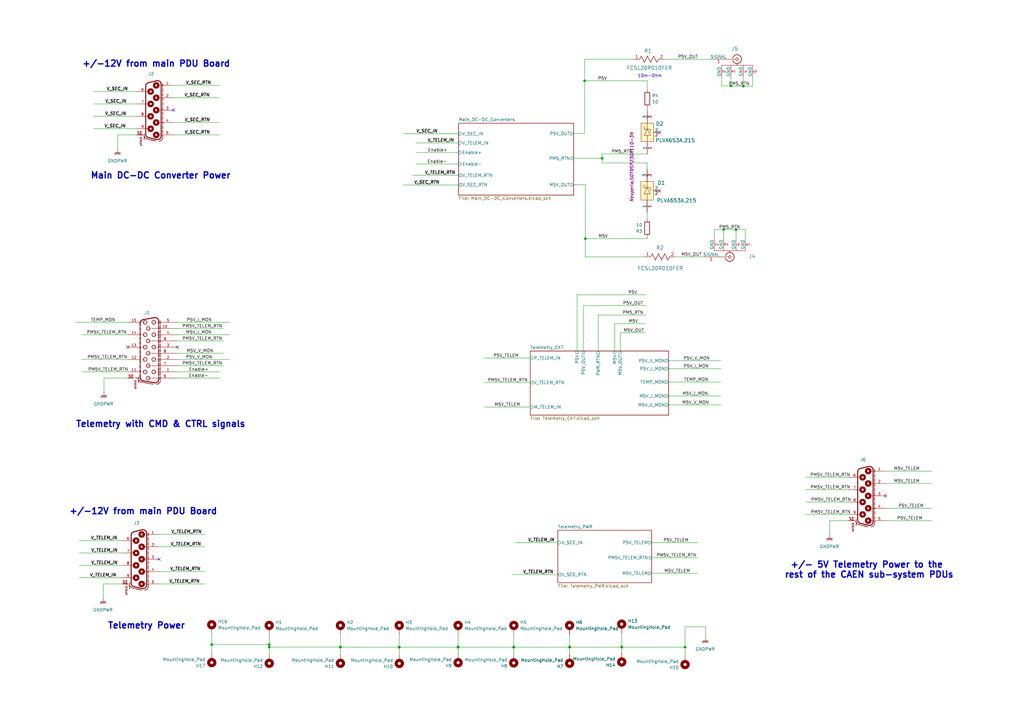
<source format=kicad_sch>
(kicad_sch
	(version 20250114)
	(generator "eeschema")
	(generator_version "9.0")
	(uuid "ae14f75f-f9e2-4d62-a3b7-befabe493169")
	(paper "A3")
	(lib_symbols
		(symbol "Adam_Tech:RF2-49B-T-00-50-G-HDW"
			(pin_names
				(offset 0)
			)
			(exclude_from_sim no)
			(in_bom yes)
			(on_board yes)
			(property "Reference" "J"
				(at 14.732 20.32 0)
				(effects
					(font
						(size 1.524 1.524)
					)
				)
			)
			(property "Value" "RF2-49B-T-00-50-G-HDW"
				(at 18.542 23.368 0)
				(effects
					(font
						(size 1.524 1.524)
					)
					(hide yes)
				)
			)
			(property "Footprint" "Adam_Tech:CONN_RF2-49B-T-00-50-G-HDW_ADM"
				(at 12.7 2.794 0)
				(effects
					(font
						(size 1.27 1.27)
						(italic yes)
					)
					(hide yes)
				)
			)
			(property "Datasheet" "https://app.adam-tech.com/products/download/data_sheet/219119/rf2-49b-t-00-50-g-hdw-data-sheet.pdf"
				(at 10.922 0.762 0)
				(effects
					(font
						(size 1.27 1.27)
						(italic yes)
					)
					(hide yes)
				)
			)
			(property "Description" "SMA Connector Jack, Female Socket 50 Ohms Through Hole, Right Angle Solder (Voltage Rating = 335V)"
				(at 6.35 17.78 0)
				(effects
					(font
						(size 1.27 1.27)
					)
					(hide yes)
				)
			)
			(property "Manufacturer" "Adam Tech"
				(at 0 0 0)
				(effects
					(font
						(size 1.27 1.27)
					)
					(hide yes)
				)
			)
			(property "Man. Part Num" "RF2-49B-T-00-50-G-HDW"
				(at 0 0 0)
				(effects
					(font
						(size 1.27 1.27)
					)
					(hide yes)
				)
			)
			(property "Distributor" "Mouser"
				(at 0 0 0)
				(effects
					(font
						(size 1.27 1.27)
					)
					(hide yes)
				)
			)
			(property "Dist. Part Num" "737-RF249BT0050GHDW"
				(at 0 0 0)
				(effects
					(font
						(size 1.27 1.27)
					)
					(hide yes)
				)
			)
			(property "Part Type" "Through Hole"
				(at 0 0 0)
				(effects
					(font
						(size 1.27 1.27)
					)
					(hide yes)
				)
			)
			(property "Package" "SMA"
				(at 0 0 0)
				(effects
					(font
						(size 1.27 1.27)
					)
					(hide yes)
				)
			)
			(property "Notes" ""
				(at 0 0 0)
				(effects
					(font
						(size 1.27 1.27)
					)
					(hide yes)
				)
			)
			(property "ki_keywords" "RF2-49B-T-00-50-G-HDW"
				(at 0 0 0)
				(effects
					(font
						(size 1.27 1.27)
					)
					(hide yes)
				)
			)
			(property "ki_fp_filters" "CONN_RF2-49B-T-00-50-G-HDW_ADM"
				(at 0 0 0)
				(effects
					(font
						(size 1.27 1.27)
					)
					(hide yes)
				)
			)
			(symbol "RF2-49B-T-00-50-G-HDW_0_1"
				(polyline
					(pts
						(xy 11.43 13.97) (xy 24.13 13.97)
					)
					(stroke
						(width 0)
						(type default)
					)
					(fill
						(type none)
					)
				)
				(polyline
					(pts
						(xy 15.24 16.51) (xy 12.7 16.51)
					)
					(stroke
						(width 0)
						(type default)
					)
					(fill
						(type none)
					)
				)
				(polyline
					(pts
						(xy 15.24 16.51) (xy 17.272 16.51)
					)
					(stroke
						(width 0)
						(type default)
					)
					(fill
						(type none)
					)
				)
				(arc
					(start 16.002 17.018)
					(mid 18.0023 18.3184)
					(end 19.558 16.51)
					(stroke
						(width 0.254)
						(type default)
					)
					(fill
						(type none)
					)
				)
				(arc
					(start 19.558 16.51)
					(mid 18.0022 14.7022)
					(end 16.002 16.002)
					(stroke
						(width 0.254)
						(type default)
					)
					(fill
						(type none)
					)
				)
				(circle
					(center 17.78 16.51)
					(radius 0.508)
					(stroke
						(width 0.2032)
						(type default)
					)
					(fill
						(type none)
					)
				)
				(polyline
					(pts
						(xy 17.78 13.97) (xy 17.78 14.732)
					)
					(stroke
						(width 0)
						(type default)
					)
					(fill
						(type none)
					)
				)
			)
			(symbol "RF2-49B-T-00-50-G-HDW_1_1"
				(pin unspecified line
					(at 7.62 16.51 0)
					(length 5.08)
					(name "SIGNAL"
						(effects
							(font
								(size 1.27 1.27)
							)
						)
					)
					(number "1"
						(effects
							(font
								(size 1.27 1.27)
							)
						)
					)
				)
				(pin power_in line
					(at 11.43 8.89 90)
					(length 5.08)
					(name "GND"
						(effects
							(font
								(size 1.27 1.27)
							)
						)
					)
					(number "2"
						(effects
							(font
								(size 1.27 1.27)
							)
						)
					)
				)
				(pin power_in line
					(at 15.24 8.89 90)
					(length 5.08)
					(name "GND"
						(effects
							(font
								(size 1.27 1.27)
							)
						)
					)
					(number "3"
						(effects
							(font
								(size 1.27 1.27)
							)
						)
					)
				)
				(pin power_in line
					(at 20.32 8.89 90)
					(length 5.08)
					(name "GND"
						(effects
							(font
								(size 1.27 1.27)
							)
						)
					)
					(number "4"
						(effects
							(font
								(size 1.27 1.27)
							)
						)
					)
				)
				(pin power_in line
					(at 24.13 8.89 90)
					(length 5.08)
					(name "GND"
						(effects
							(font
								(size 1.27 1.27)
							)
						)
					)
					(number "5"
						(effects
							(font
								(size 1.27 1.27)
							)
						)
					)
				)
			)
			(symbol "RF2-49B-T-00-50-G-HDW_1_2"
				(polyline
					(pts
						(xy 5.08 2.54) (xy 5.08 -12.7)
					)
					(stroke
						(width 0.127)
						(type default)
					)
					(fill
						(type none)
					)
				)
				(polyline
					(pts
						(xy 5.08 -12.7) (xy 12.7 -12.7)
					)
					(stroke
						(width 0.127)
						(type default)
					)
					(fill
						(type none)
					)
				)
				(polyline
					(pts
						(xy 7.62 0) (xy 5.08 0)
					)
					(stroke
						(width 0.127)
						(type default)
					)
					(fill
						(type none)
					)
				)
				(polyline
					(pts
						(xy 7.62 0) (xy 8.89 0.8467)
					)
					(stroke
						(width 0.127)
						(type default)
					)
					(fill
						(type none)
					)
				)
				(polyline
					(pts
						(xy 7.62 0) (xy 8.89 -0.8467)
					)
					(stroke
						(width 0.127)
						(type default)
					)
					(fill
						(type none)
					)
				)
				(polyline
					(pts
						(xy 7.62 -2.54) (xy 5.08 -2.54)
					)
					(stroke
						(width 0.127)
						(type default)
					)
					(fill
						(type none)
					)
				)
				(polyline
					(pts
						(xy 7.62 -2.54) (xy 8.89 -1.6933)
					)
					(stroke
						(width 0.127)
						(type default)
					)
					(fill
						(type none)
					)
				)
				(polyline
					(pts
						(xy 7.62 -2.54) (xy 8.89 -3.3867)
					)
					(stroke
						(width 0.127)
						(type default)
					)
					(fill
						(type none)
					)
				)
				(polyline
					(pts
						(xy 7.62 -5.08) (xy 5.08 -5.08)
					)
					(stroke
						(width 0.127)
						(type default)
					)
					(fill
						(type none)
					)
				)
				(polyline
					(pts
						(xy 7.62 -5.08) (xy 8.89 -4.2333)
					)
					(stroke
						(width 0.127)
						(type default)
					)
					(fill
						(type none)
					)
				)
				(polyline
					(pts
						(xy 7.62 -5.08) (xy 8.89 -5.9267)
					)
					(stroke
						(width 0.127)
						(type default)
					)
					(fill
						(type none)
					)
				)
				(polyline
					(pts
						(xy 7.62 -7.62) (xy 5.08 -7.62)
					)
					(stroke
						(width 0.127)
						(type default)
					)
					(fill
						(type none)
					)
				)
				(polyline
					(pts
						(xy 7.62 -7.62) (xy 8.89 -6.7733)
					)
					(stroke
						(width 0.127)
						(type default)
					)
					(fill
						(type none)
					)
				)
				(polyline
					(pts
						(xy 7.62 -7.62) (xy 8.89 -8.4667)
					)
					(stroke
						(width 0.127)
						(type default)
					)
					(fill
						(type none)
					)
				)
				(polyline
					(pts
						(xy 7.62 -10.16) (xy 5.08 -10.16)
					)
					(stroke
						(width 0.127)
						(type default)
					)
					(fill
						(type none)
					)
				)
				(polyline
					(pts
						(xy 7.62 -10.16) (xy 8.89 -9.3133)
					)
					(stroke
						(width 0.127)
						(type default)
					)
					(fill
						(type none)
					)
				)
				(polyline
					(pts
						(xy 7.62 -10.16) (xy 8.89 -11.0067)
					)
					(stroke
						(width 0.127)
						(type default)
					)
					(fill
						(type none)
					)
				)
				(polyline
					(pts
						(xy 12.7 2.54) (xy 5.08 2.54)
					)
					(stroke
						(width 0.127)
						(type default)
					)
					(fill
						(type none)
					)
				)
				(polyline
					(pts
						(xy 12.7 -12.7) (xy 12.7 2.54)
					)
					(stroke
						(width 0.127)
						(type default)
					)
					(fill
						(type none)
					)
				)
				(pin unspecified line
					(at 0 0 0)
					(length 5.08)
					(name "SIGNAL"
						(effects
							(font
								(size 1.27 1.27)
							)
						)
					)
					(number "1"
						(effects
							(font
								(size 1.27 1.27)
							)
						)
					)
				)
				(pin unspecified line
					(at 0 -2.54 0)
					(length 5.08)
					(name "GND"
						(effects
							(font
								(size 1.27 1.27)
							)
						)
					)
					(number "2"
						(effects
							(font
								(size 1.27 1.27)
							)
						)
					)
				)
				(pin unspecified line
					(at 0 -5.08 0)
					(length 5.08)
					(name "GND"
						(effects
							(font
								(size 1.27 1.27)
							)
						)
					)
					(number "3"
						(effects
							(font
								(size 1.27 1.27)
							)
						)
					)
				)
				(pin unspecified line
					(at 0 -7.62 0)
					(length 5.08)
					(name "GND"
						(effects
							(font
								(size 1.27 1.27)
							)
						)
					)
					(number "4"
						(effects
							(font
								(size 1.27 1.27)
							)
						)
					)
				)
				(pin unspecified line
					(at 0 -10.16 0)
					(length 5.08)
					(name "GND"
						(effects
							(font
								(size 1.27 1.27)
							)
						)
					)
					(number "5"
						(effects
							(font
								(size 1.27 1.27)
							)
						)
					)
				)
			)
			(embedded_fonts no)
		)
		(symbol "Device:R"
			(pin_numbers
				(hide yes)
			)
			(pin_names
				(offset 0)
			)
			(exclude_from_sim no)
			(in_bom yes)
			(on_board yes)
			(property "Reference" "R"
				(at 2.032 0 90)
				(effects
					(font
						(size 1.27 1.27)
					)
				)
			)
			(property "Value" "R"
				(at 0 0 90)
				(effects
					(font
						(size 1.27 1.27)
					)
				)
			)
			(property "Footprint" ""
				(at -1.778 0 90)
				(effects
					(font
						(size 1.27 1.27)
					)
					(hide yes)
				)
			)
			(property "Datasheet" "~"
				(at 0 0 0)
				(effects
					(font
						(size 1.27 1.27)
					)
					(hide yes)
				)
			)
			(property "Description" "Resistor"
				(at 0 0 0)
				(effects
					(font
						(size 1.27 1.27)
					)
					(hide yes)
				)
			)
			(property "ki_keywords" "R res resistor"
				(at 0 0 0)
				(effects
					(font
						(size 1.27 1.27)
					)
					(hide yes)
				)
			)
			(property "ki_fp_filters" "R_*"
				(at 0 0 0)
				(effects
					(font
						(size 1.27 1.27)
					)
					(hide yes)
				)
			)
			(symbol "R_0_1"
				(rectangle
					(start -1.016 -2.54)
					(end 1.016 2.54)
					(stroke
						(width 0.254)
						(type default)
					)
					(fill
						(type none)
					)
				)
			)
			(symbol "R_1_1"
				(pin passive line
					(at 0 3.81 270)
					(length 1.27)
					(name "~"
						(effects
							(font
								(size 1.27 1.27)
							)
						)
					)
					(number "1"
						(effects
							(font
								(size 1.27 1.27)
							)
						)
					)
				)
				(pin passive line
					(at 0 -3.81 90)
					(length 1.27)
					(name "~"
						(effects
							(font
								(size 1.27 1.27)
							)
						)
					)
					(number "2"
						(effects
							(font
								(size 1.27 1.27)
							)
						)
					)
				)
			)
			(embedded_fonts no)
		)
		(symbol "Foil_Resistors:FCSL20R010FER"
			(pin_names
				(offset 0.254)
			)
			(exclude_from_sim no)
			(in_bom yes)
			(on_board yes)
			(property "Reference" "R"
				(at 5.715 3.81 0)
				(effects
					(font
						(size 1.524 1.524)
					)
				)
			)
			(property "Value" "FCSL20R010FER"
				(at 6.35 -3.81 0)
				(effects
					(font
						(size 1.524 1.524)
					)
				)
			)
			(property "Footprint" "RES_FCSL20_OHM"
				(at 0 0 0)
				(effects
					(font
						(size 1.27 1.27)
						(italic yes)
					)
					(hide yes)
				)
			)
			(property "Datasheet" "FCSL20R010FER"
				(at 0 0 0)
				(effects
					(font
						(size 1.27 1.27)
						(italic yes)
					)
					(hide yes)
				)
			)
			(property "Description" ""
				(at 0 0 0)
				(effects
					(font
						(size 1.27 1.27)
					)
					(hide yes)
				)
			)
			(property "ki_locked" ""
				(at 0 0 0)
				(effects
					(font
						(size 1.27 1.27)
					)
				)
			)
			(property "ki_keywords" "FCSL20R010FER"
				(at 0 0 0)
				(effects
					(font
						(size 1.27 1.27)
					)
					(hide yes)
				)
			)
			(property "ki_fp_filters" "RES_FCSL20_OHM RES_FCSL20_OHM-M RES_FCSL20_OHM-L"
				(at 0 0 0)
				(effects
					(font
						(size 1.27 1.27)
					)
					(hide yes)
				)
			)
			(symbol "FCSL20R010FER_1_1"
				(polyline
					(pts
						(xy 2.54 0) (xy 3.175 1.27)
					)
					(stroke
						(width 0.2032)
						(type default)
					)
					(fill
						(type none)
					)
				)
				(polyline
					(pts
						(xy 3.175 1.27) (xy 4.445 -1.27)
					)
					(stroke
						(width 0.2032)
						(type default)
					)
					(fill
						(type none)
					)
				)
				(polyline
					(pts
						(xy 4.445 -1.27) (xy 5.715 1.27)
					)
					(stroke
						(width 0.2032)
						(type default)
					)
					(fill
						(type none)
					)
				)
				(polyline
					(pts
						(xy 5.715 1.27) (xy 6.985 -1.27)
					)
					(stroke
						(width 0.2032)
						(type default)
					)
					(fill
						(type none)
					)
				)
				(polyline
					(pts
						(xy 6.985 -1.27) (xy 8.255 1.27)
					)
					(stroke
						(width 0.2032)
						(type default)
					)
					(fill
						(type none)
					)
				)
				(polyline
					(pts
						(xy 8.255 1.27) (xy 9.525 -1.27)
					)
					(stroke
						(width 0.2032)
						(type default)
					)
					(fill
						(type none)
					)
				)
				(polyline
					(pts
						(xy 9.525 -1.27) (xy 10.16 0)
					)
					(stroke
						(width 0.2032)
						(type default)
					)
					(fill
						(type none)
					)
				)
				(pin unspecified line
					(at 0 0 0)
					(length 2.54)
					(name ""
						(effects
							(font
								(size 1.27 1.27)
							)
						)
					)
					(number "1"
						(effects
							(font
								(size 1.27 1.27)
							)
						)
					)
				)
				(pin unspecified line
					(at 12.7 0 180)
					(length 2.54)
					(name ""
						(effects
							(font
								(size 1.27 1.27)
							)
						)
					)
					(number "2"
						(effects
							(font
								(size 1.27 1.27)
							)
						)
					)
				)
			)
			(symbol "FCSL20R010FER_1_2"
				(polyline
					(pts
						(xy -1.27 8.255) (xy 1.27 9.525)
					)
					(stroke
						(width 0.2032)
						(type default)
					)
					(fill
						(type none)
					)
				)
				(polyline
					(pts
						(xy -1.27 5.715) (xy 1.27 6.985)
					)
					(stroke
						(width 0.2032)
						(type default)
					)
					(fill
						(type none)
					)
				)
				(polyline
					(pts
						(xy -1.27 3.175) (xy 1.27 4.445)
					)
					(stroke
						(width 0.2032)
						(type default)
					)
					(fill
						(type none)
					)
				)
				(polyline
					(pts
						(xy 0 2.54) (xy -1.27 3.175)
					)
					(stroke
						(width 0.2032)
						(type default)
					)
					(fill
						(type none)
					)
				)
				(polyline
					(pts
						(xy 1.27 9.525) (xy 0 10.16)
					)
					(stroke
						(width 0.2032)
						(type default)
					)
					(fill
						(type none)
					)
				)
				(polyline
					(pts
						(xy 1.27 6.985) (xy -1.27 8.255)
					)
					(stroke
						(width 0.2032)
						(type default)
					)
					(fill
						(type none)
					)
				)
				(polyline
					(pts
						(xy 1.27 4.445) (xy -1.27 5.715)
					)
					(stroke
						(width 0.2032)
						(type default)
					)
					(fill
						(type none)
					)
				)
				(pin unspecified line
					(at 0 12.7 270)
					(length 2.54)
					(name ""
						(effects
							(font
								(size 1.27 1.27)
							)
						)
					)
					(number "1"
						(effects
							(font
								(size 1.27 1.27)
							)
						)
					)
				)
				(pin unspecified line
					(at 0 0 90)
					(length 2.54)
					(name ""
						(effects
							(font
								(size 1.27 1.27)
							)
						)
					)
					(number "2"
						(effects
							(font
								(size 1.27 1.27)
							)
						)
					)
				)
			)
			(embedded_fonts no)
		)
		(symbol "Mechanical:MountingHole_Pad"
			(pin_numbers
				(hide yes)
			)
			(pin_names
				(offset 1.016)
				(hide yes)
			)
			(exclude_from_sim yes)
			(in_bom no)
			(on_board yes)
			(property "Reference" "H"
				(at 0 6.35 0)
				(effects
					(font
						(size 1.27 1.27)
					)
				)
			)
			(property "Value" "MountingHole_Pad"
				(at 0 4.445 0)
				(effects
					(font
						(size 1.27 1.27)
					)
				)
			)
			(property "Footprint" ""
				(at 0 0 0)
				(effects
					(font
						(size 1.27 1.27)
					)
					(hide yes)
				)
			)
			(property "Datasheet" "~"
				(at 0 0 0)
				(effects
					(font
						(size 1.27 1.27)
					)
					(hide yes)
				)
			)
			(property "Description" "Mounting Hole with connection"
				(at 0 0 0)
				(effects
					(font
						(size 1.27 1.27)
					)
					(hide yes)
				)
			)
			(property "ki_keywords" "mounting hole"
				(at 0 0 0)
				(effects
					(font
						(size 1.27 1.27)
					)
					(hide yes)
				)
			)
			(property "ki_fp_filters" "MountingHole*Pad*"
				(at 0 0 0)
				(effects
					(font
						(size 1.27 1.27)
					)
					(hide yes)
				)
			)
			(symbol "MountingHole_Pad_0_1"
				(circle
					(center 0 1.27)
					(radius 1.27)
					(stroke
						(width 1.27)
						(type default)
					)
					(fill
						(type none)
					)
				)
			)
			(symbol "MountingHole_Pad_1_1"
				(pin input line
					(at 0 -2.54 90)
					(length 2.54)
					(name "1"
						(effects
							(font
								(size 1.27 1.27)
							)
						)
					)
					(number "1"
						(effects
							(font
								(size 1.27 1.27)
							)
						)
					)
				)
			)
			(embedded_fonts no)
		)
		(symbol "Nexperia:PESD5V5H1BSFYL"
			(pin_names
				(offset 0)
			)
			(exclude_from_sim no)
			(in_bom yes)
			(on_board yes)
			(property "Reference" "D"
				(at 15.24 10.16 0)
				(effects
					(font
						(size 1.524 1.524)
					)
				)
			)
			(property "Value" "PED5V5C1ULYL"
				(at 20.32 7.62 0)
				(effects
					(font
						(size 1.524 1.524)
					)
				)
			)
			(property "Footprint" "SOD962-2_NEX"
				(at -0.254 7.62 0)
				(effects
					(font
						(size 1.27 1.27)
						(italic yes)
					)
					(hide yes)
				)
			)
			(property "Datasheet" "PESD5V5H1BSFYL"
				(at -0.508 5.334 0)
				(effects
					(font
						(size 1.27 1.27)
						(italic yes)
					)
					(hide yes)
				)
			)
			(property "Description" ""
				(at 0 0 0)
				(effects
					(font
						(size 1.27 1.27)
					)
					(hide yes)
				)
			)
			(property "ki_keywords" "PESD5V5H1BSFYL"
				(at 0 0 0)
				(effects
					(font
						(size 1.27 1.27)
					)
					(hide yes)
				)
			)
			(property "ki_fp_filters" "SOD962-2_NEX SOD962-2_NEX-M SOD962-2_NEX-L"
				(at 0 0 0)
				(effects
					(font
						(size 1.27 1.27)
					)
					(hide yes)
				)
			)
			(symbol "PESD5V5H1BSFYL_0_1"
				(polyline
					(pts
						(xy 12.7 2.54) (xy 12.7 0) (xy 12.7 2.54) (xy 15.24 1.27) (xy 12.7 0)
					)
					(stroke
						(width 0)
						(type default)
					)
					(fill
						(type none)
					)
				)
				(polyline
					(pts
						(xy 15.24 2.54) (xy 15.24 0)
					)
					(stroke
						(width 0)
						(type default)
					)
					(fill
						(type none)
					)
				)
				(polyline
					(pts
						(xy 15.24 2.54) (xy 16.51 2.54)
					)
					(stroke
						(width 0)
						(type default)
					)
					(fill
						(type none)
					)
				)
				(polyline
					(pts
						(xy 15.24 0) (xy 13.97 0)
					)
					(stroke
						(width 0)
						(type default)
					)
					(fill
						(type none)
					)
				)
			)
			(symbol "PESD5V5H1BSFYL_1_1"
				(rectangle
					(start 10.16 3.81)
					(end 17.78 -1.27)
					(stroke
						(width 0)
						(type default)
					)
					(fill
						(type background)
					)
				)
				(polyline
					(pts
						(xy 10.16 1.27) (xy 12.7 1.27)
					)
					(stroke
						(width 0)
						(type default)
					)
					(fill
						(type none)
					)
				)
				(polyline
					(pts
						(xy 15.24 1.27) (xy 17.78 1.27)
					)
					(stroke
						(width 0)
						(type default)
					)
					(fill
						(type none)
					)
				)
				(pin bidirectional line
					(at 5.08 1.27 0)
					(length 5.08)
					(name "1"
						(effects
							(font
								(size 1.27 1.27)
							)
						)
					)
					(number "1"
						(effects
							(font
								(size 1.27 1.27)
							)
						)
					)
				)
				(pin input line
					(at 13.97 -3.81 90)
					(length 2.54)
					(name "2"
						(effects
							(font
								(size 1.27 1.27)
							)
						)
					)
					(number "2"
						(effects
							(font
								(size 1.27 1.27)
							)
						)
					)
				)
				(pin bidirectional line
					(at 22.86 1.27 180)
					(length 5.08)
					(name "3"
						(effects
							(font
								(size 1.27 1.27)
							)
						)
					)
					(number "3"
						(effects
							(font
								(size 1.27 1.27)
							)
						)
					)
				)
			)
			(embedded_fonts no)
		)
		(symbol "Wurth Elektronik:6180XX231221_618009231221"
			(pin_names
				(offset 1.016)
			)
			(exclude_from_sim no)
			(in_bom yes)
			(on_board yes)
			(property "Reference" "J"
				(at 13.78 1.66 0)
				(effects
					(font
						(size 1.27 1.27)
					)
					(justify left bottom)
				)
			)
			(property "Value" "618009231221"
				(at 0 0 0)
				(effects
					(font
						(size 1.27 1.27)
					)
					(justify bottom)
					(hide yes)
				)
			)
			(property "Footprint" "Wurth_Elektronik:618009231221"
				(at 0 0 0)
				(effects
					(font
						(size 1.27 1.27)
					)
					(justify bottom)
					(hide yes)
				)
			)
			(property "Datasheet" "https://www.we-online.com/components/products/datasheet/618009231221.pdf"
				(at 0 0 0)
				(effects
					(font
						(size 1.27 1.27)
					)
					(hide yes)
				)
			)
			(property "Description" "CONN D-SUB PLUG 9POS R/A SOLDER"
				(at 0 0 0)
				(effects
					(font
						(size 1.27 1.27)
					)
					(hide yes)
				)
			)
			(property "Manufacturer" "Wurth Electronics"
				(at 0 0 0)
				(effects
					(font
						(size 1.27 1.27)
					)
					(justify bottom)
					(hide yes)
				)
			)
			(property "Description_1" "09 pins, right angled, 8.08mm, with hex screw"
				(at 0 0 0)
				(effects
					(font
						(size 1.27 1.27)
					)
					(justify bottom)
					(hide yes)
				)
			)
			(property "Package" "None"
				(at 0 0 0)
				(effects
					(font
						(size 1.27 1.27)
					)
					(justify bottom)
					(hide yes)
				)
			)
			(property "Purchase-URL" "https://www.snapeda.com/api/url_track_click_mouser/?unipart_id=604355&manufacturer=Wurth Electronics&part_name=618009231221&search_term=618009231221"
				(at 0 0 0)
				(effects
					(font
						(size 1.27 1.27)
					)
					(justify bottom)
					(hide yes)
				)
			)
			(property "GENDER" "Male"
				(at 0 0 0)
				(effects
					(font
						(size 1.27 1.27)
					)
					(justify bottom)
					(hide yes)
				)
			)
			(property "Price" "None"
				(at 0 0 0)
				(effects
					(font
						(size 1.27 1.27)
					)
					(justify bottom)
					(hide yes)
				)
			)
			(property "PART-NUMBER" "618009231221"
				(at 0 0 0)
				(effects
					(font
						(size 1.27 1.27)
					)
					(justify bottom)
					(hide yes)
				)
			)
			(property "SnapEDA_Link" "https://www.snapeda.com/parts/618009231221/Wurth+Electronics/view-part/?ref=snap"
				(at 0 0 0)
				(effects
					(font
						(size 1.27 1.27)
					)
					(justify bottom)
					(hide yes)
				)
			)
			(property "DATASHEET-URL" "https://www.we-online.com/redexpert/spec/618009231221?ae"
				(at 0 0 0)
				(effects
					(font
						(size 1.27 1.27)
					)
					(justify bottom)
					(hide yes)
				)
			)
			(property "Man. Part Num" "618009231221"
				(at 0 0 0)
				(effects
					(font
						(size 1.27 1.27)
					)
					(justify bottom)
					(hide yes)
				)
			)
			(property "WORKING-VOLTAGE" "125 V(AC)"
				(at 0 0 0)
				(effects
					(font
						(size 1.27 1.27)
					)
					(justify bottom)
					(hide yes)
				)
			)
			(property "PINS" "9"
				(at 0 0 0)
				(effects
					(font
						(size 1.27 1.27)
					)
					(justify bottom)
					(hide yes)
				)
			)
			(property "WE-NUMBER" "618009231221"
				(at 0 0 0)
				(effects
					(font
						(size 1.27 1.27)
					)
					(justify bottom)
					(hide yes)
				)
			)
			(property "TYPE" "Angled"
				(at 0 0 0)
				(effects
					(font
						(size 1.27 1.27)
					)
					(justify bottom)
					(hide yes)
				)
			)
			(property "Availability" "In Stock"
				(at 0 0 0)
				(effects
					(font
						(size 1.27 1.27)
					)
					(justify bottom)
					(hide yes)
				)
			)
			(property "Check_prices" "https://www.snapeda.com/parts/618009231221/Wurth+Electronics/view-part/?ref=eda"
				(at 0 0 0)
				(effects
					(font
						(size 1.27 1.27)
					)
					(justify bottom)
					(hide yes)
				)
			)
			(property "Distributor" "Digi-Key"
				(at 0 0 0)
				(effects
					(font
						(size 1.27 1.27)
					)
					(hide yes)
				)
			)
			(property "Dist. Part Num" "732-618009231221-ND"
				(at 0 0 0)
				(effects
					(font
						(size 1.27 1.27)
					)
					(hide yes)
				)
			)
			(property "Part Type" "Through Hole"
				(at 0 0 0)
				(effects
					(font
						(size 1.27 1.27)
					)
					(hide yes)
				)
			)
			(property "Notes" ""
				(at 0 0 0)
				(effects
					(font
						(size 1.27 1.27)
					)
					(hide yes)
				)
			)
			(symbol "6180XX231221_618009231221_0_0"
				(polyline
					(pts
						(xy -11.2729 -2.6548) (xy -12.0642 0.6952)
					)
					(stroke
						(width 0.4064)
						(type default)
					)
					(fill
						(type none)
					)
				)
				(polyline
					(pts
						(xy -10.795 3.175) (xy -9.4305 3.175)
					)
					(stroke
						(width 0.254)
						(type default)
					)
					(fill
						(type none)
					)
				)
				(polyline
					(pts
						(xy -10.6044 2.54) (xy 10.6044 2.54)
					)
					(stroke
						(width 0.4064)
						(type default)
					)
					(fill
						(type none)
					)
				)
				(arc
					(start -12.0642 0.6952)
					(mid -11.7806 1.9708)
					(end -10.6044 2.54)
					(stroke
						(width 0.4064)
						(type default)
					)
					(fill
						(type none)
					)
				)
				(polyline
					(pts
						(xy -10.16 2.58) (xy -10.16 0.4)
					)
					(stroke
						(width 0.1524)
						(type default)
					)
					(fill
						(type none)
					)
				)
				(circle
					(center -10.16 0.508)
					(radius 0.4318)
					(stroke
						(width 0.9144)
						(type default)
					)
					(fill
						(type none)
					)
				)
				(circle
					(center -10.16 0.508)
					(radius 0.762)
					(stroke
						(width 0.254)
						(type default)
					)
					(fill
						(type none)
					)
				)
				(arc
					(start -9.8131 -3.81)
					(mid -10.7439 -3.4862)
					(end -11.2729 -2.6548)
					(stroke
						(width 0.4064)
						(type default)
					)
					(fill
						(type none)
					)
				)
				(polyline
					(pts
						(xy -8.89 3.175) (xy -7.5255 3.175)
					)
					(stroke
						(width 0.254)
						(type default)
					)
					(fill
						(type none)
					)
				)
				(circle
					(center -7.62 -1.778)
					(radius 0.4318)
					(stroke
						(width 0.9144)
						(type default)
					)
					(fill
						(type none)
					)
				)
				(circle
					(center -7.62 -1.778)
					(radius 0.762)
					(stroke
						(width 0.254)
						(type default)
					)
					(fill
						(type none)
					)
				)
				(polyline
					(pts
						(xy -6.985 3.175) (xy -5.6205 3.175)
					)
					(stroke
						(width 0.254)
						(type default)
					)
					(fill
						(type none)
					)
				)
				(polyline
					(pts
						(xy -5.08 3.175) (xy -3.7155 3.175)
					)
					(stroke
						(width 0.254)
						(type default)
					)
					(fill
						(type none)
					)
				)
				(polyline
					(pts
						(xy -5.08 2.58) (xy -5.08 0.4)
					)
					(stroke
						(width 0.1524)
						(type default)
					)
					(fill
						(type none)
					)
				)
				(circle
					(center -5.08 0.508)
					(radius 0.4318)
					(stroke
						(width 0.9144)
						(type default)
					)
					(fill
						(type none)
					)
				)
				(circle
					(center -5.08 0.508)
					(radius 0.762)
					(stroke
						(width 0.254)
						(type default)
					)
					(fill
						(type none)
					)
				)
				(polyline
					(pts
						(xy -3.175 3.175) (xy -1.8105 3.175)
					)
					(stroke
						(width 0.254)
						(type default)
					)
					(fill
						(type none)
					)
				)
				(circle
					(center -2.54 -1.778)
					(radius 0.4318)
					(stroke
						(width 0.9144)
						(type default)
					)
					(fill
						(type none)
					)
				)
				(circle
					(center -2.54 -1.778)
					(radius 0.762)
					(stroke
						(width 0.254)
						(type default)
					)
					(fill
						(type none)
					)
				)
				(polyline
					(pts
						(xy -1.27 3.175) (xy 0.0945 3.175)
					)
					(stroke
						(width 0.254)
						(type default)
					)
					(fill
						(type none)
					)
				)
				(polyline
					(pts
						(xy 0 2.58) (xy 0 0.4)
					)
					(stroke
						(width 0.1524)
						(type default)
					)
					(fill
						(type none)
					)
				)
				(circle
					(center 0 0.508)
					(radius 0.4318)
					(stroke
						(width 0.9144)
						(type default)
					)
					(fill
						(type none)
					)
				)
				(circle
					(center 0 0.508)
					(radius 0.762)
					(stroke
						(width 0.254)
						(type default)
					)
					(fill
						(type none)
					)
				)
				(polyline
					(pts
						(xy 0.635 3.175) (xy 1.9996 3.175)
					)
					(stroke
						(width 0.254)
						(type default)
					)
					(fill
						(type none)
					)
				)
				(polyline
					(pts
						(xy 2.54 3.175) (xy 3.9046 3.175)
					)
					(stroke
						(width 0.254)
						(type default)
					)
					(fill
						(type none)
					)
				)
				(circle
					(center 2.54 -1.778)
					(radius 0.4318)
					(stroke
						(width 0.9144)
						(type default)
					)
					(fill
						(type none)
					)
				)
				(circle
					(center 2.54 -1.778)
					(radius 0.762)
					(stroke
						(width 0.254)
						(type default)
					)
					(fill
						(type none)
					)
				)
				(polyline
					(pts
						(xy 4.445 3.175) (xy 5.8096 3.175)
					)
					(stroke
						(width 0.254)
						(type default)
					)
					(fill
						(type none)
					)
				)
				(polyline
					(pts
						(xy 5.08 2.58) (xy 5.08 0.4)
					)
					(stroke
						(width 0.1524)
						(type default)
					)
					(fill
						(type none)
					)
				)
				(circle
					(center 5.08 0.508)
					(radius 0.4318)
					(stroke
						(width 0.9144)
						(type default)
					)
					(fill
						(type none)
					)
				)
				(circle
					(center 5.08 0.508)
					(radius 0.762)
					(stroke
						(width 0.254)
						(type default)
					)
					(fill
						(type none)
					)
				)
				(polyline
					(pts
						(xy 6.35 3.175) (xy 7.7146 3.175)
					)
					(stroke
						(width 0.254)
						(type default)
					)
					(fill
						(type none)
					)
				)
				(circle
					(center 7.62 -1.778)
					(radius 0.4318)
					(stroke
						(width 0.9144)
						(type default)
					)
					(fill
						(type none)
					)
				)
				(circle
					(center 7.62 -1.778)
					(radius 0.762)
					(stroke
						(width 0.254)
						(type default)
					)
					(fill
						(type none)
					)
				)
				(polyline
					(pts
						(xy 8.255 3.175) (xy 9.6196 3.175)
					)
					(stroke
						(width 0.254)
						(type default)
					)
					(fill
						(type none)
					)
				)
				(arc
					(start 11.2729 -2.6548)
					(mid 10.7439 -3.4863)
					(end 9.8131 -3.81)
					(stroke
						(width 0.4064)
						(type default)
					)
					(fill
						(type none)
					)
				)
				(polyline
					(pts
						(xy 9.8131 -3.81) (xy -9.8131 -3.81)
					)
					(stroke
						(width 0.4064)
						(type default)
					)
					(fill
						(type none)
					)
				)
				(polyline
					(pts
						(xy 10.16 3.175) (xy 11.2 3.175)
					)
					(stroke
						(width 0.254)
						(type default)
					)
					(fill
						(type none)
					)
				)
				(polyline
					(pts
						(xy 10.16 2.58) (xy 10.16 0.4)
					)
					(stroke
						(width 0.1524)
						(type default)
					)
					(fill
						(type none)
					)
				)
				(circle
					(center 10.16 0.508)
					(radius 0.4318)
					(stroke
						(width 0.9144)
						(type default)
					)
					(fill
						(type none)
					)
				)
				(circle
					(center 10.16 0.508)
					(radius 0.762)
					(stroke
						(width 0.254)
						(type default)
					)
					(fill
						(type none)
					)
				)
				(polyline
					(pts
						(xy 10.16 -4.445) (xy 10.16 -4.445)
					)
					(stroke
						(width 0.254)
						(type default)
					)
					(fill
						(type none)
					)
				)
				(polyline
					(pts
						(xy 10.16 -6.35) (xy 10.16 -5.08)
					)
					(stroke
						(width 0.254)
						(type default)
					)
					(fill
						(type none)
					)
				)
				(polyline
					(pts
						(xy 10.2 -4.44) (xy 9.6938 -4.44)
					)
					(stroke
						(width 0.254)
						(type default)
					)
					(fill
						(type none)
					)
				)
				(arc
					(start 11.7841 -3.3038)
					(mid 11.2519 -4.1219)
					(end 10.3288 -4.44)
					(stroke
						(width 0.254)
						(type default)
					)
					(fill
						(type none)
					)
				)
				(arc
					(start 10.6044 2.54)
					(mid 11.7804 1.9707)
					(end 12.0642 0.6952)
					(stroke
						(width 0.4064)
						(type default)
					)
					(fill
						(type none)
					)
				)
				(arc
					(start 11.2 3.175)
					(mid 12.2607 2.7357)
					(end 12.7 1.675)
					(stroke
						(width 0.254)
						(type default)
					)
					(fill
						(type none)
					)
				)
				(polyline
					(pts
						(xy 11.7841 -3.3038) (xy 12.546 -0.256)
					)
					(stroke
						(width 0.254)
						(type default)
					)
					(fill
						(type none)
					)
				)
				(polyline
					(pts
						(xy 12.0642 0.6952) (xy 11.2729 -2.6548)
					)
					(stroke
						(width 0.4064)
						(type default)
					)
					(fill
						(type none)
					)
				)
				(polyline
					(pts
						(xy 12.105 -4.44) (xy 10.3288 -4.44)
					)
					(stroke
						(width 0.254)
						(type default)
					)
					(fill
						(type none)
					)
				)
				(polyline
					(pts
						(xy 12.2461 -1.4557) (xy 12.7 0.36)
					)
					(stroke
						(width 0.254)
						(type default)
					)
					(fill
						(type none)
					)
				)
				(text "shield"
					(at 10.9 -5.32 0)
					(effects
						(font
							(size 0.8128 0.8128)
						)
						(justify left bottom)
					)
				)
				(pin bidirectional line
					(at -10.16 7.62 270)
					(length 5.08)
					(name "~"
						(effects
							(font
								(size 1.016 1.016)
							)
						)
					)
					(number "1"
						(effects
							(font
								(size 1.016 1.016)
							)
						)
					)
				)
				(pin bidirectional line
					(at -7.62 -7.62 90)
					(length 5.08)
					(name "~"
						(effects
							(font
								(size 1.016 1.016)
							)
						)
					)
					(number "6"
						(effects
							(font
								(size 1.016 1.016)
							)
						)
					)
				)
				(pin bidirectional line
					(at -5.08 7.62 270)
					(length 5.08)
					(name "~"
						(effects
							(font
								(size 1.016 1.016)
							)
						)
					)
					(number "2"
						(effects
							(font
								(size 1.016 1.016)
							)
						)
					)
				)
				(pin bidirectional line
					(at -2.54 -7.62 90)
					(length 5.08)
					(name "~"
						(effects
							(font
								(size 1.016 1.016)
							)
						)
					)
					(number "7"
						(effects
							(font
								(size 1.016 1.016)
							)
						)
					)
				)
				(pin bidirectional line
					(at 0 7.62 270)
					(length 5.08)
					(name "~"
						(effects
							(font
								(size 1.016 1.016)
							)
						)
					)
					(number "3"
						(effects
							(font
								(size 1.016 1.016)
							)
						)
					)
				)
				(pin bidirectional line
					(at 2.54 -7.62 90)
					(length 5.08)
					(name "~"
						(effects
							(font
								(size 1.016 1.016)
							)
						)
					)
					(number "8"
						(effects
							(font
								(size 1.016 1.016)
							)
						)
					)
				)
				(pin bidirectional line
					(at 5.08 7.62 270)
					(length 5.08)
					(name "~"
						(effects
							(font
								(size 1.016 1.016)
							)
						)
					)
					(number "4"
						(effects
							(font
								(size 1.016 1.016)
							)
						)
					)
				)
				(pin bidirectional line
					(at 7.62 -7.62 90)
					(length 5.08)
					(name "~"
						(effects
							(font
								(size 1.016 1.016)
							)
						)
					)
					(number "9"
						(effects
							(font
								(size 1.016 1.016)
							)
						)
					)
				)
				(pin bidirectional line
					(at 10.16 7.62 270)
					(length 5.08)
					(name "~"
						(effects
							(font
								(size 1.016 1.016)
							)
						)
					)
					(number "5"
						(effects
							(font
								(size 1.016 1.016)
							)
						)
					)
				)
				(pin bidirectional line
					(at 10.16 -7.62 90)
					(length 2.54)
					(name "~"
						(effects
							(font
								(size 1.016 1.016)
							)
						)
					)
					(number "S1"
						(effects
							(font
								(size 1.016 1.016)
							)
						)
					)
				)
				(pin bidirectional line
					(at 10.16 -7.62 90)
					(length 2.54)
					(name "~"
						(effects
							(font
								(size 1.016 1.016)
							)
						)
					)
					(number "S2"
						(effects
							(font
								(size 1.016 1.016)
							)
						)
					)
				)
			)
			(embedded_fonts no)
		)
		(symbol "Wurth Elektronik:6180XX330923_618015330923"
			(pin_names
				(offset 1.016)
			)
			(exclude_from_sim no)
			(in_bom yes)
			(on_board yes)
			(property "Reference" "J"
				(at 16.32 4.2 0)
				(effects
					(font
						(size 1.27 1.27)
					)
					(justify left bottom)
				)
			)
			(property "Value" "618015330923"
				(at 0 0 0)
				(effects
					(font
						(size 1.27 1.27)
					)
					(justify bottom)
					(hide yes)
				)
			)
			(property "Footprint" "Wurth_Elektronik:618015330923"
				(at 0 0 0)
				(effects
					(font
						(size 1.27 1.27)
					)
					(justify bottom)
					(hide yes)
				)
			)
			(property "Datasheet" "https://www.we-online.com/components/products/datasheet/618015330923.pdf"
				(at 0 0 0)
				(effects
					(font
						(size 1.27 1.27)
					)
					(hide yes)
				)
			)
			(property "Description" "15 Position D-Sub, High Density Receptacle, Female Sockets Connector"
				(at 0 0 0)
				(effects
					(font
						(size 1.27 1.27)
					)
					(hide yes)
				)
			)
			(property "Manufacturer" "Würth Elektronik"
				(at 0 0 0)
				(effects
					(font
						(size 1.27 1.27)
					)
					(justify bottom)
					(hide yes)
				)
			)
			(property "Package" "None"
				(at 0 0 0)
				(effects
					(font
						(size 1.27 1.27)
					)
					(justify bottom)
					(hide yes)
				)
			)
			(property "Man. Part Num" "618015330923"
				(at 0 0 0)
				(effects
					(font
						(size 1.27 1.27)
					)
					(justify bottom)
					(hide yes)
				)
			)
			(property "Distributor" "Digi-Key"
				(at 0 0 0)
				(effects
					(font
						(size 1.27 1.27)
					)
					(hide yes)
				)
			)
			(property "Dist. Part Num" "732-618015330923-ND"
				(at 0 0 0)
				(effects
					(font
						(size 1.27 1.27)
					)
					(hide yes)
				)
			)
			(property "Part Type" "Through Hole"
				(at 0 0 0)
				(effects
					(font
						(size 1.27 1.27)
					)
					(hide yes)
				)
			)
			(property "Notes" ""
				(at 0 0 0)
				(effects
					(font
						(size 1.27 1.27)
					)
					(hide yes)
				)
			)
			(symbol "6180XX330923_618015330923_0_0"
				(polyline
					(pts
						(xy -11.9161 2.3705) (xy -12.0642 3.2352)
					)
					(stroke
						(width 0.4064)
						(type default)
					)
					(fill
						(type none)
					)
				)
				(polyline
					(pts
						(xy -11.5945 0.4928) (xy -11.883 2.1769)
					)
					(stroke
						(width 0.4064)
						(type default)
					)
					(fill
						(type none)
					)
				)
				(polyline
					(pts
						(xy -11.2729 -1.3848) (xy -11.5613 0.2993)
					)
					(stroke
						(width 0.4064)
						(type default)
					)
					(fill
						(type none)
					)
				)
				(polyline
					(pts
						(xy -10.795 5.715) (xy -9.3854 5.715)
					)
					(stroke
						(width 0.254)
						(type default)
					)
					(fill
						(type none)
					)
				)
				(polyline
					(pts
						(xy -10.6044 5.08) (xy -9.2603 5.08)
					)
					(stroke
						(width 0.4064)
						(type default)
					)
					(fill
						(type none)
					)
				)
				(arc
					(start -12.0642 3.2352)
					(mid -11.7806 4.5108)
					(end -10.6044 5.08)
					(stroke
						(width 0.4064)
						(type default)
					)
					(fill
						(type none)
					)
				)
				(polyline
					(pts
						(xy -10.16 5.12) (xy -10.16 4.475)
					)
					(stroke
						(width 0.1524)
						(type default)
					)
					(fill
						(type none)
					)
				)
				(polyline
					(pts
						(xy -10.16 3.215) (xy -10.16 3.84)
					)
					(stroke
						(width 0.1524)
						(type default)
					)
					(fill
						(type none)
					)
				)
				(circle
					(center -10.16 3.048)
					(radius 0.762)
					(stroke
						(width 0.254)
						(type default)
					)
					(fill
						(type none)
					)
				)
				(circle
					(center -10.16 -0.508)
					(radius 0.762)
					(stroke
						(width 0.254)
						(type default)
					)
					(fill
						(type none)
					)
				)
				(polyline
					(pts
						(xy -10.16 -0.675) (xy -10.16 -1.3)
					)
					(stroke
						(width 0.1524)
						(type default)
					)
					(fill
						(type none)
					)
				)
				(polyline
					(pts
						(xy -10.16 -2.58) (xy -10.16 -1.935)
					)
					(stroke
						(width 0.1524)
						(type default)
					)
					(fill
						(type none)
					)
				)
				(arc
					(start -9.8131 -2.54)
					(mid -10.7439 -2.2162)
					(end -11.2729 -1.3848)
					(stroke
						(width 0.4064)
						(type default)
					)
					(fill
						(type none)
					)
				)
				(polyline
					(pts
						(xy -8.89 5.715) (xy -7.4804 5.715)
					)
					(stroke
						(width 0.254)
						(type default)
					)
					(fill
						(type none)
					)
				)
				(polyline
					(pts
						(xy -8.6994 5.08) (xy -7.3553 5.08)
					)
					(stroke
						(width 0.4064)
						(type default)
					)
					(fill
						(type none)
					)
				)
				(polyline
					(pts
						(xy -8.602 -2.54) (xy -9.8131 -2.54)
					)
					(stroke
						(width 0.4064)
						(type default)
					)
					(fill
						(type none)
					)
				)
				(polyline
					(pts
						(xy -7.62 2.58) (xy -7.62 2.135)
					)
					(stroke
						(width 0.1524)
						(type default)
					)
					(fill
						(type none)
					)
				)
				(circle
					(center -7.62 0.762)
					(radius 0.762)
					(stroke
						(width 0.254)
						(type default)
					)
					(fill
						(type none)
					)
				)
				(polyline
					(pts
						(xy -7.62 0.675) (xy -7.62 1.5)
					)
					(stroke
						(width 0.1524)
						(type default)
					)
					(fill
						(type none)
					)
				)
				(polyline
					(pts
						(xy -6.985 5.715) (xy -5.5754 5.715)
					)
					(stroke
						(width 0.254)
						(type default)
					)
					(fill
						(type none)
					)
				)
				(polyline
					(pts
						(xy -6.7944 5.08) (xy -5.4503 5.08)
					)
					(stroke
						(width 0.4064)
						(type default)
					)
					(fill
						(type none)
					)
				)
				(polyline
					(pts
						(xy -6.697 -2.54) (xy -8.0771 -2.54)
					)
					(stroke
						(width 0.4064)
						(type default)
					)
					(fill
						(type none)
					)
				)
				(polyline
					(pts
						(xy -5.08 5.715) (xy -3.6704 5.715)
					)
					(stroke
						(width 0.254)
						(type default)
					)
					(fill
						(type none)
					)
				)
				(polyline
					(pts
						(xy -5.08 5.12) (xy -5.08 4.475)
					)
					(stroke
						(width 0.1524)
						(type default)
					)
					(fill
						(type none)
					)
				)
				(polyline
					(pts
						(xy -5.08 3.215) (xy -5.08 3.84)
					)
					(stroke
						(width 0.1524)
						(type default)
					)
					(fill
						(type none)
					)
				)
				(circle
					(center -5.08 3.048)
					(radius 0.762)
					(stroke
						(width 0.254)
						(type default)
					)
					(fill
						(type none)
					)
				)
				(circle
					(center -5.08 -0.508)
					(radius 0.762)
					(stroke
						(width 0.254)
						(type default)
					)
					(fill
						(type none)
					)
				)
				(polyline
					(pts
						(xy -5.08 -0.675) (xy -5.08 -1.3)
					)
					(stroke
						(width 0.1524)
						(type default)
					)
					(fill
						(type none)
					)
				)
				(polyline
					(pts
						(xy -5.08 -2.58) (xy -5.08 -1.935)
					)
					(stroke
						(width 0.1524)
						(type default)
					)
					(fill
						(type none)
					)
				)
				(polyline
					(pts
						(xy -4.8894 5.08) (xy -3.5453 5.08)
					)
					(stroke
						(width 0.4064)
						(type default)
					)
					(fill
						(type none)
					)
				)
				(polyline
					(pts
						(xy -4.792 -2.54) (xy -6.172 -2.54)
					)
					(stroke
						(width 0.4064)
						(type default)
					)
					(fill
						(type none)
					)
				)
				(polyline
					(pts
						(xy -3.175 5.715) (xy -1.7654 5.715)
					)
					(stroke
						(width 0.254)
						(type default)
					)
					(fill
						(type none)
					)
				)
				(polyline
					(pts
						(xy -2.9844 5.08) (xy -1.6403 5.08)
					)
					(stroke
						(width 0.4064)
						(type default)
					)
					(fill
						(type none)
					)
				)
				(polyline
					(pts
						(xy -2.887 -2.54) (xy -4.2671 -2.54)
					)
					(stroke
						(width 0.4064)
						(type default)
					)
					(fill
						(type none)
					)
				)
				(polyline
					(pts
						(xy -2.54 2.58) (xy -2.54 2.135)
					)
					(stroke
						(width 0.1524)
						(type default)
					)
					(fill
						(type none)
					)
				)
				(circle
					(center -2.54 0.762)
					(radius 0.762)
					(stroke
						(width 0.254)
						(type default)
					)
					(fill
						(type none)
					)
				)
				(polyline
					(pts
						(xy -2.54 0.675) (xy -2.54 1.5)
					)
					(stroke
						(width 0.1524)
						(type default)
					)
					(fill
						(type none)
					)
				)
				(polyline
					(pts
						(xy -1.27 5.715) (xy 0.1396 5.715)
					)
					(stroke
						(width 0.254)
						(type default)
					)
					(fill
						(type none)
					)
				)
				(polyline
					(pts
						(xy -1.0794 5.08) (xy 0.2647 5.08)
					)
					(stroke
						(width 0.4064)
						(type default)
					)
					(fill
						(type none)
					)
				)
				(polyline
					(pts
						(xy -0.982 -2.54) (xy -2.3621 -2.54)
					)
					(stroke
						(width 0.4064)
						(type default)
					)
					(fill
						(type none)
					)
				)
				(polyline
					(pts
						(xy 0 5.12) (xy 0 4.475)
					)
					(stroke
						(width 0.1524)
						(type default)
					)
					(fill
						(type none)
					)
				)
				(polyline
					(pts
						(xy 0 3.215) (xy 0 3.84)
					)
					(stroke
						(width 0.1524)
						(type default)
					)
					(fill
						(type none)
					)
				)
				(circle
					(center 0 3.048)
					(radius 0.762)
					(stroke
						(width 0.254)
						(type default)
					)
					(fill
						(type none)
					)
				)
				(circle
					(center 0 -0.508)
					(radius 0.762)
					(stroke
						(width 0.254)
						(type default)
					)
					(fill
						(type none)
					)
				)
				(polyline
					(pts
						(xy 0 -0.675) (xy 0 -1.3)
					)
					(stroke
						(width 0.1524)
						(type default)
					)
					(fill
						(type none)
					)
				)
				(polyline
					(pts
						(xy 0 -2.58) (xy 0 -1.935)
					)
					(stroke
						(width 0.1524)
						(type default)
					)
					(fill
						(type none)
					)
				)
				(polyline
					(pts
						(xy 0.635 5.715) (xy 2.0446 5.715)
					)
					(stroke
						(width 0.254)
						(type default)
					)
					(fill
						(type none)
					)
				)
				(polyline
					(pts
						(xy 0.8256 5.08) (xy 2.1697 5.08)
					)
					(stroke
						(width 0.4064)
						(type default)
					)
					(fill
						(type none)
					)
				)
				(polyline
					(pts
						(xy 0.9231 -2.54) (xy -0.4571 -2.54)
					)
					(stroke
						(width 0.4064)
						(type default)
					)
					(fill
						(type none)
					)
				)
				(polyline
					(pts
						(xy 2.54 5.715) (xy 3.9496 5.715)
					)
					(stroke
						(width 0.254)
						(type default)
					)
					(fill
						(type none)
					)
				)
				(polyline
					(pts
						(xy 2.54 2.58) (xy 2.54 2.135)
					)
					(stroke
						(width 0.1524)
						(type default)
					)
					(fill
						(type none)
					)
				)
				(circle
					(center 2.54 0.762)
					(radius 0.762)
					(stroke
						(width 0.254)
						(type default)
					)
					(fill
						(type none)
					)
				)
				(polyline
					(pts
						(xy 2.54 0.675) (xy 2.54 1.5)
					)
					(stroke
						(width 0.1524)
						(type default)
					)
					(fill
						(type none)
					)
				)
				(polyline
					(pts
						(xy 2.7306 5.08) (xy 4.0747 5.08)
					)
					(stroke
						(width 0.4064)
						(type default)
					)
					(fill
						(type none)
					)
				)
				(polyline
					(pts
						(xy 2.8281 -2.54) (xy 1.448 -2.54)
					)
					(stroke
						(width 0.4064)
						(type default)
					)
					(fill
						(type none)
					)
				)
				(polyline
					(pts
						(xy 4.445 5.715) (xy 5.8546 5.715)
					)
					(stroke
						(width 0.254)
						(type default)
					)
					(fill
						(type none)
					)
				)
				(polyline
					(pts
						(xy 4.6356 5.08) (xy 5.9797 5.08)
					)
					(stroke
						(width 0.4064)
						(type default)
					)
					(fill
						(type none)
					)
				)
				(polyline
					(pts
						(xy 4.7331 -2.54) (xy 3.353 -2.54)
					)
					(stroke
						(width 0.4064)
						(type default)
					)
					(fill
						(type none)
					)
				)
				(polyline
					(pts
						(xy 5.08 5.12) (xy 5.08 4.475)
					)
					(stroke
						(width 0.1524)
						(type default)
					)
					(fill
						(type none)
					)
				)
				(polyline
					(pts
						(xy 5.08 3.215) (xy 5.08 3.84)
					)
					(stroke
						(width 0.1524)
						(type default)
					)
					(fill
						(type none)
					)
				)
				(circle
					(center 5.08 3.048)
					(radius 0.762)
					(stroke
						(width 0.254)
						(type default)
					)
					(fill
						(type none)
					)
				)
				(circle
					(center 5.08 -0.508)
					(radius 0.762)
					(stroke
						(width 0.254)
						(type default)
					)
					(fill
						(type none)
					)
				)
				(polyline
					(pts
						(xy 5.08 -0.675) (xy 5.08 -1.3)
					)
					(stroke
						(width 0.1524)
						(type default)
					)
					(fill
						(type none)
					)
				)
				(polyline
					(pts
						(xy 5.08 -2.58) (xy 5.08 -1.935)
					)
					(stroke
						(width 0.1524)
						(type default)
					)
					(fill
						(type none)
					)
				)
				(polyline
					(pts
						(xy 6.35 5.715) (xy 7.7596 5.715)
					)
					(stroke
						(width 0.254)
						(type default)
					)
					(fill
						(type none)
					)
				)
				(polyline
					(pts
						(xy 6.5406 5.08) (xy 7.8847 5.08)
					)
					(stroke
						(width 0.4064)
						(type default)
					)
					(fill
						(type none)
					)
				)
				(polyline
					(pts
						(xy 6.6381 -2.54) (xy 5.258 -2.54)
					)
					(stroke
						(width 0.4064)
						(type default)
					)
					(fill
						(type none)
					)
				)
				(polyline
					(pts
						(xy 7.62 2.58) (xy 7.62 2.135)
					)
					(stroke
						(width 0.1524)
						(type default)
					)
					(fill
						(type none)
					)
				)
				(circle
					(center 7.62 0.762)
					(radius 0.762)
					(stroke
						(width 0.254)
						(type default)
					)
					(fill
						(type none)
					)
				)
				(polyline
					(pts
						(xy 7.62 0.675) (xy 7.62 1.5)
					)
					(stroke
						(width 0.1524)
						(type default)
					)
					(fill
						(type none)
					)
				)
				(polyline
					(pts
						(xy 8.255 5.715) (xy 9.6646 5.715)
					)
					(stroke
						(width 0.254)
						(type default)
					)
					(fill
						(type none)
					)
				)
				(polyline
					(pts
						(xy 8.4456 5.08) (xy 9.7897 5.08)
					)
					(stroke
						(width 0.4064)
						(type default)
					)
					(fill
						(type none)
					)
				)
				(polyline
					(pts
						(xy 8.543 -2.54) (xy 7.163 -2.54)
					)
					(stroke
						(width 0.4064)
						(type default)
					)
					(fill
						(type none)
					)
				)
				(polyline
					(pts
						(xy 10.16 5.715) (xy 11.5696 5.715)
					)
					(stroke
						(width 0.254)
						(type default)
					)
					(fill
						(type none)
					)
				)
				(polyline
					(pts
						(xy 10.16 5.12) (xy 10.16 4.475)
					)
					(stroke
						(width 0.1524)
						(type default)
					)
					(fill
						(type none)
					)
				)
				(polyline
					(pts
						(xy 10.16 3.215) (xy 10.16 3.84)
					)
					(stroke
						(width 0.1524)
						(type default)
					)
					(fill
						(type none)
					)
				)
				(circle
					(center 10.16 3.048)
					(radius 0.762)
					(stroke
						(width 0.254)
						(type default)
					)
					(fill
						(type none)
					)
				)
				(circle
					(center 10.16 -0.508)
					(radius 0.762)
					(stroke
						(width 0.254)
						(type default)
					)
					(fill
						(type none)
					)
				)
				(polyline
					(pts
						(xy 10.16 -0.675) (xy 10.16 -1.3)
					)
					(stroke
						(width 0.1524)
						(type default)
					)
					(fill
						(type none)
					)
				)
				(polyline
					(pts
						(xy 10.16 -2.58) (xy 10.16 -1.935)
					)
					(stroke
						(width 0.1524)
						(type default)
					)
					(fill
						(type none)
					)
				)
				(polyline
					(pts
						(xy 10.3506 5.08) (xy 11.6947 5.08)
					)
					(stroke
						(width 0.4064)
						(type default)
					)
					(fill
						(type none)
					)
				)
				(polyline
					(pts
						(xy 10.4481 -2.54) (xy 9.068 -2.54)
					)
					(stroke
						(width 0.4064)
						(type default)
					)
					(fill
						(type none)
					)
				)
				(polyline
					(pts
						(xy 12.065 5.715) (xy 13.4746 5.715)
					)
					(stroke
						(width 0.254)
						(type default)
					)
					(fill
						(type none)
					)
				)
				(polyline
					(pts
						(xy 12.2556 5.08) (xy 13.1444 5.08)
					)
					(stroke
						(width 0.4064)
						(type default)
					)
					(fill
						(type none)
					)
				)
				(arc
					(start 13.8129 -1.3848)
					(mid 13.2839 -2.2163)
					(end 12.353 -2.54)
					(stroke
						(width 0.4064)
						(type default)
					)
					(fill
						(type none)
					)
				)
				(polyline
					(pts
						(xy 12.353 -2.54) (xy 10.9729 -2.54)
					)
					(stroke
						(width 0.4064)
						(type default)
					)
					(fill
						(type none)
					)
				)
				(polyline
					(pts
						(xy 12.7 2.58) (xy 12.7 2.135)
					)
					(stroke
						(width 0.1524)
						(type default)
					)
					(fill
						(type none)
					)
				)
				(circle
					(center 12.7 0.762)
					(radius 0.762)
					(stroke
						(width 0.254)
						(type default)
					)
					(fill
						(type none)
					)
				)
				(polyline
					(pts
						(xy 12.7 0.675) (xy 12.7 1.5)
					)
					(stroke
						(width 0.1524)
						(type default)
					)
					(fill
						(type none)
					)
				)
				(polyline
					(pts
						(xy 12.7 -3.175) (xy 12.7 -4.445)
					)
					(stroke
						(width 0.254)
						(type default)
					)
					(fill
						(type none)
					)
				)
				(polyline
					(pts
						(xy 12.7 -5.08) (xy 12.7 -5.08)
					)
					(stroke
						(width 0.254)
						(type default)
					)
					(fill
						(type none)
					)
				)
				(polyline
					(pts
						(xy 12.74 -3.17) (xy 12.2338 -3.17)
					)
					(stroke
						(width 0.254)
						(type default)
					)
					(fill
						(type none)
					)
				)
				(arc
					(start 14.324 -2.0338)
					(mid 13.7918 -2.8518)
					(end 12.8688 -3.17)
					(stroke
						(width 0.254)
						(type default)
					)
					(fill
						(type none)
					)
				)
				(arc
					(start 13.1444 5.08)
					(mid 14.3204 4.5107)
					(end 14.6042 3.2352)
					(stroke
						(width 0.4064)
						(type default)
					)
					(fill
						(type none)
					)
				)
				(arc
					(start 13.74 5.715)
					(mid 14.8007 5.2757)
					(end 15.24 4.215)
					(stroke
						(width 0.254)
						(type default)
					)
					(fill
						(type none)
					)
				)
				(polyline
					(pts
						(xy 13.961 -0.5201) (xy 13.8129 -1.3848)
					)
					(stroke
						(width 0.4064)
						(type default)
					)
					(fill
						(type none)
					)
				)
				(polyline
					(pts
						(xy 14.2826 1.3575) (xy 13.9941 -0.3266)
					)
					(stroke
						(width 0.4064)
						(type default)
					)
					(fill
						(type none)
					)
				)
				(polyline
					(pts
						(xy 14.324 -2.0338) (xy 14.6661 -0.1912)
					)
					(stroke
						(width 0.254)
						(type default)
					)
					(fill
						(type none)
					)
				)
				(polyline
					(pts
						(xy 14.6042 3.2352) (xy 14.3157 1.5511)
					)
					(stroke
						(width 0.4064)
						(type default)
					)
					(fill
						(type none)
					)
				)
				(polyline
					(pts
						(xy 14.645 -3.17) (xy 12.8688 -3.17)
					)
					(stroke
						(width 0.254)
						(type default)
					)
					(fill
						(type none)
					)
				)
				(polyline
					(pts
						(xy 14.6718 -0.1608) (xy 15.0138 1.6818)
					)
					(stroke
						(width 0.254)
						(type default)
					)
					(fill
						(type none)
					)
				)
				(polyline
					(pts
						(xy 15.0195 1.7122) (xy 15.24 2.9)
					)
					(stroke
						(width 0.254)
						(type default)
					)
					(fill
						(type none)
					)
				)
				(text "shield"
					(at 13.44 -4.05 0)
					(effects
						(font
							(size 0.8128 0.8128)
						)
						(justify left bottom)
					)
				)
				(pin bidirectional line
					(at -10.16 -7.62 90)
					(length 5.08)
					(name "~"
						(effects
							(font
								(size 1.016 1.016)
							)
						)
					)
					(number "15"
						(effects
							(font
								(size 1.016 1.016)
							)
						)
					)
				)
				(pin bidirectional line
					(at -5.08 -7.62 90)
					(length 5.08)
					(name "~"
						(effects
							(font
								(size 1.016 1.016)
							)
						)
					)
					(number "14"
						(effects
							(font
								(size 1.016 1.016)
							)
						)
					)
				)
				(pin bidirectional line
					(at 0 -7.62 90)
					(length 5.08)
					(name "~"
						(effects
							(font
								(size 1.016 1.016)
							)
						)
					)
					(number "13"
						(effects
							(font
								(size 1.016 1.016)
							)
						)
					)
				)
				(pin bidirectional line
					(at 5.08 -7.62 90)
					(length 5.08)
					(name "~"
						(effects
							(font
								(size 1.016 1.016)
							)
						)
					)
					(number "12"
						(effects
							(font
								(size 1.016 1.016)
							)
						)
					)
				)
				(pin bidirectional line
					(at 10.16 -7.62 90)
					(length 5.08)
					(name "~"
						(effects
							(font
								(size 1.016 1.016)
							)
						)
					)
					(number "11"
						(effects
							(font
								(size 1.016 1.016)
							)
						)
					)
				)
				(pin bidirectional line
					(at 12.7 -7.62 90)
					(length 2.54)
					(name "~"
						(effects
							(font
								(size 1.016 1.016)
							)
						)
					)
					(number "S1"
						(effects
							(font
								(size 1.016 1.016)
							)
						)
					)
				)
				(pin bidirectional line
					(at 12.7 -7.62 90)
					(length 2.54)
					(name "~"
						(effects
							(font
								(size 1.016 1.016)
							)
						)
					)
					(number "S2"
						(effects
							(font
								(size 1.016 1.016)
							)
						)
					)
				)
			)
			(symbol "6180XX330923_618015330923_1_0"
				(pin bidirectional line
					(at -10.16 12.7 270)
					(length 7.62)
					(name "~"
						(effects
							(font
								(size 1.016 1.016)
							)
						)
					)
					(number "5"
						(effects
							(font
								(size 1.016 1.016)
							)
						)
					)
				)
				(pin bidirectional line
					(at -7.62 12.7 270)
					(length 10.16)
					(name "~"
						(effects
							(font
								(size 1.016 1.016)
							)
						)
					)
					(number "10"
						(effects
							(font
								(size 1.016 1.016)
							)
						)
					)
				)
				(pin bidirectional line
					(at -5.08 12.7 270)
					(length 7.62)
					(name "~"
						(effects
							(font
								(size 1.016 1.016)
							)
						)
					)
					(number "4"
						(effects
							(font
								(size 1.016 1.016)
							)
						)
					)
				)
				(pin bidirectional line
					(at -2.54 12.7 270)
					(length 10.16)
					(name "~"
						(effects
							(font
								(size 1.016 1.016)
							)
						)
					)
					(number "9"
						(effects
							(font
								(size 1.016 1.016)
							)
						)
					)
				)
				(pin bidirectional line
					(at 0 12.7 270)
					(length 7.62)
					(name "~"
						(effects
							(font
								(size 1.016 1.016)
							)
						)
					)
					(number "3"
						(effects
							(font
								(size 1.016 1.016)
							)
						)
					)
				)
				(pin bidirectional line
					(at 2.54 12.7 270)
					(length 10.16)
					(name "~"
						(effects
							(font
								(size 1.016 1.016)
							)
						)
					)
					(number "8"
						(effects
							(font
								(size 1.016 1.016)
							)
						)
					)
				)
				(pin bidirectional line
					(at 5.08 12.7 270)
					(length 7.62)
					(name "~"
						(effects
							(font
								(size 1.016 1.016)
							)
						)
					)
					(number "2"
						(effects
							(font
								(size 1.016 1.016)
							)
						)
					)
				)
				(pin bidirectional line
					(at 7.62 12.7 270)
					(length 10.16)
					(name "~"
						(effects
							(font
								(size 1.016 1.016)
							)
						)
					)
					(number "7"
						(effects
							(font
								(size 1.016 1.016)
							)
						)
					)
				)
				(pin bidirectional line
					(at 10.16 12.7 270)
					(length 7.62)
					(name "~"
						(effects
							(font
								(size 1.016 1.016)
							)
						)
					)
					(number "1"
						(effects
							(font
								(size 1.016 1.016)
							)
						)
					)
				)
				(pin bidirectional line
					(at 12.7 12.7 270)
					(length 10.16)
					(name "~"
						(effects
							(font
								(size 1.016 1.016)
							)
						)
					)
					(number "6"
						(effects
							(font
								(size 1.016 1.016)
							)
						)
					)
				)
			)
			(embedded_fonts no)
		)
		(symbol "power:GNDPWR"
			(power)
			(pin_numbers
				(hide yes)
			)
			(pin_names
				(offset 0)
				(hide yes)
			)
			(exclude_from_sim no)
			(in_bom yes)
			(on_board yes)
			(property "Reference" "#PWR"
				(at 0 -5.08 0)
				(effects
					(font
						(size 1.27 1.27)
					)
					(hide yes)
				)
			)
			(property "Value" "GNDPWR"
				(at 0 -3.302 0)
				(effects
					(font
						(size 1.27 1.27)
					)
				)
			)
			(property "Footprint" ""
				(at 0 -1.27 0)
				(effects
					(font
						(size 1.27 1.27)
					)
					(hide yes)
				)
			)
			(property "Datasheet" ""
				(at 0 -1.27 0)
				(effects
					(font
						(size 1.27 1.27)
					)
					(hide yes)
				)
			)
			(property "Description" "Power symbol creates a global label with name \"GNDPWR\" , global ground"
				(at 0 0 0)
				(effects
					(font
						(size 1.27 1.27)
					)
					(hide yes)
				)
			)
			(property "ki_keywords" "global ground"
				(at 0 0 0)
				(effects
					(font
						(size 1.27 1.27)
					)
					(hide yes)
				)
			)
			(symbol "GNDPWR_0_1"
				(polyline
					(pts
						(xy -1.016 -1.27) (xy -1.27 -2.032) (xy -1.27 -2.032)
					)
					(stroke
						(width 0.2032)
						(type default)
					)
					(fill
						(type none)
					)
				)
				(polyline
					(pts
						(xy -0.508 -1.27) (xy -0.762 -2.032) (xy -0.762 -2.032)
					)
					(stroke
						(width 0.2032)
						(type default)
					)
					(fill
						(type none)
					)
				)
				(polyline
					(pts
						(xy 0 -1.27) (xy 0 0)
					)
					(stroke
						(width 0)
						(type default)
					)
					(fill
						(type none)
					)
				)
				(polyline
					(pts
						(xy 0 -1.27) (xy -0.254 -2.032) (xy -0.254 -2.032)
					)
					(stroke
						(width 0.2032)
						(type default)
					)
					(fill
						(type none)
					)
				)
				(polyline
					(pts
						(xy 0.508 -1.27) (xy 0.254 -2.032) (xy 0.254 -2.032)
					)
					(stroke
						(width 0.2032)
						(type default)
					)
					(fill
						(type none)
					)
				)
				(polyline
					(pts
						(xy 1.016 -1.27) (xy -1.016 -1.27) (xy -1.016 -1.27)
					)
					(stroke
						(width 0.2032)
						(type default)
					)
					(fill
						(type none)
					)
				)
				(polyline
					(pts
						(xy 1.016 -1.27) (xy 0.762 -2.032) (xy 0.762 -2.032) (xy 0.762 -2.032)
					)
					(stroke
						(width 0.2032)
						(type default)
					)
					(fill
						(type none)
					)
				)
			)
			(symbol "GNDPWR_1_1"
				(pin power_in line
					(at 0 0 270)
					(length 0)
					(name "~"
						(effects
							(font
								(size 1.27 1.27)
							)
						)
					)
					(number "1"
						(effects
							(font
								(size 1.27 1.27)
							)
						)
					)
				)
			)
			(embedded_fonts no)
		)
	)
	(text "Main DC-DC Converter Power"
		(exclude_from_sim no)
		(at 65.8986 72.1077 0)
		(effects
			(font
				(size 2.54 2.54)
				(thickness 0.508)
				(bold yes)
			)
		)
		(uuid "20d7e1cf-b2d7-4eda-b2e4-29ce52cc6fd3")
	)
	(text "Telemetry Power"
		(exclude_from_sim no)
		(at 60.0753 256.6736 0)
		(effects
			(font
				(size 2.54 2.54)
				(thickness 0.508)
				(bold yes)
			)
		)
		(uuid "65b32dd2-5863-4f96-bc8f-d9044117abbf")
	)
	(text "10m-Ohm"
		(exclude_from_sim no)
		(at 266.5179 31.2563 0)
		(effects
			(font
				(size 1.27 1.27)
			)
		)
		(uuid "69e4349b-90a7-43db-bc54-d41eeb022618")
	)
	(text "+/-12V from main PDU Board"
		(exclude_from_sim no)
		(at 64.0785 26.2421 0)
		(effects
			(font
				(size 2.54 2.54)
				(thickness 0.508)
				(bold yes)
			)
		)
		(uuid "6e115efb-0f03-49b2-84ba-ff16be80f31b")
	)
	(text "+/-12V from main PDU Board"
		(exclude_from_sim no)
		(at 58.7653 209.7951 0)
		(effects
			(font
				(size 2.54 2.54)
				(thickness 0.508)
				(bold yes)
			)
		)
		(uuid "7d880223-f520-49eb-a46a-b1b0cb4064ca")
	)
	(text "Telemetry with CMD & CTRL signals"
		(exclude_from_sim no)
		(at 65.8986 174.0312 0)
		(effects
			(font
				(size 2.54 2.54)
				(thickness 0.508)
				(bold yes)
			)
		)
		(uuid "bd87a300-2ff5-4a08-b529-8695629862b1")
	)
	(text "+/- 5V Telemetry Power to the \nrest of the CAEN sub-system PDUs"
		(exclude_from_sim no)
		(at 356.4582 233.7693 0)
		(effects
			(font
				(size 2.54 2.54)
				(thickness 0.508)
				(bold yes)
			)
		)
		(uuid "fb83d1a5-d917-4656-b6ba-002752670c4d")
	)
	(junction
		(at 301.8796 94.1451)
		(diameter 0)
		(color 0 0 0 0)
		(uuid "128540c6-7572-46d7-b0d0-d2cb05b212dd")
	)
	(junction
		(at 210.7457 265.41)
		(diameter 0)
		(color 0 0 0 0)
		(uuid "1ad93119-0deb-4d3f-b4c9-325916780f8f")
	)
	(junction
		(at 240.0785 97.8713)
		(diameter 0)
		(color 0 0 0 0)
		(uuid "213685dc-25af-4aa5-a2ad-a30cb08ed2c3")
	)
	(junction
		(at 299.7883 35.2401)
		(diameter 0)
		(color 0 0 0 0)
		(uuid "2e8a9d7a-e630-469f-b928-3d0e34714150")
	)
	(junction
		(at 86.8459 264.3627)
		(diameter 0)
		(color 0 0 0 0)
		(uuid "41aa9a32-df9c-4454-b935-8093a5e0bede")
	)
	(junction
		(at 254.9764 265.41)
		(diameter 0)
		(color 0 0 0 0)
		(uuid "4d8d9dbe-68ae-4fc7-99e2-7736831d842b")
	)
	(junction
		(at 163.7743 265.41)
		(diameter 0)
		(color 0 0 0 0)
		(uuid "53cc252f-95f9-4458-91ff-793ac659cf43")
	)
	(junction
		(at 187.8973 265.41)
		(diameter 0)
		(color 0 0 0 0)
		(uuid "54d8d7d4-346f-4ce8-89c6-eb2e5ac3e530")
	)
	(junction
		(at 280.9796 265.41)
		(diameter 0)
		(color 0 0 0 0)
		(uuid "64c7abd8-1c22-47c7-93e6-f607071380c5")
	)
	(junction
		(at 210.7048 265.41)
		(diameter 0)
		(color 0 0 0 0)
		(uuid "77157953-58ac-49c4-b733-2b5a0bc45df8")
	)
	(junction
		(at 239.7698 33.1369)
		(diameter 0)
		(color 0 0 0 0)
		(uuid "82ea7f47-d28e-4625-be1f-369964dca535")
	)
	(junction
		(at 233.6236 265.41)
		(diameter 0)
		(color 0 0 0 0)
		(uuid "84e3b925-c834-413d-90de-a13cb69db20e")
	)
	(junction
		(at 110.4157 264.3627)
		(diameter 0)
		(color 0 0 0 0)
		(uuid "8688caa7-89c7-49a2-b159-2d9d3a6778dd")
	)
	(junction
		(at 163.7557 265.41)
		(diameter 0)
		(color 0 0 0 0)
		(uuid "95e71469-a954-4dfe-b7f5-f48d44d477f2")
	)
	(junction
		(at 139.6257 265.3888)
		(diameter 0)
		(color 0 0 0 0)
		(uuid "9da60ba8-0ad8-40df-a986-cd2a975acd01")
	)
	(junction
		(at 187.8857 265.41)
		(diameter 0)
		(color 0 0 0 0)
		(uuid "a718f6c1-2523-483e-8de3-54cbbd3e7246")
	)
	(junction
		(at 246.9601 64.9499)
		(diameter 0)
		(color 0 0 0 0)
		(uuid "b8748af6-6226-4c63-a497-77c2bbe132ad")
	)
	(junction
		(at 254.9943 265.41)
		(diameter 0)
		(color 0 0 0 0)
		(uuid "c8c687a3-cd70-4fd4-8b02-e12a52af5d02")
	)
	(junction
		(at 233.6057 265.41)
		(diameter 0)
		(color 0 0 0 0)
		(uuid "d8852dce-bfa8-43f6-be24-7d1946668920")
	)
	(junction
		(at 296.7996 94.1133)
		(diameter 0)
		(color 0 0 0 0)
		(uuid "e82e936e-9cf9-4939-be81-8be6f47df82a")
	)
	(junction
		(at 304.8683 35.3182)
		(diameter 0)
		(color 0 0 0 0)
		(uuid "ed5d4aa2-8036-4b8c-a46a-ac8209bf8ac9")
	)
	(junction
		(at 139.6257 265.41)
		(diameter 0)
		(color 0 0 0 0)
		(uuid "f8b7890d-2b93-4a93-abfd-f330b46f2528")
	)
	(junction
		(at 110.4157 265.3888)
		(diameter 0)
		(color 0 0 0 0)
		(uuid "fb8d79d4-e351-443d-bad6-b84a77e9e03e")
	)
	(no_connect
		(at 270.5499 54.2879)
		(uuid "195333e0-3764-4cc2-ad50-34acc38d88a1")
	)
	(no_connect
		(at 71.1879 45.171)
		(uuid "29419b1b-b242-4ffc-a2cd-feba4c3bf3b3")
	)
	(no_connect
		(at 72.7307 142.3617)
		(uuid "345e6865-e79e-4bed-91c1-f6205dd5af09")
	)
	(no_connect
		(at 363.1988 203.3834)
		(uuid "5751b538-adde-417f-8d28-a6a8e94b906c")
	)
	(no_connect
		(at 270.4892 78.243)
		(uuid "f07484ea-0206-422b-b49c-7f8a1593d82e")
	)
	(no_connect
		(at 65.2311 229.3486)
		(uuid "f324be44-5fd0-4464-b6ba-a4512116dfc4")
	)
	(no_connect
		(at 52.4107 142.3617)
		(uuid "ff490b4a-105c-41ff-a7b0-15fd65aac9db")
	)
	(wire
		(pts
			(xy 72.7307 137.2817) (xy 94.2084 137.2817)
		)
		(stroke
			(width 0)
			(type default)
		)
		(uuid "0232c64b-ce98-44f4-9bb1-10f28cac38e6")
	)
	(wire
		(pts
			(xy 240.0785 105.3685) (xy 240.0785 97.8713)
		)
		(stroke
			(width 0)
			(type default)
		)
		(uuid "028f9557-9b59-4725-9e11-dd3f2ff68a5a")
	)
	(wire
		(pts
			(xy 340.3261 219.5759) (xy 340.3261 213.5434)
		)
		(stroke
			(width 0)
			(type default)
		)
		(uuid "041b8eaa-dacd-430c-9ea8-a69020dd6b13")
	)
	(wire
		(pts
			(xy 163.7743 268.2995) (xy 163.7743 265.41)
		)
		(stroke
			(width 0)
			(type default)
		)
		(uuid "045451d7-d654-4f70-941c-f7ce61228de8")
	)
	(wire
		(pts
			(xy 265.4092 87.133) (xy 265.4092 89.7604)
		)
		(stroke
			(width 0)
			(type default)
		)
		(uuid "0589d1e4-0170-4fc4-908e-4139394b3de9")
	)
	(wire
		(pts
			(xy 65.2311 224.2686) (xy 84.0702 224.2686)
		)
		(stroke
			(width 0)
			(type default)
		)
		(uuid "06d4fdc8-91b4-4400-9302-1be44e2610aa")
	)
	(wire
		(pts
			(xy 265.4127 97.8713) (xy 265.4127 97.3804)
		)
		(stroke
			(width 0)
			(type default)
		)
		(uuid "0c31eae1-5c39-48d4-8aec-81c41fc5fead")
	)
	(wire
		(pts
			(xy 72.7307 139.8217) (xy 91.5845 139.8217)
		)
		(stroke
			(width 0)
			(type default)
		)
		(uuid "0f5845e3-c80c-416c-9e36-294147804af1")
	)
	(wire
		(pts
			(xy 42.3584 239.5086) (xy 49.9911 239.5086)
		)
		(stroke
			(width 0)
			(type default)
		)
		(uuid "116aa31b-0de0-45ec-97aa-7db0a836ced1")
	)
	(wire
		(pts
			(xy 305.6896 94.1451) (xy 305.6896 97.7497)
		)
		(stroke
			(width 0)
			(type default)
		)
		(uuid "11a96265-3883-4fc7-a590-797386dbd876")
	)
	(wire
		(pts
			(xy 267.2572 228.7353) (xy 286.111 228.7353)
		)
		(stroke
			(width 0)
			(type default)
		)
		(uuid "11d5b675-cd7a-496f-8175-f8a107c2fbf5")
	)
	(wire
		(pts
			(xy 188.0844 62.5525) (xy 170.5903 62.5525)
		)
		(stroke
			(width 0)
			(type default)
		)
		(uuid "1253aa40-9a54-43ac-8a3d-d3c384edf44a")
	)
	(wire
		(pts
			(xy 240.0785 97.8713) (xy 240.0785 75.7669)
		)
		(stroke
			(width 0)
			(type default)
		)
		(uuid "12e3b125-7963-4ccf-a80a-42926f542a6d")
	)
	(wire
		(pts
			(xy 236.6801 120.9281) (xy 265.0046 120.9281)
		)
		(stroke
			(width 0)
			(type default)
		)
		(uuid "168a20ca-c037-4b42-ae76-c7e7adcb9926")
	)
	(wire
		(pts
			(xy 265.4092 69.353) (xy 265.4092 66.8307)
		)
		(stroke
			(width 0)
			(type default)
		)
		(uuid "1b700ab9-8d46-4c02-95c4-1f90c119f0ba")
	)
	(wire
		(pts
			(xy 71.1879 55.331) (xy 90.027 55.331)
		)
		(stroke
			(width 0)
			(type default)
		)
		(uuid "1ca14650-10af-45b4-980d-9f0803663b53")
	)
	(wire
		(pts
			(xy 169.2453 71.8976) (xy 188.0844 71.8976)
		)
		(stroke
			(width 0)
			(type default)
		)
		(uuid "1cb112c7-f7c2-4501-b2e9-5d83fb064cdc")
	)
	(wire
		(pts
			(xy 239.7698 24.2817) (xy 259.8578 24.2817)
		)
		(stroke
			(width 0)
			(type default)
		)
		(uuid "20ed0db1-94d0-4bee-8349-b6b617796f82")
	)
	(wire
		(pts
			(xy 163.7557 260.33) (xy 163.7557 265.41)
		)
		(stroke
			(width 0)
			(type default)
		)
		(uuid "227d8a0f-e027-427b-a089-c8c0e6afef15")
	)
	(wire
		(pts
			(xy 274.2103 166.0929) (xy 295.688 166.0929)
		)
		(stroke
			(width 0)
			(type default)
		)
		(uuid "238aedb2-df6e-4b82-9614-976a4970e14e")
	)
	(wire
		(pts
			(xy 274.2103 151.2089) (xy 295.688 151.2089)
		)
		(stroke
			(width 0)
			(type default)
		)
		(uuid "24e3a4ac-4095-46ca-8c32-36548db4372f")
	)
	(wire
		(pts
			(xy 139.6257 265.41) (xy 139.6257 268.2349)
		)
		(stroke
			(width 0)
			(type default)
		)
		(uuid "285a35b8-eaf9-467c-960e-d1bd91607d2e")
	)
	(wire
		(pts
			(xy 289.1796 105.3685) (xy 289.1796 105.3697)
		)
		(stroke
			(width 0)
			(type default)
		)
		(uuid "2b166fd4-76bf-4943-8746-23682ce2983c")
	)
	(wire
		(pts
			(xy 267.2572 235.1572) (xy 286.111 235.1572)
		)
		(stroke
			(width 0)
			(type default)
		)
		(uuid "2b7796ad-bca1-4a8b-ae33-1437e40309f3")
	)
	(wire
		(pts
			(xy 209.9648 235.6606) (xy 228.8039 235.6606)
		)
		(stroke
			(width 0)
			(type default)
		)
		(uuid "2bef194f-6d4a-465f-a55e-bab6f53a64bb")
	)
	(wire
		(pts
			(xy 48.3152 61.3635) (xy 48.3152 55.331)
		)
		(stroke
			(width 0)
			(type default)
		)
		(uuid "2d701764-244e-4090-b733-14b8286c68d9")
	)
	(wire
		(pts
			(xy 304.8683 35.3182) (xy 304.8683 35.3359)
		)
		(stroke
			(width 0)
			(type default)
		)
		(uuid "300833f7-ac70-4f33-bc03-4e7d9e129e00")
	)
	(wire
		(pts
			(xy 265.4699 63.1427) (xy 265.4699 63.1779)
		)
		(stroke
			(width 0)
			(type default)
		)
		(uuid "3071a25d-deee-4a25-ac5b-e91c00925b93")
	)
	(wire
		(pts
			(xy 55.9479 37.551) (xy 38.4538 37.551)
		)
		(stroke
			(width 0)
			(type default)
		)
		(uuid "31c8ba06-c983-4121-999b-feb7d8c5a903")
	)
	(wire
		(pts
			(xy 363.1988 198.3034) (xy 382.0379 198.3034)
		)
		(stroke
			(width 0)
			(type default)
		)
		(uuid "330a4bc4-8e19-4bb8-83a0-f35d48e0b375")
	)
	(wire
		(pts
			(xy 188.0844 75.8766) (xy 188.0844 75.7669)
		)
		(stroke
			(width 0)
			(type default)
		)
		(uuid "33c9c055-6f79-4512-8fe2-2d1178b5c5b6")
	)
	(wire
		(pts
			(xy 301.8796 94.1451) (xy 305.6896 94.1451)
		)
		(stroke
			(width 0)
			(type default)
		)
		(uuid "357db502-84c3-428e-9ab8-9683c1927670")
	)
	(wire
		(pts
			(xy 33.5569 152.5217) (xy 52.4107 152.5217)
		)
		(stroke
			(width 0)
			(type default)
		)
		(uuid "3715d67f-76c5-4753-9902-04f6331fd316")
	)
	(wire
		(pts
			(xy 239.2886 143.9721) (xy 239.2886 125.3382)
		)
		(stroke
			(width 0)
			(type default)
		)
		(uuid "376b0322-db19-41e3-97e4-01d6b062618d")
	)
	(wire
		(pts
			(xy 252.1234 143.9721) (xy 252.1234 132.7416)
		)
		(stroke
			(width 0)
			(type default)
		)
		(uuid "381d5dd3-c0af-4433-9bb3-e2973698d2f2")
	)
	(wire
		(pts
			(xy 90.2248 155.0617) (xy 72.7307 155.0617)
		)
		(stroke
			(width 0)
			(type default)
		)
		(uuid "3839f195-2425-405b-87e5-c13b73bda317")
	)
	(wire
		(pts
			(xy 198.5959 146.8587) (xy 217.4497 146.8587)
		)
		(stroke
			(width 0)
			(type default)
		)
		(uuid "38bd1888-315a-492f-b558-47ef020a93e9")
	)
	(wire
		(pts
			(xy 265.4699 44.2923) (xy 265.4807 44.2923)
		)
		(stroke
			(width 0)
			(type default)
		)
		(uuid "39fd320f-8a75-46f5-9013-b4c20021bb58")
	)
	(wire
		(pts
			(xy 289.3936 257.0956) (xy 289.3936 261.6293)
		)
		(stroke
			(width 0)
			(type default)
		)
		(uuid "3d78b211-3cd6-40d7-859c-40afe35ec50f")
	)
	(wire
		(pts
			(xy 246.9601 63.1427) (xy 265.4699 63.1427)
		)
		(stroke
			(width 0)
			(type default)
		)
		(uuid "423d83b7-343b-4741-b506-454b2744c96f")
	)
	(wire
		(pts
			(xy 33.5569 137.2817) (xy 52.4107 137.2817)
		)
		(stroke
			(width 0)
			(type default)
		)
		(uuid "43c19633-f28c-40e8-bd84-c1dbfb9abefe")
	)
	(wire
		(pts
			(xy 86.828 264.3627) (xy 86.8459 264.3627)
		)
		(stroke
			(width 0)
			(type default)
		)
		(uuid "444c6edb-e192-437f-b420-5e46595b78df")
	)
	(wire
		(pts
			(xy 292.9896 97.7497) (xy 292.9896 94.1133)
		)
		(stroke
			(width 0)
			(type default)
		)
		(uuid "4480db1b-d756-40f9-90aa-8cb7cf675d59")
	)
	(wire
		(pts
			(xy 49.9911 221.7286) (xy 32.497 221.7286)
		)
		(stroke
			(width 0)
			(type default)
		)
		(uuid "475dd81a-ea26-46ee-b7cd-b6ad2b100bee")
	)
	(wire
		(pts
			(xy 363.1988 213.5434) (xy 382.0379 213.5434)
		)
		(stroke
			(width 0)
			(type default)
		)
		(uuid "48d7a922-7405-481f-a98c-b98f4a75c1cd")
	)
	(wire
		(pts
			(xy 254.9943 265.41) (xy 254.9943 267.698)
		)
		(stroke
			(width 0)
			(type default)
		)
		(uuid "492289f5-c3ac-444e-8e81-5dce2c589335")
	)
	(wire
		(pts
			(xy 163.7743 265.41) (xy 187.8857 265.41)
		)
		(stroke
			(width 0)
			(type default)
		)
		(uuid "4aa0ea3b-a640-42b7-bb15-4a319e6a9363")
	)
	(wire
		(pts
			(xy 48.3152 55.331) (xy 55.9479 55.331)
		)
		(stroke
			(width 0)
			(type default)
		)
		(uuid "4ee080e0-830d-4194-8820-0c3a6b89de83")
	)
	(wire
		(pts
			(xy 292.9896 94.1133) (xy 296.7996 94.1133)
		)
		(stroke
			(width 0)
			(type default)
		)
		(uuid "502f8d94-5537-41f7-a43f-4deba1198e6e")
	)
	(wire
		(pts
			(xy 110.4157 268.2383) (xy 110.4336 268.2383)
		)
		(stroke
			(width 0)
			(type default)
		)
		(uuid "52cfbec3-09d7-45ec-a054-b90ee6140e2c")
	)
	(wire
		(pts
			(xy 65.2311 219.1886) (xy 84.0702 219.1886)
		)
		(stroke
			(width 0)
			(type default)
		)
		(uuid "566c7601-15c5-4ceb-8415-e3178ed2d7ce")
	)
	(wire
		(pts
			(xy 245.3285 129.2183) (xy 264.8662 129.2183)
		)
		(stroke
			(width 0)
			(type default)
		)
		(uuid "56b7856e-06cf-42d5-9533-79fcd5ab451b")
	)
	(wire
		(pts
			(xy 55.9479 47.711) (xy 38.4538 47.711)
		)
		(stroke
			(width 0)
			(type default)
		)
		(uuid "57bde20b-71c2-467f-a073-383f9992ac61")
	)
	(wire
		(pts
			(xy 165.4696 54.8766) (xy 188.0844 54.8766)
		)
		(stroke
			(width 0)
			(type default)
		)
		(uuid "5a625535-f0ef-44ae-be7e-53fc4ccfcffb")
	)
	(wire
		(pts
			(xy 240.0785 75.7669) (xy 235.263 75.7669)
		)
		(stroke
			(width 0)
			(type default)
		)
		(uuid "5aafb1de-4fd2-4f23-ab98-03825ce65c08")
	)
	(wire
		(pts
			(xy 299.7883 35.2401) (xy 299.7883 35.3182)
		)
		(stroke
			(width 0)
			(type default)
		)
		(uuid "5c5ab102-2454-4a84-8233-63b4002f06e1")
	)
	(wire
		(pts
			(xy 304.8683 35.3359) (xy 308.6783 35.3359)
		)
		(stroke
			(width 0)
			(type default)
		)
		(uuid "5c76fd05-377c-4da8-b58a-5b9f8c23e0dd")
	)
	(wire
		(pts
			(xy 163.7557 265.41) (xy 139.6257 265.41)
		)
		(stroke
			(width 0)
			(type default)
		)
		(uuid "5ca890eb-6182-4cb4-9283-02f6deedd6e7")
	)
	(wire
		(pts
			(xy 245.3285 143.9721) (xy 245.3285 129.2183)
		)
		(stroke
			(width 0)
			(type default)
		)
		(uuid "5e10200d-00ee-4db8-9746-9a43deab4b16")
	)
	(wire
		(pts
			(xy 55.9479 52.791) (xy 38.4538 52.791)
		)
		(stroke
			(width 0)
			(type default)
		)
		(uuid "5e1e43cc-80ad-4e8f-8a9d-51e40f93d5cf")
	)
	(wire
		(pts
			(xy 280.9796 265.41) (xy 280.9796 268.7535)
		)
		(stroke
			(width 0)
			(type default)
		)
		(uuid "5ff6ea0f-4d8f-4e4d-9967-3ebd2d5c7621")
	)
	(wire
		(pts
			(xy 304.8683 31.8855) (xy 304.8683 35.3182)
		)
		(stroke
			(width 0)
			(type default)
		)
		(uuid "60390819-4593-4901-b163-8421bbea9fa6")
	)
	(wire
		(pts
			(xy 65.2311 234.4286) (xy 84.0702 234.4286)
		)
		(stroke
			(width 0)
			(type default)
		)
		(uuid "6210635c-39dd-4061-80d1-3d595eee601d")
	)
	(wire
		(pts
			(xy 110.4157 265.3888) (xy 139.6257 265.3888)
		)
		(stroke
			(width 0)
			(type default)
		)
		(uuid "630a451e-a550-4307-bea3-44550c934f21")
	)
	(wire
		(pts
			(xy 363.1988 208.4634) (xy 382.0379 208.4634)
		)
		(stroke
			(width 0)
			(type default)
		)
		(uuid "69f136e1-b5af-481b-a666-e128ce64b101")
	)
	(wire
		(pts
			(xy 86.828 260.0369) (xy 86.828 264.3627)
		)
		(stroke
			(width 0)
			(type default)
		)
		(uuid "6c328584-27ba-41d8-b2ef-2bc80dd6db7e")
	)
	(wire
		(pts
			(xy 254.9764 265.41) (xy 254.9943 265.41)
		)
		(stroke
			(width 0)
			(type default)
		)
		(uuid "6f7c49d7-d628-4731-be6d-053713662586")
	)
	(wire
		(pts
			(xy 292.1683 24.2817) (xy 292.1683 24.2655)
		)
		(stroke
			(width 0)
			(type default)
		)
		(uuid "72b3984d-73ca-44b3-a114-4851c2de24b5")
	)
	(wire
		(pts
			(xy 265.4092 89.7604) (xy 265.4127 89.7604)
		)
		(stroke
			(width 0)
			(type default)
		)
		(uuid "73feaa6f-4d65-445a-acf7-60376be515a2")
	)
	(wire
		(pts
			(xy 42.3584 245.5411) (xy 42.3584 239.5086)
		)
		(stroke
			(width 0)
			(type default)
		)
		(uuid "760b4326-a9cb-46e8-8140-ae44bf070e08")
	)
	(wire
		(pts
			(xy 347.9588 211.0034) (xy 330.4647 211.0034)
		)
		(stroke
			(width 0)
			(type default)
		)
		(uuid "76fed7bd-e52d-46f7-a3b9-1e63fc97b3af")
	)
	(wire
		(pts
			(xy 267.2572 222.5456) (xy 286.111 222.5456)
		)
		(stroke
			(width 0)
			(type default)
		)
		(uuid "7a0b21c6-b463-40ad-8db4-0043bfb697aa")
	)
	(wire
		(pts
			(xy 299.7883 35.3182) (xy 304.8683 35.3182)
		)
		(stroke
			(width 0)
			(type default)
		)
		(uuid "7afea13a-6040-4f77-ac0a-c757b5701b5d")
	)
	(wire
		(pts
			(xy 295.9783 35.2401) (xy 299.7883 35.2401)
		)
		(stroke
			(width 0)
			(type default)
		)
		(uuid "7ddf1149-d402-4cdc-837b-9605a619f86c")
	)
	(wire
		(pts
			(xy 72.7307 147.4417) (xy 94.2084 147.4417)
		)
		(stroke
			(width 0)
			(type default)
		)
		(uuid "7e3127f9-b5fc-4bc2-b327-85c7c0f4a3a0")
	)
	(wire
		(pts
			(xy 65.2311 239.5086) (xy 84.0702 239.5086)
		)
		(stroke
			(width 0)
			(type default)
		)
		(uuid "7e501c79-a3cd-4ed5-95ee-43665c235c41")
	)
	(wire
		(pts
			(xy 110.4157 265.3888) (xy 110.4157 268.2383)
		)
		(stroke
			(width 0)
			(type default)
		)
		(uuid "7ecc91a1-7bb3-4b9d-aecb-9b16604cd2ce")
	)
	(wire
		(pts
			(xy 165.3156 75.8766) (xy 188.0844 75.8766)
		)
		(stroke
			(width 0)
			(type default)
		)
		(uuid "7fea2995-6e0d-42f7-a6dc-1673f7a73077")
	)
	(wire
		(pts
			(xy 340.3261 213.5434) (xy 347.9588 213.5434)
		)
		(stroke
			(width 0)
			(type default)
		)
		(uuid "801a5579-f09c-45b8-8d51-dd2b4a3ccff3")
	)
	(wire
		(pts
			(xy 239.7698 24.2817) (xy 239.7698 33.1369)
		)
		(stroke
			(width 0)
			(type default)
		)
		(uuid "80d56c49-8871-4364-a397-c271bce88a50")
	)
	(wire
		(pts
			(xy 274.2103 147.9732) (xy 295.688 147.9732)
		)
		(stroke
			(width 0)
			(type default)
		)
		(uuid "810bfeab-2593-4d75-b318-59bb0706db9a")
	)
	(wire
		(pts
			(xy 254.9764 259.7897) (xy 254.9764 265.41)
		)
		(stroke
			(width 0)
			(type default)
		)
		(uuid "8251a031-4abf-40f6-882a-f976c129b0c0")
	)
	(wire
		(pts
			(xy 71.1879 35.011) (xy 90.027 35.011)
		)
		(stroke
			(width 0)
			(type default)
		)
		(uuid "826abe61-b8d0-49c8-8e48-7c1ebf77c4e0")
	)
	(wire
		(pts
			(xy 254.3684 143.9721) (xy 254.3684 136.4806)
		)
		(stroke
			(width 0)
			(type default)
		)
		(uuid "83469b7c-8a5f-4b79-99a2-e209e67b071a")
	)
	(wire
		(pts
			(xy 347.9588 200.8434) (xy 330.4647 200.8434)
		)
		(stroke
			(width 0)
			(type default)
		)
		(uuid "847cc299-0288-4c73-8172-1271e4bf8b4a")
	)
	(wire
		(pts
			(xy 210.7048 265.41) (xy 210.7457 265.41)
		)
		(stroke
			(width 0)
			(type default)
		)
		(uuid "8aeebe9c-d354-43df-8486-9d0c65082876")
	)
	(wire
		(pts
			(xy 296.7996 94.1133) (xy 296.7996 97.7497)
		)
		(stroke
			(width 0)
			(type default)
		)
		(uuid "8ba839a1-7ace-4bfc-b49d-bda790b6ff4c")
	)
	(wire
		(pts
			(xy 49.9911 231.8886) (xy 32.497 231.8886)
		)
		(stroke
			(width 0)
			(type default)
		)
		(uuid "8d5a7b5b-2745-4c1e-85a3-63a87f40c355")
	)
	(wire
		(pts
			(xy 110.4157 264.3627) (xy 110.4157 265.3888)
		)
		(stroke
			(width 0)
			(type default)
		)
		(uuid "914371a3-ddf9-4c96-ba5e-659d66edfd4b")
	)
	(wire
		(pts
			(xy 274.2103 162.4258) (xy 295.688 162.4258)
		)
		(stroke
			(width 0)
			(type default)
		)
		(uuid "91acbe3f-c31b-4176-b363-c27e57b09ad2")
	)
	(wire
		(pts
			(xy 301.8796 94.1133) (xy 301.8796 94.1451)
		)
		(stroke
			(width 0)
			(type default)
		)
		(uuid "94b31d6f-c337-4abf-b4e4-4cc50c41d3d7")
	)
	(wire
		(pts
			(xy 277.0638 105.3685) (xy 289.1796 105.3685)
		)
		(stroke
			(width 0)
			(type default)
		)
		(uuid "94c0519b-0027-47ce-afee-98838ae57f1e")
	)
	(wire
		(pts
			(xy 246.9601 63.1427) (xy 246.9601 64.9499)
		)
		(stroke
			(width 0)
			(type default)
		)
		(uuid "94f507f3-2deb-4ec5-9089-df7ae3b0d454")
	)
	(wire
		(pts
			(xy 295.9783 31.8855) (xy 295.9783 35.2401)
		)
		(stroke
			(width 0)
			(type default)
		)
		(uuid "95a66474-3238-45ef-a991-0264d5a99b71")
	)
	(wire
		(pts
			(xy 347.9588 205.9234) (xy 330.4647 205.9234)
		)
		(stroke
			(width 0)
			(type default)
		)
		(uuid "9c20cf4d-a955-4b30-b037-479204927f28")
	)
	(wire
		(pts
			(xy 347.9588 195.7634) (xy 330.4647 195.7634)
		)
		(stroke
			(width 0)
			(type default)
		)
		(uuid "9cdc1a81-9b8a-4d3e-96d5-1a8050efe66f")
	)
	(wire
		(pts
			(xy 33.5569 147.4417) (xy 52.4107 147.4417)
		)
		(stroke
			(width 0)
			(type default)
		)
		(uuid "9e0b8409-89ed-4051-b3f1-723c3fda68ac")
	)
	(wire
		(pts
			(xy 139.6257 260.33) (xy 139.6257 265.3888)
		)
		(stroke
			(width 0)
			(type default)
		)
		(uuid "9e909606-9607-4f50-a17d-495fa7b16f7d")
	)
	(wire
		(pts
			(xy 280.9796 257.0956) (xy 289.3936 257.0956)
		)
		(stroke
			(width 0)
			(type default)
		)
		(uuid "9f7495c9-04c9-47f8-8b21-ac39d7556d78")
	)
	(wire
		(pts
			(xy 233.6236 265.41) (xy 233.6236 268.2383)
		)
		(stroke
			(width 0)
			(type default)
		)
		(uuid "a0a8370e-12ad-455c-af11-8e34c2b46ec3")
	)
	(wire
		(pts
			(xy 246.9601 66.8307) (xy 265.4092 66.8307)
		)
		(stroke
			(width 0)
			(type default)
		)
		(uuid "a3334b6b-06ed-44eb-8c37-7d90364f7368")
	)
	(wire
		(pts
			(xy 71.1879 50.251) (xy 90.027 50.251)
		)
		(stroke
			(width 0)
			(type default)
		)
		(uuid "a36dd576-89f0-4a1e-921e-3a0d9efde136")
	)
	(wire
		(pts
			(xy 187.8973 267.9848) (xy 187.8973 265.41)
		)
		(stroke
			(width 0)
			(type default)
		)
		(uuid "a4ad0e7a-64e5-4b95-91e7-4ae7648a60f2")
	)
	(wire
		(pts
			(xy 72.7307 149.9817) (xy 91.5845 149.9817)
		)
		(stroke
			(width 0)
			(type default)
		)
		(uuid "a4ed47ce-c46a-48ee-be9d-76238e340f2c")
	)
	(wire
		(pts
			(xy 71.1879 40.091) (xy 90.027 40.091)
		)
		(stroke
			(width 0)
			(type default)
		)
		(uuid "a4eef9ee-f594-44ad-bdf9-d5579a4ce013")
	)
	(wire
		(pts
			(xy 210.7048 268.0816) (xy 210.7048 265.41)
		)
		(stroke
			(width 0)
			(type default)
		)
		(uuid "a50cb6da-8362-450c-ae8f-463b82bfc959")
	)
	(wire
		(pts
			(xy 296.7996 94.1133) (xy 301.8796 94.1133)
		)
		(stroke
			(width 0)
			(type default)
		)
		(uuid "a6a25e7b-7747-4e9d-8c31-5fe5064980f3")
	)
	(wire
		(pts
			(xy 49.9911 236.9686) (xy 32.497 236.9686)
		)
		(stroke
			(width 0)
			(type default)
		)
		(uuid "a79c57d2-3fff-4461-9d19-775a4e67722a")
	)
	(wire
		(pts
			(xy 187.8973 265.41) (xy 210.7048 265.41)
		)
		(stroke
			(width 0)
			(type default)
		)
		(uuid "a832576f-e7b5-4995-a52f-9103ae71e4f9")
	)
	(wire
		(pts
			(xy 363.1988 193.2234) (xy 382.0379 193.2234)
		)
		(stroke
			(width 0)
			(type default)
		)
		(uuid "a9046b5f-b332-4768-a18d-34b20be9c41a")
	)
	(wire
		(pts
			(xy 49.9911 226.8086) (xy 32.497 226.8086)
		)
		(stroke
			(width 0)
			(type default)
		)
		(uuid "a9914fcf-e929-4f0d-b867-55e7ba412e95")
	)
	(wire
		(pts
			(xy 239.7698 33.1369) (xy 239.7698 54.7627)
		)
		(stroke
			(width 0)
			(type default)
		)
		(uuid "ab121ca5-4e09-4f3e-92f5-da1a93cb323f")
	)
	(wire
		(pts
			(xy 246.9601 64.9499) (xy 235.263 64.9499)
		)
		(stroke
			(width 0)
			(type default)
		)
		(uuid "acd66fb6-cb17-4476-a58d-70c6fc682002")
	)
	(wire
		(pts
			(xy 139.6257 268.2349) (xy 139.627 268.2349)
		)
		(stroke
			(width 0)
			(type default)
		)
		(uuid "b03137d1-b094-4adc-83b8-e3afce58272f")
	)
	(wire
		(pts
			(xy 233.6236 265.41) (xy 254.9764 265.41)
		)
		(stroke
			(width 0)
			(type default)
		)
		(uuid "b2e97ff4-95ad-4dc6-bf54-43c6594d8c5f")
	)
	(wire
		(pts
			(xy 86.8459 264.3627) (xy 110.4157 264.3627)
		)
		(stroke
			(width 0)
			(type default)
		)
		(uuid "b5b492b4-819a-44a8-b066-127b7a85289f")
	)
	(wire
		(pts
			(xy 55.9479 42.631) (xy 38.4538 42.631)
		)
		(stroke
			(width 0)
			(type default)
		)
		(uuid "b6aa2ccf-4271-45fc-a9e6-129d0c763049")
	)
	(wire
		(pts
			(xy 187.8857 260.33) (xy 187.8857 265.41)
		)
		(stroke
			(width 0)
			(type default)
		)
		(uuid "b9df8ae2-2010-40db-8961-19482fb23175")
	)
	(wire
		(pts
			(xy 72.7307 132.2017) (xy 94.2084 132.2017)
		)
		(stroke
			(width 0)
			(type default)
		)
		(uuid "ba4ad525-cc01-4dfc-8f07-711a5d0415b5")
	)
	(wire
		(pts
			(xy 233.6057 265.41) (xy 233.6236 265.41)
		)
		(stroke
			(width 0)
			(type default)
		)
		(uuid "babf84b0-a971-4583-a9f0-23a1d812833e")
	)
	(wire
		(pts
			(xy 42.6497 155.0617) (xy 52.4107 155.0617)
		)
		(stroke
			(width 0)
			(type default)
		)
		(uuid "bb57a4ff-781e-464c-b706-e4dba836ad22")
	)
	(wire
		(pts
			(xy 301.8796 97.7497) (xy 301.8796 94.1451)
		)
		(stroke
			(width 0)
			(type default)
		)
		(uuid "be5be105-0d22-4ad9-98bd-7cf0bb439219")
	)
	(wire
		(pts
			(xy 163.7557 265.41) (xy 163.7743 265.41)
		)
		(stroke
			(width 0)
			(type default)
		)
		(uuid "c033a727-8271-48c8-9364-0cb319241721")
	)
	(wire
		(pts
			(xy 233.6057 260.33) (xy 233.6057 265.41)
		)
		(stroke
			(width 0)
			(type default)
		)
		(uuid "c34979a8-1af2-48a7-983f-cbbc5dc41df0")
	)
	(wire
		(pts
			(xy 280.9796 257.0956) (xy 280.9796 265.41)
		)
		(stroke
			(width 0)
			(type default)
		)
		(uuid "c55d3b49-ccd7-40b4-b669-7a5310b369f6")
	)
	(wire
		(pts
			(xy 110.4157 260.33) (xy 110.4157 264.3627)
		)
		(stroke
			(width 0)
			(type default)
		)
		(uuid "c6ffdc15-0a13-4669-9c17-d95177a2a5b2")
	)
	(wire
		(pts
			(xy 272.5578 24.2817) (xy 292.1683 24.2817)
		)
		(stroke
			(width 0)
			(type default)
		)
		(uuid "c85febd7-6cb6-4130-8542-5a913fd7f79f")
	)
	(wire
		(pts
			(xy 72.7307 144.9017) (xy 91.5845 144.9017)
		)
		(stroke
			(width 0)
			(type default)
		)
		(uuid "c909c29d-3a5c-44ad-a97c-548a9d951080")
	)
	(wire
		(pts
			(xy 239.2886 125.3382) (xy 264.9567 125.3382)
		)
		(stroke
			(width 0)
			(type default)
		)
		(uuid "cc47d3c7-714d-4e9e-b924-67ceb03fe0c1")
	)
	(wire
		(pts
			(xy 246.9601 66.8307) (xy 246.9601 64.9499)
		)
		(stroke
			(width 0)
			(type default)
		)
		(uuid "cde0ae8d-9364-4004-ba0b-d2602d16544a")
	)
	(wire
		(pts
			(xy 240.0785 105.3685) (xy 264.3638 105.3685)
		)
		(stroke
			(width 0)
			(type default)
		)
		(uuid "cf3c9baf-4460-4dc9-8c54-aede586a24c3")
	)
	(wire
		(pts
			(xy 198.5959 156.8982) (xy 217.4497 156.8982)
		)
		(stroke
			(width 0)
			(type default)
		)
		(uuid "cf86c404-f0a5-419b-8c0d-6703a5cc73de")
	)
	(wire
		(pts
			(xy 139.6257 265.3888) (xy 139.6257 265.41)
		)
		(stroke
			(width 0)
			(type default)
		)
		(uuid "d0bdb38a-6b9c-4f5c-a135-5a76d95cc0f6")
	)
	(wire
		(pts
			(xy 72.7307 134.7417) (xy 91.5845 134.7417)
		)
		(stroke
			(width 0)
			(type default)
		)
		(uuid "d17f1511-4af1-4c85-846f-475ccb84c051")
	)
	(wire
		(pts
			(xy 86.8459 267.9452) (xy 86.8459 264.3627)
		)
		(stroke
			(width 0)
			(type default)
		)
		(uuid "d4887353-70e2-46f1-a9f2-9627bd7eadb6")
	)
	(wire
		(pts
			(xy 265.4699 45.3979) (xy 265.4699 44.2923)
		)
		(stroke
			(width 0)
			(type default)
		)
		(uuid "d4a7b2f2-a894-4698-8eec-4ffb35995dd3")
	)
	(wire
		(pts
			(xy 228.8039 222.5456) (xy 211.3098 222.5456)
		)
		(stroke
			(width 0)
			(type default)
		)
		(uuid "d5ffe710-8cde-4af4-be6e-b46131ee3e29")
	)
	(wire
		(pts
			(xy 239.7698 54.7627) (xy 235.263 54.7627)
		)
		(stroke
			(width 0)
			(type default)
		)
		(uuid "d8437068-b30b-4f9a-88db-1c35d11cb699")
	)
	(wire
		(pts
			(xy 210.7457 265.41) (xy 233.6057 265.41)
		)
		(stroke
			(width 0)
			(type default)
		)
		(uuid "d8f3290c-1be0-46b0-ae1f-2e13966fd2b5")
	)
	(wire
		(pts
			(xy 252.1234 132.7416) (xy 264.765 132.7416)
		)
		(stroke
			(width 0)
			(type default)
		)
		(uuid "dac48714-028d-47f9-8d8b-a099946ae8ae")
	)
	(wire
		(pts
			(xy 90.2248 152.5217) (xy 72.7307 152.5217)
		)
		(stroke
			(width 0)
			(type default)
		)
		(uuid "dd19a5df-2b8f-4b9d-aa33-2fee6807d075")
	)
	(wire
		(pts
			(xy 198.5959 166.9438) (xy 217.4497 166.9438)
		)
		(stroke
			(width 0)
			(type default)
		)
		(uuid "de97b6bb-df57-4226-9089-4950c2f9c7c4")
	)
	(wire
		(pts
			(xy 265.4807 33.1369) (xy 239.7698 33.1369)
		)
		(stroke
			(width 0)
			(type default)
		)
		(uuid "df8b6441-7cd1-4ebf-80c1-d75374f96797")
	)
	(wire
		(pts
			(xy 265.4807 36.6723) (xy 265.4807 33.1369)
		)
		(stroke
			(width 0)
			(type default)
		)
		(uuid "e230f948-3246-4a2f-a0fb-109839d630ef")
	)
	(wire
		(pts
			(xy 274.2103 156.6825) (xy 295.688 156.6825)
		)
		(stroke
			(width 0)
			(type default)
		)
		(uuid "e60217dd-b051-4855-8c45-df6e30714ba8")
	)
	(wire
		(pts
			(xy 188.0844 58.6314) (xy 170.5903 58.6314)
		)
		(stroke
			(width 0)
			(type default)
		)
		(uuid "e672bb32-f63c-40ea-805c-d2f6a0ac5714")
	)
	(wire
		(pts
			(xy 254.3684 136.4806) (xy 264.8369 136.4806)
		)
		(stroke
			(width 0)
			(type default)
		)
		(uuid "ee4d0dd2-0d61-4010-956c-d4f90c9e42bd")
	)
	(wire
		(pts
			(xy 240.0785 97.8713) (xy 265.4127 97.8713)
		)
		(stroke
			(width 0)
			(type default)
		)
		(uuid "f330d876-eda2-4265-ae22-2ff120cbce67")
	)
	(wire
		(pts
			(xy 308.6783 35.3359) (xy 308.6783 31.8855)
		)
		(stroke
			(width 0)
			(type default)
		)
		(uuid "f511c193-74f1-490b-8a64-112ae04b1dbe")
	)
	(wire
		(pts
			(xy 42.6497 161.0548) (xy 42.6497 155.0617)
		)
		(stroke
			(width 0)
			(type default)
		)
		(uuid "f5f2c57e-8dbe-4dc7-a41c-566bd41ece9f")
	)
	(wire
		(pts
			(xy 236.6801 143.9721) (xy 236.6801 120.9281)
		)
		(stroke
			(width 0)
			(type default)
		)
		(uuid "f6f21854-e61d-4d3f-8f1b-bb64f289eb98")
	)
	(wire
		(pts
			(xy 30.933 132.2017) (xy 52.4107 132.2017)
		)
		(stroke
			(width 0)
			(type default)
		)
		(uuid "f76566d9-a503-45d2-a136-3c7f8768ab9d")
	)
	(wire
		(pts
			(xy 187.8857 265.41) (xy 187.8973 265.41)
		)
		(stroke
			(width 0)
			(type default)
		)
		(uuid "fa24f895-d8bc-43d8-b44f-30b3ef39a1a5")
	)
	(wire
		(pts
			(xy 299.7883 31.8855) (xy 299.7883 35.2401)
		)
		(stroke
			(width 0)
			(type default)
		)
		(uuid "fa6c7841-d795-4429-875d-3ad4a9c7f060")
	)
	(wire
		(pts
			(xy 210.7457 260.33) (xy 210.7457 265.41)
		)
		(stroke
			(width 0)
			(type default)
		)
		(uuid "fdc10f51-6ceb-4678-8e41-62131c9194ea")
	)
	(wire
		(pts
			(xy 188.0844 67.2572) (xy 170.5903 67.2572)
		)
		(stroke
			(width 0)
			(type default)
		)
		(uuid "ff195750-2620-452f-a4fe-5ca5328f246f")
	)
	(wire
		(pts
			(xy 254.9943 265.41) (xy 280.9796 265.41)
		)
		(stroke
			(width 0)
			(type default)
		)
		(uuid "ffc67366-be7e-4fa2-8996-3b4b82aae99f")
	)
	(label "V_SEC_RTN"
		(at 75.5766 55.331 0)
		(effects
			(font
				(size 1.27 1.27)
				(thickness 0.254)
				(bold yes)
				(italic yes)
			)
			(justify left bottom)
		)
		(uuid "037206b7-253f-40d5-90d7-79e474ddb071")
	)
	(label "V_SEC_RTN"
		(at 75.5766 50.251 0)
		(effects
			(font
				(size 1.27 1.27)
				(thickness 0.254)
				(bold yes)
				(italic yes)
			)
			(justify left bottom)
		)
		(uuid "05883ead-714b-41f0-81c0-056d45fdacdf")
	)
	(label "P5V_V_MON"
		(at 280.2287 147.9732 0)
		(effects
			(font
				(size 1.27 1.27)
			)
			(justify left bottom)
		)
		(uuid "0aedb631-139d-432e-9c97-e9f090e5f0e8")
	)
	(label "M5V_TELEM"
		(at 366.5962 193.2234 0)
		(effects
			(font
				(size 1.27 1.27)
			)
			(justify left bottom)
		)
		(uuid "15aef66f-6e70-4552-b928-baef0607979d")
	)
	(label "PM5V_TELEM_RTN"
		(at 332.4489 211.0034 0)
		(effects
			(font
				(size 1.27 1.27)
			)
			(justify left bottom)
		)
		(uuid "1cd8f779-eba0-4443-9d6c-77a1c2c7ba45")
	)
	(label "P5V"
		(at 245.2254 33.1369 0)
		(effects
			(font
				(size 1.27 1.27)
			)
			(justify left bottom)
		)
		(uuid "215f0077-0317-4a50-8ab7-635b6372240f")
	)
	(label "V_TELEM_RTN"
		(at 69.2524 239.5086 0)
		(effects
			(font
				(size 1.27 1.27)
				(thickness 0.254)
				(bold yes)
				(italic yes)
			)
			(justify left bottom)
		)
		(uuid "220634a8-6390-4478-be0e-e37fbc2acc15")
	)
	(label "Enable-"
		(at 175.2559 67.2572 0)
		(effects
			(font
				(size 1.27 1.27)
			)
			(justify left bottom)
		)
		(uuid "23df2394-96a8-4806-8116-a21340bd2dc9")
	)
	(label "PM5V_TELEM_RTN"
		(at 35.8045 147.4417 0)
		(effects
			(font
				(size 1.27 1.27)
			)
			(justify left bottom)
		)
		(uuid "242056f2-2a09-4d5c-a6dc-cf25d01682ad")
	)
	(label "PM5_RTN"
		(at 294.8845 94.1133 0)
		(effects
			(font
				(size 1.27 1.27)
			)
			(justify left bottom)
		)
		(uuid "267faf52-5e9f-489a-acae-dbe13e9cd195")
	)
	(label "V_TELEM_IN"
		(at 175.2048 58.6314 0)
		(effects
			(font
				(size 1.27 1.27)
				(thickness 0.254)
				(bold yes)
				(italic yes)
			)
			(justify left bottom)
		)
		(uuid "2d1a584f-dd45-4a99-bf62-5316dab96eb2")
	)
	(label "V_SEC_IN"
		(at 42.8781 47.711 0)
		(effects
			(font
				(size 1.27 1.27)
				(thickness 0.254)
				(bold yes)
				(italic yes)
			)
			(justify left bottom)
		)
		(uuid "2ef6b10f-5afc-4165-907d-4c41c21c1f6e")
	)
	(label "PM5V_TELEM_RTN"
		(at 332.6217 205.9234 0)
		(effects
			(font
				(size 1.27 1.27)
			)
			(justify left bottom)
		)
		(uuid "3203d066-cadb-490f-8d83-e2ea404e351e")
	)
	(label "PM5V_TELEM_RTN"
		(at 74.6931 134.7417 0)
		(effects
			(font
				(size 1.27 1.27)
			)
			(justify left bottom)
		)
		(uuid "390fd3d7-2d1a-4b52-8c93-e54adc340483")
	)
	(label "M5V_OUT"
		(at 279.3677 105.3685 0)
		(effects
			(font
				(size 1.27 1.27)
			)
			(justify left bottom)
		)
		(uuid "39771341-f5ed-4688-a075-bece2e8647fe")
	)
	(label "V_SEC_RTN"
		(at 169.7043 75.8766 0)
		(effects
			(font
				(size 1.27 1.27)
				(thickness 0.254)
				(bold yes)
				(italic yes)
			)
			(justify left bottom)
		)
		(uuid "3ce92a4b-1564-40c7-bf79-22d7d306c0af")
	)
	(label "V_SEC_RTN"
		(at 75.4627 40.091 0)
		(effects
			(font
				(size 1.27 1.27)
				(thickness 0.254)
				(bold yes)
				(italic yes)
			)
			(justify left bottom)
		)
		(uuid "3d9a4b08-5875-4286-bd93-83d2e5ad7723")
	)
	(label "P5V_TELEM"
		(at 367.8905 213.5434 0)
		(effects
			(font
				(size 1.27 1.27)
			)
			(justify left bottom)
		)
		(uuid "44bb0233-50f7-44ee-b3fb-14acb65714a1")
	)
	(label "V_SEC_IN"
		(at 42.9921 42.631 0)
		(effects
			(font
				(size 1.27 1.27)
				(thickness 0.254)
				(bold yes)
				(italic yes)
			)
			(justify left bottom)
		)
		(uuid "450bea16-df65-4a3c-a68b-45e871943874")
	)
	(label "PM5V_TELEM_RTN"
		(at 332.2982 200.8434 0)
		(effects
			(font
				(size 1.27 1.27)
			)
			(justify left bottom)
		)
		(uuid "496c6fd6-1bdf-48ea-b41d-1eb4628e5e9c")
	)
	(label "PM5_RTN"
		(at 255.2587 129.2183 0)
		(effects
			(font
				(size 1.27 1.27)
			)
			(justify left bottom)
		)
		(uuid "4b4e4a49-ff5d-4985-a7c5-15c86cbfa676")
	)
	(label "V_TELEM_IN"
		(at 37.1115 221.7286 0)
		(effects
			(font
				(size 1.27 1.27)
				(thickness 0.254)
				(bold yes)
				(italic yes)
			)
			(justify left bottom)
		)
		(uuid "4b7527a8-aaf0-4a36-9d99-ea5aa5bc8c16")
	)
	(label "PM5V_TELEM_RTN"
		(at 269.2196 228.7353 0)
		(effects
			(font
				(size 1.27 1.27)
			)
			(justify left bottom)
		)
		(uuid "4c2376f4-57df-4507-b26f-57fc4fe01352")
	)
	(label "PM5_RTN"
		(at 307.4501 35.3359 180)
		(effects
			(font
				(size 1.27 1.27)
			)
			(justify right bottom)
		)
		(uuid "4cfc8e43-eb74-4fd0-8cce-a425d4db78e9")
	)
	(label "P5V_TELEM"
		(at 368.3759 208.4634 0)
		(effects
			(font
				(size 1.27 1.27)
			)
			(justify left bottom)
		)
		(uuid "4d07ace6-2cca-4c9a-82b9-6561b51a5825")
	)
	(label "V_TELEM_RTN"
		(at 174.0897 71.8976 0)
		(effects
			(font
				(size 1.27 1.27)
				(thickness 0.254)
				(bold yes)
				(italic yes)
			)
			(justify left bottom)
		)
		(uuid "4f2a15da-64cc-46db-a829-96d591b32196")
	)
	(label "P5V_I_MON"
		(at 280.3007 151.2089 0)
		(effects
			(font
				(size 1.27 1.27)
			)
			(justify left bottom)
		)
		(uuid "54268c51-24d2-4a06-97e4-3dea64abe98c")
	)
	(label "P5V_TELEM"
		(at 271.9999 222.5456 0)
		(effects
			(font
				(size 1.27 1.27)
			)
			(justify left bottom)
		)
		(uuid "56104e0a-3352-4f1f-9f68-7f40c3df870e")
	)
	(label "PM5V_TELEM_RTN"
		(at 74.6931 139.8217 0)
		(effects
			(font
				(size 1.27 1.27)
			)
			(justify left bottom)
		)
		(uuid "5cb8dedb-020c-487e-9e08-bcaf32646512")
	)
	(label "Enable+"
		(at 175.4599 62.5525 0)
		(effects
			(font
				(size 1.27 1.27)
			)
			(justify left bottom)
		)
		(uuid "618da026-2a88-4956-9ec5-5856d330ec8d")
	)
	(label "V_TELEM_IN"
		(at 216.4177 222.5456 0)
		(effects
			(font
				(size 1.27 1.27)
				(thickness 0.254)
				(bold yes)
				(italic yes)
			)
			(justify left bottom)
		)
		(uuid "6200a945-ddd2-4a70-952e-f72c533a8865")
	)
	(label "M5V_V_MON"
		(at 76.455 144.9017 0)
		(effects
			(font
				(size 1.27 1.27)
			)
			(justify left bottom)
		)
		(uuid "66648d8e-0787-4472-aec1-6999ce1d8409")
	)
	(label "P5V_OUT"
		(at 255.4744 125.3382 0)
		(effects
			(font
				(size 1.27 1.27)
			)
			(justify left bottom)
		)
		(uuid "689f1625-8b1c-42f6-8a34-5868e793e665")
	)
	(label "TEMP_MON"
		(at 280.4445 156.6825 0)
		(effects
			(font
				(size 1.27 1.27)
			)
			(justify left bottom)
		)
		(uuid "6befadb3-4767-48ad-a779-e1f45a2805e0")
	)
	(label "V_TELEM_IN"
		(at 37.2193 226.8086 0)
		(effects
			(font
				(size 1.27 1.27)
				(thickness 0.254)
				(bold yes)
				(italic yes)
			)
			(justify left bottom)
		)
		(uuid "74303da9-a79c-4c3a-a325-f387fa15cdb6")
	)
	(label "M5V_I_MON"
		(at 279.7973 162.4258 0)
		(effects
			(font
				(size 1.27 1.27)
			)
			(justify left bottom)
		)
		(uuid "74c73adb-6bec-47cb-9b14-04b166c1edc9")
	)
	(label "V_TELEM_IN"
		(at 37.2193 231.8886 0)
		(effects
			(font
				(size 1.27 1.27)
				(thickness 0.254)
				(bold yes)
				(italic yes)
			)
			(justify left bottom)
		)
		(uuid "77d8edde-c4fb-4fb0-afb8-2bc87772ab60")
	)
	(label "PM5V_TELEM_RTN"
		(at 200.0022 156.8982 0)
		(effects
			(font
				(size 1.27 1.27)
			)
			(justify left bottom)
		)
		(uuid "7b8ac817-30d3-45a5-aa37-e4a0bd17e9a9")
	)
	(label "M5V_I_MON"
		(at 76.2334 137.2817 0)
		(effects
			(font
				(size 1.27 1.27)
			)
			(justify left bottom)
		)
		(uuid "7bc4e67f-a303-4b5f-bc1d-2728d045113b")
	)
	(label "M5V_V_MON"
		(at 279.7254 166.0929 0)
		(effects
			(font
				(size 1.27 1.27)
			)
			(justify left bottom)
		)
		(uuid "7da3e8d6-6ad0-4416-bb42-39ccc9f64939")
	)
	(label "V_SEC_IN"
		(at 43.5617 37.551 0)
		(effects
			(font
				(size 1.27 1.27)
				(thickness 0.254)
				(bold yes)
				(italic yes)
			)
			(justify left bottom)
		)
		(uuid "8051371d-819a-40cf-b370-bb966338228b")
	)
	(label "PM5_RTN"
		(at 250.7803 63.1427 0)
		(effects
			(font
				(size 1.27 1.27)
			)
			(justify left bottom)
		)
		(uuid "817f22e2-efee-4d18-bacc-9b1857f4463c")
	)
	(label "PM5V_TELEM_RTN"
		(at 74.6931 149.9817 0)
		(effects
			(font
				(size 1.27 1.27)
			)
			(justify left bottom)
		)
		(uuid "846c9375-6837-47b9-ac8d-23ebe723a1df")
	)
	(label "PM5V_TELEM_RTN"
		(at 35.5193 137.2817 0)
		(effects
			(font
				(size 1.27 1.27)
			)
			(justify left bottom)
		)
		(uuid "876b21e5-85c4-4846-94e6-f942204028bc")
	)
	(label "V_TELEM_RTN"
		(at 70.0755 219.1886 0)
		(effects
			(font
				(size 1.27 1.27)
				(thickness 0.254)
				(bold yes)
				(italic yes)
			)
			(justify left bottom)
		)
		(uuid "882dd1c9-9b29-40d3-989b-ad7d0bf991a7")
	)
	(label "P5V"
		(at 257.6315 120.9281 0)
		(effects
			(font
				(size 1.27 1.27)
			)
			(justify left bottom)
		)
		(uuid "a7462def-59f5-454e-9890-41b2b1060852")
	)
	(label "PM5V_TELEM_RTN"
		(at 332.2455 195.7634 0)
		(effects
			(font
				(size 1.27 1.27)
			)
			(justify left bottom)
		)
		(uuid "ab9375a5-210b-4237-af48-07fc8853c225")
	)
	(label "P5V_TELEM"
		(at 202.3031 146.8587 0)
		(effects
			(font
				(size 1.27 1.27)
			)
			(justify left bottom)
		)
		(uuid "b222dd7f-ed2e-429e-af92-cc01a515a09b")
	)
	(label "P5V_I_MON"
		(at 76.4867 132.2017 0)
		(effects
			(font
				(size 1.27 1.27)
			)
			(justify left bottom)
		)
		(uuid "b79a20d2-ca7a-430d-9e17-75651a702415")
	)
	(label "M5V_TELEM"
		(at 202.7345 166.9438 0)
		(effects
			(font
				(size 1.27 1.27)
			)
			(justify left bottom)
		)
		(uuid "ba9e5a99-d4b7-4cf8-bf23-7122fc47bb2a")
	)
	(label "V_TELEM_RTN"
		(at 69.576 234.4286 0)
		(effects
			(font
				(size 1.27 1.27)
				(thickness 0.254)
				(bold yes)
				(italic yes)
			)
			(justify left bottom)
		)
		(uuid "bb3203df-fdea-4526-a12b-66fe984579b5")
	)
	(label "M5V_TELEM"
		(at 366.5962 198.3034 0)
		(effects
			(font
				(size 1.27 1.27)
			)
			(justify left bottom)
		)
		(uuid "c691d32e-44fd-4565-b34c-914d9bcab7e5")
	)
	(label "M5V"
		(at 245.4173 97.8713 0)
		(effects
			(font
				(size 1.27 1.27)
			)
			(justify left bottom)
		)
		(uuid "c77c4f41-972f-4a87-9ee6-fca4aa687cd0")
	)
	(label "Enable+"
		(at 77.4776 152.5217 0)
		(effects
			(font
				(size 1.27 1.27)
			)
			(justify left bottom)
		)
		(uuid "c8cee4d4-d85a-470a-900d-232c39a3c061")
	)
	(label "V_SEC_IN"
		(at 170.5775 54.8766 0)
		(effects
			(font
				(size 1.27 1.27)
				(thickness 0.254)
				(bold yes)
				(italic yes)
			)
			(justify left bottom)
		)
		(uuid "cc0813ec-585a-4471-b0a7-76bb2c43686b")
	)
	(label "PM5V_TELEM_RTN"
		(at 36.0908 152.5217 0)
		(effects
			(font
				(size 1.27 1.27)
			)
			(justify left bottom)
		)
		(uuid "cf8775db-b1e7-4cca-b091-7fc1c3522d4f")
	)
	(label "V_TELEM_RTN"
		(at 214.3535 235.6606 0)
		(effects
			(font
				(size 1.27 1.27)
				(thickness 0.254)
				(bold yes)
				(italic yes)
			)
			(justify left bottom)
		)
		(uuid "cfae3781-449a-4424-8677-e94f4b705b3c")
	)
	(label "V_SEC_RTN"
		(at 76.0323 35.011 0)
		(effects
			(font
				(size 1.27 1.27)
				(thickness 0.254)
				(bold yes)
				(italic yes)
			)
			(justify left bottom)
		)
		(uuid "d1b7db9b-1e2a-45d8-8302-b049666f7840")
	)
	(label "M5V"
		(at 257.7663 132.7416 0)
		(effects
			(font
				(size 1.27 1.27)
			)
			(justify left bottom)
		)
		(uuid "d3582303-8eb2-4ad1-9dc4-cc3b545cd505")
	)
	(label "M5V_OUT"
		(at 255.6901 136.4806 0)
		(effects
			(font
				(size 1.27 1.27)
			)
			(justify left bottom)
		)
		(uuid "d8f2261a-da82-4739-9be8-ada983c8d613")
	)
	(label "V_TELEM_RTN"
		(at 69.7917 224.2686 0)
		(effects
			(font
				(size 1.27 1.27)
				(thickness 0.254)
				(bold yes)
				(italic yes)
			)
			(justify left bottom)
		)
		(uuid "e03252d5-e895-47bf-96f7-64f994f73687")
	)
	(label "P5V_V_MON"
		(at 76.1701 147.4417 0)
		(effects
			(font
				(size 1.27 1.27)
			)
			(justify left bottom)
		)
		(uuid "e4bcad87-4c09-4254-a988-97170a98f710")
	)
	(label "M5V_TELEM"
		(at 272.3834 235.1572 0)
		(effects
			(font
				(size 1.27 1.27)
			)
			(justify left bottom)
		)
		(uuid "eb613963-3da4-4f54-8e5f-299cf9f9a149")
	)
	(label "P5V_OUT"
		(at 278.0225 24.2817 0)
		(effects
			(font
				(size 1.27 1.27)
			)
			(justify left bottom)
		)
		(uuid "ee418a24-23d0-40a2-bb7c-2d7b72db5389")
	)
	(label "TEMP_MON"
		(at 37.1672 132.2017 0)
		(effects
			(font
				(size 1.27 1.27)
			)
			(justify left bottom)
		)
		(uuid "eea3c647-c2e4-4eb5-adc7-33ffe0867c8f")
	)
	(label "Enable-"
		(at 77.3963 155.0617 0)
		(effects
			(font
				(size 1.27 1.27)
			)
			(justify left bottom)
		)
		(uuid "f18285d1-48f4-4383-ad19-83e19db8de80")
	)
	(label "V_SEC_IN"
		(at 42.6503 52.791 0)
		(effects
			(font
				(size 1.27 1.27)
				(thickness 0.254)
				(bold yes)
				(italic yes)
			)
			(justify left bottom)
		)
		(uuid "faa91fa4-6b4d-4735-abc8-27c05a4fde89")
	)
	(label "V_TELEM_IN"
		(at 36.6935 236.9686 0)
		(effects
			(font
				(size 1.27 1.27)
				(thickness 0.254)
				(bold yes)
				(italic yes)
			)
			(justify left bottom)
		)
		(uuid "fadc83c6-fc45-499f-ba69-618a85891879")
	)
	(symbol
		(lib_id "Mechanical:MountingHole_Pad")
		(at 139.627 270.7749 180)
		(unit 1)
		(exclude_from_sim yes)
		(in_bom no)
		(on_board yes)
		(dnp no)
		(fields_autoplaced yes)
		(uuid "04f2a5de-5c09-44b1-baeb-aa1d711dade1")
		(property "Reference" "H11"
			(at 137.087 273.315 0)
			(effects
				(font
					(size 1.27 1.27)
				)
				(justify left)
			)
		)
		(property "Value" "MountingHole_Pad"
			(at 137.087 270.775 0)
			(effects
				(font
					(size 1.27 1.27)
				)
				(justify left)
			)
		)
		(property "Footprint" "MountingHole:MountingHole_3.2mm_M3_Pad"
			(at 139.627 270.7749 0)
			(effects
				(font
					(size 1.27 1.27)
				)
				(hide yes)
			)
		)
		(property "Datasheet" "~"
			(at 139.627 270.7749 0)
			(effects
				(font
					(size 1.27 1.27)
				)
				(hide yes)
			)
		)
		(property "Description" "Mounting Hole with connection"
			(at 139.627 270.7749 0)
			(effects
				(font
					(size 1.27 1.27)
				)
				(hide yes)
			)
		)
		(pin "1"
			(uuid "f6c1c273-d944-4970-8d54-74edccda14cb")
		)
		(instances
			(project "CAEN_NEVIS_DAQ_PM5V"
				(path "/ae14f75f-f9e2-4d62-a3b7-befabe493169"
					(reference "H11")
					(unit 1)
				)
			)
		)
	)
	(symbol
		(lib_id "power:GNDPWR")
		(at 340.3261 219.5759 0)
		(unit 1)
		(exclude_from_sim no)
		(in_bom yes)
		(on_board yes)
		(dnp no)
		(fields_autoplaced yes)
		(uuid "07ab3504-efb1-435a-ad06-16e57e56869d")
		(property "Reference" "#PWR04"
			(at 340.3261 224.6559 0)
			(effects
				(font
					(size 1.27 1.27)
				)
				(hide yes)
			)
		)
		(property "Value" "GNDPWR"
			(at 340.1991 224.1638 0)
			(effects
				(font
					(size 1.27 1.27)
				)
			)
		)
		(property "Footprint" ""
			(at 340.3261 220.8459 0)
			(effects
				(font
					(size 1.27 1.27)
				)
				(hide yes)
			)
		)
		(property "Datasheet" ""
			(at 340.3261 220.8459 0)
			(effects
				(font
					(size 1.27 1.27)
				)
				(hide yes)
			)
		)
		(property "Description" "Power symbol creates a global label with name \"GNDPWR\" , global ground"
			(at 340.3261 219.5759 0)
			(effects
				(font
					(size 1.27 1.27)
				)
				(hide yes)
			)
		)
		(pin "1"
			(uuid "0a0145c0-2f0f-4700-a8ed-b5e9491bd177")
		)
		(instances
			(project "CAEN_NEVIS_DAQ_PM5V"
				(path "/ae14f75f-f9e2-4d62-a3b7-befabe493169"
					(reference "#PWR04")
					(unit 1)
				)
			)
		)
	)
	(symbol
		(lib_id "Wurth Elektronik:6180XX330923_618015330923")
		(at 60.0307 142.3617 270)
		(unit 1)
		(exclude_from_sim no)
		(in_bom yes)
		(on_board yes)
		(dnp no)
		(fields_autoplaced yes)
		(uuid "11267e49-317b-4590-9178-4680f47a3cae")
		(property "Reference" "J1"
			(at 60.3482 128.27 90)
			(effects
				(font
					(size 1.27 1.27)
				)
			)
		)
		(property "Value" "618015330923"
			(at 60.0307 142.3617 0)
			(effects
				(font
					(size 1.27 1.27)
				)
				(justify bottom)
				(hide yes)
			)
		)
		(property "Footprint" "Wurth_Elektronik:618015330923"
			(at 60.0307 142.3617 0)
			(effects
				(font
					(size 1.27 1.27)
				)
				(justify bottom)
				(hide yes)
			)
		)
		(property "Datasheet" "https://www.we-online.com/components/products/datasheet/618015330923.pdf"
			(at 60.0307 142.3617 0)
			(effects
				(font
					(size 1.27 1.27)
				)
				(hide yes)
			)
		)
		(property "Description" "15 Position D-Sub, High Density Receptacle, Female Sockets Connector"
			(at 60.0307 142.3617 0)
			(effects
				(font
					(size 1.27 1.27)
				)
				(hide yes)
			)
		)
		(property "MF" "Würth Elektronik"
			(at 60.0307 142.3617 0)
			(effects
				(font
					(size 1.27 1.27)
				)
				(justify bottom)
				(hide yes)
			)
		)
		(property "Description_1" "\n15 Position D-Sub, High Density Receptacle, Female Sockets Connector\n"
			(at 60.0307 142.3617 0)
			(effects
				(font
					(size 1.27 1.27)
				)
				(justify bottom)
				(hide yes)
			)
		)
		(property "Package" "None"
			(at 60.0307 142.3617 0)
			(effects
				(font
					(size 1.27 1.27)
				)
				(justify bottom)
				(hide yes)
			)
		)
		(property "Purchase-URL" "https://www.snapeda.com/api/url_track_click_mouser/?unipart_id=1118241&manufacturer=Würth Elektronik&part_name=618015330923&search_term=618015330923"
			(at 60.0307 142.3617 0)
			(effects
				(font
					(size 1.27 1.27)
				)
				(justify bottom)
				(hide yes)
			)
		)
		(property "GENDER" "Female"
			(at 60.0307 142.3617 0)
			(effects
				(font
					(size 1.27 1.27)
				)
				(justify bottom)
				(hide yes)
			)
		)
		(property "Price" "None"
			(at 60.0307 142.3617 0)
			(effects
				(font
					(size 1.27 1.27)
				)
				(justify bottom)
				(hide yes)
			)
		)
		(property "PART-NUMBER" "618015330923"
			(at 60.0307 142.3617 0)
			(effects
				(font
					(size 1.27 1.27)
				)
				(justify bottom)
				(hide yes)
			)
		)
		(property "SnapEDA_Link" "https://www.snapeda.com/parts/618015330923/Wurth+Elektronik/view-part/?ref=snap"
			(at 60.0307 142.3617 0)
			(effects
				(font
					(size 1.27 1.27)
				)
				(justify bottom)
				(hide yes)
			)
		)
		(property "DATASHEET-URL" "https://www.we-online.com/redexpert/spec/618015330923?ae"
			(at 60.0307 142.3617 0)
			(effects
				(font
					(size 1.27 1.27)
				)
				(justify bottom)
				(hide yes)
			)
		)
		(property "MP" "618015330923"
			(at 60.0307 142.3617 0)
			(effects
				(font
					(size 1.27 1.27)
				)
				(justify bottom)
				(hide yes)
			)
		)
		(property "WORKING-VOLTAGE" "60 V(AC)"
			(at 60.0307 142.3617 0)
			(effects
				(font
					(size 1.27 1.27)
				)
				(justify bottom)
				(hide yes)
			)
		)
		(property "PINS" "15"
			(at 60.0307 142.3617 0)
			(effects
				(font
					(size 1.27 1.27)
				)
				(justify bottom)
				(hide yes)
			)
		)
		(property "WE-NUMBER" "618015330923"
			(at 60.0307 142.3617 0)
			(effects
				(font
					(size 1.27 1.27)
				)
				(justify bottom)
				(hide yes)
			)
		)
		(property "TYPE" "Angled"
			(at 60.0307 142.3617 0)
			(effects
				(font
					(size 1.27 1.27)
				)
				(justify bottom)
				(hide yes)
			)
		)
		(property "Availability" "In Stock"
			(at 60.0307 142.3617 0)
			(effects
				(font
					(size 1.27 1.27)
				)
				(justify bottom)
				(hide yes)
			)
		)
		(property "Check_prices" "https://www.snapeda.com/parts/618015330923/Wurth+Elektronik/view-part/?ref=eda"
			(at 60.0307 142.3617 0)
			(effects
				(font
					(size 1.27 1.27)
				)
				(justify bottom)
				(hide yes)
			)
		)
		(property "Manufacturer" "Würth Elektronik"
			(at 60.0307 142.3617 0)
			(effects
				(font
					(size 1.27 1.27)
				)
				(justify bottom)
				(hide yes)
			)
		)
		(property "Man. Part Num" "618015330923"
			(at 60.0307 142.3617 0)
			(effects
				(font
					(size 1.27 1.27)
				)
				(justify bottom)
				(hide yes)
			)
		)
		(property "Distributor" "Digi-Key"
			(at 60.0307 142.3617 0)
			(effects
				(font
					(size 1.27 1.27)
				)
				(hide yes)
			)
		)
		(property "Dist. Part Num" "732-618015330923-ND"
			(at 60.0307 142.3617 0)
			(effects
				(font
					(size 1.27 1.27)
				)
				(hide yes)
			)
		)
		(property "Part Type" "Through Hole"
			(at 60.0307 142.3617 0)
			(effects
				(font
					(size 1.27 1.27)
				)
				(hide yes)
			)
		)
		(property "Notes" ""
			(at 60.0307 142.3617 0)
			(effects
				(font
					(size 1.27 1.27)
				)
				(hide yes)
			)
		)
		(pin "S1"
			(uuid "e5b20ce5-ca49-423e-b1ae-9c40e333d117")
		)
		(pin "9"
			(uuid "47e264da-f9a5-4dfc-8ff5-5f0c9eee1132")
		)
		(pin "3"
			(uuid "c31453b9-a9eb-4151-96f9-087b1e5cebcd")
		)
		(pin "7"
			(uuid "c806fc8d-4dd2-47c0-80a3-f447f7287067")
		)
		(pin "11"
			(uuid "d9539c35-fba9-4e1f-bde8-7470e41678fd")
		)
		(pin "12"
			(uuid "6d04e5d6-62cc-45f6-86fc-67a88d6e43d9")
		)
		(pin "15"
			(uuid "449e8cbd-431b-4aab-9419-05ea41bec57f")
		)
		(pin "S2"
			(uuid "8949d1d6-4c4c-4e84-8484-e3d9062046a3")
		)
		(pin "1"
			(uuid "645a337e-dfbe-46e3-8ce3-a9c17087f6e1")
		)
		(pin "14"
			(uuid "29c34e5d-8f6a-49eb-bb4b-a59c06b5fa0e")
		)
		(pin "6"
			(uuid "4e02376a-a255-4749-9a00-dfd4770827ee")
		)
		(pin "10"
			(uuid "e9025d24-ed17-4659-b21b-97037cfea81f")
		)
		(pin "13"
			(uuid "6d39be04-f86c-4786-8ed5-f67ce03795f6")
		)
		(pin "4"
			(uuid "cdb232cc-81da-43a1-bc4a-daf64741b3a1")
		)
		(pin "8"
			(uuid "997812fc-7337-49c2-822f-3341e9f9d523")
		)
		(pin "5"
			(uuid "b44b71d1-614a-4a2e-b3f9-0b2be6b8f0e4")
		)
		(pin "2"
			(uuid "b7b43658-dee6-4af7-a52f-34d00f70cbc3")
		)
		(instances
			(project ""
				(path "/ae14f75f-f9e2-4d62-a3b7-befabe493169"
					(reference "J1")
					(unit 1)
				)
			)
		)
	)
	(symbol
		(lib_id "Wurth Elektronik:6180XX231221_618009231221")
		(at 57.6111 229.3486 270)
		(unit 1)
		(exclude_from_sim no)
		(in_bom yes)
		(on_board yes)
		(dnp no)
		(fields_autoplaced yes)
		(uuid "2043ca3c-3a91-4258-9caa-f59d680b1cc6")
		(property "Reference" "J3"
			(at 56.0236 214.4702 90)
			(effects
				(font
					(size 1.27 1.27)
				)
			)
		)
		(property "Value" "618009231221"
			(at 57.6111 229.3486 0)
			(effects
				(font
					(size 1.27 1.27)
				)
				(justify bottom)
				(hide yes)
			)
		)
		(property "Footprint" "Wurth_Elektronik:618009231221"
			(at 57.6111 229.3486 0)
			(effects
				(font
					(size 1.27 1.27)
				)
				(justify bottom)
				(hide yes)
			)
		)
		(property "Datasheet" "https://www.we-online.com/components/products/datasheet/618009231221.pdf"
			(at 57.6111 229.3486 0)
			(effects
				(font
					(size 1.27 1.27)
				)
				(hide yes)
			)
		)
		(property "Description" "CONN D-SUB PLUG 9POS R/A SOLDER"
			(at 57.6111 229.3486 0)
			(effects
				(font
					(size 1.27 1.27)
				)
				(hide yes)
			)
		)
		(property "MF" "Wurth Electronics"
			(at 57.6111 229.3486 0)
			(effects
				(font
					(size 1.27 1.27)
				)
				(justify bottom)
				(hide yes)
			)
		)
		(property "Description_1" "09 pins, right angled, 8.08mm, with hex screw"
			(at 57.6111 229.3486 0)
			(effects
				(font
					(size 1.27 1.27)
				)
				(justify bottom)
				(hide yes)
			)
		)
		(property "Package" "None"
			(at 57.6111 229.3486 0)
			(effects
				(font
					(size 1.27 1.27)
				)
				(justify bottom)
				(hide yes)
			)
		)
		(property "Purchase-URL" "https://www.snapeda.com/api/url_track_click_mouser/?unipart_id=604355&manufacturer=Wurth Electronics&part_name=618009231221&search_term=618009231221"
			(at 57.6111 229.3486 0)
			(effects
				(font
					(size 1.27 1.27)
				)
				(justify bottom)
				(hide yes)
			)
		)
		(property "GENDER" "Male"
			(at 57.6111 229.3486 0)
			(effects
				(font
					(size 1.27 1.27)
				)
				(justify bottom)
				(hide yes)
			)
		)
		(property "Price" "None"
			(at 57.6111 229.3486 0)
			(effects
				(font
					(size 1.27 1.27)
				)
				(justify bottom)
				(hide yes)
			)
		)
		(property "PART-NUMBER" "618009231221"
			(at 57.6111 229.3486 0)
			(effects
				(font
					(size 1.27 1.27)
				)
				(justify bottom)
				(hide yes)
			)
		)
		(property "SnapEDA_Link" "https://www.snapeda.com/parts/618009231221/Wurth+Electronics/view-part/?ref=snap"
			(at 57.6111 229.3486 0)
			(effects
				(font
					(size 1.27 1.27)
				)
				(justify bottom)
				(hide yes)
			)
		)
		(property "DATASHEET-URL" "https://www.we-online.com/redexpert/spec/618009231221?ae"
			(at 57.6111 229.3486 0)
			(effects
				(font
					(size 1.27 1.27)
				)
				(justify bottom)
				(hide yes)
			)
		)
		(property "MP" "618009231221"
			(at 57.6111 229.3486 0)
			(effects
				(font
					(size 1.27 1.27)
				)
				(justify bottom)
				(hide yes)
			)
		)
		(property "WORKING-VOLTAGE" "125 V(AC)"
			(at 57.6111 229.3486 0)
			(effects
				(font
					(size 1.27 1.27)
				)
				(justify bottom)
				(hide yes)
			)
		)
		(property "PINS" "9"
			(at 57.6111 229.3486 0)
			(effects
				(font
					(size 1.27 1.27)
				)
				(justify bottom)
				(hide yes)
			)
		)
		(property "WE-NUMBER" "618009231221"
			(at 57.6111 229.3486 0)
			(effects
				(font
					(size 1.27 1.27)
				)
				(justify bottom)
				(hide yes)
			)
		)
		(property "TYPE" "Angled"
			(at 57.6111 229.3486 0)
			(effects
				(font
					(size 1.27 1.27)
				)
				(justify bottom)
				(hide yes)
			)
		)
		(property "Availability" "In Stock"
			(at 57.6111 229.3486 0)
			(effects
				(font
					(size 1.27 1.27)
				)
				(justify bottom)
				(hide yes)
			)
		)
		(property "Check_prices" "https://www.snapeda.com/parts/618009231221/Wurth+Electronics/view-part/?ref=eda"
			(at 57.6111 229.3486 0)
			(effects
				(font
					(size 1.27 1.27)
				)
				(justify bottom)
				(hide yes)
			)
		)
		(property "Manufacturer" "Wurth Electronics"
			(at 57.6111 229.3486 0)
			(effects
				(font
					(size 1.27 1.27)
				)
				(justify bottom)
				(hide yes)
			)
		)
		(property "Man. Part Num" "618009231221"
			(at 57.6111 229.3486 0)
			(effects
				(font
					(size 1.27 1.27)
				)
				(justify bottom)
				(hide yes)
			)
		)
		(property "Distributor" "Digi-Key"
			(at 57.6111 229.3486 0)
			(effects
				(font
					(size 1.27 1.27)
				)
				(hide yes)
			)
		)
		(property "Dist. Part Num" "732-618009231221-ND"
			(at 57.6111 229.3486 0)
			(effects
				(font
					(size 1.27 1.27)
				)
				(hide yes)
			)
		)
		(property "Part Type" "Through Hole"
			(at 57.6111 229.3486 0)
			(effects
				(font
					(size 1.27 1.27)
				)
				(hide yes)
			)
		)
		(property "Notes" ""
			(at 57.6111 229.3486 0)
			(effects
				(font
					(size 1.27 1.27)
				)
				(hide yes)
			)
		)
		(pin "S1"
			(uuid "a7932976-1264-4d78-8a92-16de478668d3")
		)
		(pin "5"
			(uuid "4e9f8133-0815-463e-a428-b60be1d08adc")
		)
		(pin "2"
			(uuid "5f54189f-a610-47e0-aba4-9652312c2235")
		)
		(pin "3"
			(uuid "41d51d4a-1c90-4c61-89a3-01b5de8ebded")
		)
		(pin "9"
			(uuid "3ae67a28-1a93-4eaa-b4d9-9b10682637e4")
		)
		(pin "8"
			(uuid "17e01a6a-05de-471a-8800-f8ba48eb8ac5")
		)
		(pin "4"
			(uuid "5fcc9643-d0ee-432d-8abf-c4ee7fcca250")
		)
		(pin "7"
			(uuid "37e9e394-185f-47de-9f48-8c2f891857d6")
		)
		(pin "S2"
			(uuid "a69c4b80-622e-4ccc-bc73-a616dea51daa")
		)
		(pin "6"
			(uuid "3f6ed937-7543-4e22-8ac1-9055517dafb1")
		)
		(pin "1"
			(uuid "b341ff97-7a34-4d83-a677-183879203c7e")
		)
		(instances
			(project "CAEN_NEVIS_DAQ_PM5V"
				(path "/ae14f75f-f9e2-4d62-a3b7-befabe493169"
					(reference "J3")
					(unit 1)
				)
			)
		)
	)
	(symbol
		(lib_id "Mechanical:MountingHole_Pad")
		(at 210.7457 257.79 0)
		(unit 1)
		(exclude_from_sim yes)
		(in_bom no)
		(on_board yes)
		(dnp no)
		(fields_autoplaced yes)
		(uuid "373255a2-ce0d-41cf-8366-859c1baba869")
		(property "Reference" "H5"
			(at 213.2857 255.2499 0)
			(effects
				(font
					(size 1.27 1.27)
				)
				(justify left)
			)
		)
		(property "Value" "MountingHole_Pad"
			(at 213.2857 257.7899 0)
			(effects
				(font
					(size 1.27 1.27)
				)
				(justify left)
			)
		)
		(property "Footprint" "MountingHole:MountingHole_3.2mm_M3_Pad"
			(at 210.7457 257.79 0)
			(effects
				(font
					(size 1.27 1.27)
				)
				(hide yes)
			)
		)
		(property "Datasheet" "~"
			(at 210.7457 257.79 0)
			(effects
				(font
					(size 1.27 1.27)
				)
				(hide yes)
			)
		)
		(property "Description" "Mounting Hole with connection"
			(at 210.7457 257.79 0)
			(effects
				(font
					(size 1.27 1.27)
				)
				(hide yes)
			)
		)
		(pin "1"
			(uuid "4fdd3d9b-43e6-452a-8037-bf188bec8fd2")
		)
		(instances
			(project "CAEN_NEVIS_DAQ_PM5V"
				(path "/ae14f75f-f9e2-4d62-a3b7-befabe493169"
					(reference "H5")
					(unit 1)
				)
			)
		)
	)
	(symbol
		(lib_id "Mechanical:MountingHole_Pad")
		(at 233.6236 270.7783 180)
		(unit 1)
		(exclude_from_sim yes)
		(in_bom no)
		(on_board yes)
		(dnp no)
		(uuid "3eeabc72-7c63-40ac-8db2-cc64aa674724")
		(property "Reference" "H7"
			(at 231.0836 273.3184 0)
			(effects
				(font
					(size 1.27 1.27)
				)
				(justify left)
			)
		)
		(property "Value" "MountingHole_Pad"
			(at 231.0836 270.7784 0)
			(effects
				(font
					(size 1.27 1.27)
				)
				(justify left)
			)
		)
		(property "Footprint" "MountingHole:MountingHole_3.2mm_M3_Pad"
			(at 233.6236 270.7783 0)
			(effects
				(font
					(size 1.27 1.27)
				)
				(hide yes)
			)
		)
		(property "Datasheet" "~"
			(at 233.6236 270.7783 0)
			(effects
				(font
					(size 1.27 1.27)
				)
				(hide yes)
			)
		)
		(property "Description" "Mounting Hole with connection"
			(at 233.6236 270.7783 0)
			(effects
				(font
					(size 1.27 1.27)
				)
				(hide yes)
			)
		)
		(pin "1"
			(uuid "314adef6-075c-4287-971f-a9523623282f")
		)
		(instances
			(project "CAEN_NEVIS_DAQ_PM5V"
				(path "/ae14f75f-f9e2-4d62-a3b7-befabe493169"
					(reference "H7")
					(unit 1)
				)
			)
		)
	)
	(symbol
		(lib_id "Mechanical:MountingHole_Pad")
		(at 233.6057 257.79 0)
		(unit 1)
		(exclude_from_sim yes)
		(in_bom no)
		(on_board yes)
		(dnp no)
		(fields_autoplaced yes)
		(uuid "3eefc17c-addd-4626-8674-d18c5342377a")
		(property "Reference" "H6"
			(at 236.1457 255.2499 0)
			(effects
				(font
					(size 1.27 1.27)
				)
				(justify left)
			)
		)
		(property "Value" "MountingHole_Pad"
			(at 236.1457 257.7899 0)
			(effects
				(font
					(size 1.27 1.27)
				)
				(justify left)
			)
		)
		(property "Footprint" "MountingHole:MountingHole_3.2mm_M3_Pad"
			(at 233.6057 257.79 0)
			(effects
				(font
					(size 1.27 1.27)
				)
				(hide yes)
			)
		)
		(property "Datasheet" "~"
			(at 233.6057 257.79 0)
			(effects
				(font
					(size 1.27 1.27)
				)
				(hide yes)
			)
		)
		(property "Description" "Mounting Hole with connection"
			(at 233.6057 257.79 0)
			(effects
				(font
					(size 1.27 1.27)
				)
				(hide yes)
			)
		)
		(pin "1"
			(uuid "9547f38a-9ce3-439f-9b23-2962e5f0743e")
		)
		(instances
			(project "CAEN_NEVIS_DAQ_PM5V"
				(path "/ae14f75f-f9e2-4d62-a3b7-befabe493169"
					(reference "H6")
					(unit 1)
				)
			)
		)
	)
	(symbol
		(lib_id "power:GNDPWR")
		(at 42.3584 245.5411 0)
		(unit 1)
		(exclude_from_sim no)
		(in_bom yes)
		(on_board yes)
		(dnp no)
		(fields_autoplaced yes)
		(uuid "3f54a33e-db67-4f17-9d9c-cd0282763042")
		(property "Reference" "#PWR03"
			(at 42.3584 250.6211 0)
			(effects
				(font
					(size 1.27 1.27)
				)
				(hide yes)
			)
		)
		(property "Value" "GNDPWR"
			(at 42.2314 250.129 0)
			(effects
				(font
					(size 1.27 1.27)
				)
			)
		)
		(property "Footprint" ""
			(at 42.3584 246.8111 0)
			(effects
				(font
					(size 1.27 1.27)
				)
				(hide yes)
			)
		)
		(property "Datasheet" ""
			(at 42.3584 246.8111 0)
			(effects
				(font
					(size 1.27 1.27)
				)
				(hide yes)
			)
		)
		(property "Description" "Power symbol creates a global label with name \"GNDPWR\" , global ground"
			(at 42.3584 245.5411 0)
			(effects
				(font
					(size 1.27 1.27)
				)
				(hide yes)
			)
		)
		(pin "1"
			(uuid "5c227f85-7d95-4c56-ad27-07209bc766af")
		)
		(instances
			(project "CAEN_NEVIS_DAQ_PM5V"
				(path "/ae14f75f-f9e2-4d62-a3b7-befabe493169"
					(reference "#PWR03")
					(unit 1)
				)
			)
		)
	)
	(symbol
		(lib_id "Mechanical:MountingHole_Pad")
		(at 280.9796 271.2935 180)
		(unit 1)
		(exclude_from_sim yes)
		(in_bom no)
		(on_board yes)
		(dnp no)
		(uuid "45a5fb07-a57d-481d-8656-0b9e1afc5e39")
		(property "Reference" "H15"
			(at 278.4396 273.8336 0)
			(effects
				(font
					(size 1.27 1.27)
				)
				(justify left)
			)
		)
		(property "Value" "MountingHole_Pad"
			(at 278.4396 271.2936 0)
			(effects
				(font
					(size 1.27 1.27)
				)
				(justify left)
			)
		)
		(property "Footprint" "MountingHole:MountingHole_3.2mm_M3_Pad"
			(at 280.9796 271.2935 0)
			(effects
				(font
					(size 1.27 1.27)
				)
				(hide yes)
			)
		)
		(property "Datasheet" "~"
			(at 280.9796 271.2935 0)
			(effects
				(font
					(size 1.27 1.27)
				)
				(hide yes)
			)
		)
		(property "Description" "Mounting Hole with connection"
			(at 280.9796 271.2935 0)
			(effects
				(font
					(size 1.27 1.27)
				)
				(hide yes)
			)
		)
		(pin "1"
			(uuid "ce37db42-20d1-4b0d-9a1e-8a3d1690b490")
		)
		(instances
			(project "CAEN_NEVIS_DAQ_PM5V"
				(path "/ae14f75f-f9e2-4d62-a3b7-befabe493169"
					(reference "H15")
					(unit 1)
				)
			)
		)
	)
	(symbol
		(lib_id "Nexperia:PESD5V5H1BSFYL")
		(at 266.7399 68.2579 90)
		(unit 1)
		(exclude_from_sim no)
		(in_bom yes)
		(on_board yes)
		(dnp no)
		(uuid "5090c37a-b389-4761-91c6-0825e79cc14d")
		(property "Reference" "D2"
			(at 272.1865 50.7487 90)
			(effects
				(font
					(size 1.524 1.524)
				)
				(justify left)
			)
		)
		(property "Value" "PLVA653A,215"
			(at 285.1292 57.5436 90)
			(effects
				(font
					(size 1.524 1.524)
				)
				(justify left)
			)
		)
		(property "Footprint" "Nexperia:SOT95P230X110-3N"
			(at 259.1199 68.5119 0)
			(effects
				(font
					(size 1.27 1.27)
					(italic yes)
				)
			)
		)
		(property "Datasheet" "https://assets.nexperia.com/documents/data-sheet/PLVA6XXA_SER.pdf"
			(at 261.4059 68.7659 0)
			(effects
				(font
					(size 1.27 1.27)
					(italic yes)
				)
				(hide yes)
			)
		)
		(property "Description" "Zener Diode 5.3 V 250 mW ±4% Surface Mount TO-236AB"
			(at 266.7399 68.2579 0)
			(effects
				(font
					(size 1.27 1.27)
				)
				(hide yes)
			)
		)
		(property "Dist. Part Num" "1727-5168-1-ND"
			(at 266.7399 68.2579 0)
			(effects
				(font
					(size 1.27 1.27)
				)
				(hide yes)
			)
		)
		(property "Distributor" "Digi-Key"
			(at 266.7399 68.2579 0)
			(effects
				(font
					(size 1.27 1.27)
				)
				(hide yes)
			)
		)
		(property "Man. Part Num" "PLVA653A,215"
			(at 266.7399 68.2579 0)
			(effects
				(font
					(size 1.27 1.27)
				)
				(hide yes)
			)
		)
		(property "Manufacturer" "Nexperia USA Inc."
			(at 266.7399 68.2579 0)
			(effects
				(font
					(size 1.27 1.27)
				)
				(hide yes)
			)
		)
		(property "Package" "TO-236AB"
			(at 266.7399 68.2579 0)
			(effects
				(font
					(size 1.27 1.27)
				)
				(hide yes)
			)
		)
		(property "Part Type" "SMD"
			(at 266.7399 68.2579 0)
			(effects
				(font
					(size 1.27 1.27)
				)
				(hide yes)
			)
		)
		(pin "1"
			(uuid "bfaa870c-7c24-4fe9-8a49-5d49c7c955b7")
		)
		(pin "3"
			(uuid "4b7183b9-c795-4e0a-97e9-b3b9961dc9df")
		)
		(pin "2"
			(uuid "7c552bcb-9793-4dab-90b5-65ac073ab756")
		)
		(instances
			(project "CAEN_NEVIS_DAQ_PM5V"
				(path "/ae14f75f-f9e2-4d62-a3b7-befabe493169"
					(reference "D2")
					(unit 1)
				)
			)
		)
	)
	(symbol
		(lib_id "Mechanical:MountingHole_Pad")
		(at 86.8459 270.4852 180)
		(unit 1)
		(exclude_from_sim yes)
		(in_bom no)
		(on_board yes)
		(dnp no)
		(fields_autoplaced yes)
		(uuid "530d08d5-f75e-4836-8379-67aeb4776d13")
		(property "Reference" "H17"
			(at 84.3059 273.0253 0)
			(effects
				(font
					(size 1.27 1.27)
				)
				(justify left)
			)
		)
		(property "Value" "MountingHole_Pad"
			(at 84.3059 270.4853 0)
			(effects
				(font
					(size 1.27 1.27)
				)
				(justify left)
			)
		)
		(property "Footprint" "MountingHole:MountingHole_3.2mm_M3_Pad"
			(at 86.8459 270.4852 0)
			(effects
				(font
					(size 1.27 1.27)
				)
				(hide yes)
			)
		)
		(property "Datasheet" "~"
			(at 86.8459 270.4852 0)
			(effects
				(font
					(size 1.27 1.27)
				)
				(hide yes)
			)
		)
		(property "Description" "Mounting Hole with connection"
			(at 86.8459 270.4852 0)
			(effects
				(font
					(size 1.27 1.27)
				)
				(hide yes)
			)
		)
		(pin "1"
			(uuid "1984ef8b-2014-4091-ae5b-8ac9d6e17622")
		)
		(instances
			(project "CAEN_NEVIS_DAQ_PM5V"
				(path "/ae14f75f-f9e2-4d62-a3b7-befabe493169"
					(reference "H17")
					(unit 1)
				)
			)
		)
	)
	(symbol
		(lib_id "Mechanical:MountingHole_Pad")
		(at 110.4336 270.7783 180)
		(unit 1)
		(exclude_from_sim yes)
		(in_bom no)
		(on_board yes)
		(dnp no)
		(fields_autoplaced yes)
		(uuid "60ca8a4d-ab07-4707-a10a-cfaa5b31f9b3")
		(property "Reference" "H12"
			(at 107.8936 273.3184 0)
			(effects
				(font
					(size 1.27 1.27)
				)
				(justify left)
			)
		)
		(property "Value" "MountingHole_Pad"
			(at 107.8936 270.7784 0)
			(effects
				(font
					(size 1.27 1.27)
				)
				(justify left)
			)
		)
		(property "Footprint" "MountingHole:MountingHole_3.2mm_M3_Pad"
			(at 110.4336 270.7783 0)
			(effects
				(font
					(size 1.27 1.27)
				)
				(hide yes)
			)
		)
		(property "Datasheet" "~"
			(at 110.4336 270.7783 0)
			(effects
				(font
					(size 1.27 1.27)
				)
				(hide yes)
			)
		)
		(property "Description" "Mounting Hole with connection"
			(at 110.4336 270.7783 0)
			(effects
				(font
					(size 1.27 1.27)
				)
				(hide yes)
			)
		)
		(pin "1"
			(uuid "ee448423-2790-4946-a8ac-52aae9aabf28")
		)
		(instances
			(project "CAEN_NEVIS_DAQ_PM5V"
				(path "/ae14f75f-f9e2-4d62-a3b7-befabe493169"
					(reference "H12")
					(unit 1)
				)
			)
		)
	)
	(symbol
		(lib_id "Nexperia:PESD5V5H1BSFYL")
		(at 266.6792 92.213 90)
		(unit 1)
		(exclude_from_sim no)
		(in_bom yes)
		(on_board yes)
		(dnp no)
		(uuid "618cef1e-f5a4-4a23-88b5-3982582144c6")
		(property "Reference" "D1"
			(at 272.8621 75.0074 90)
			(effects
				(font
					(size 1.524 1.524)
				)
				(justify left)
			)
		)
		(property "Value" "PLVA653A,215"
			(at 285.6969 82.2337 90)
			(effects
				(font
					(size 1.524 1.524)
				)
				(justify left)
			)
		)
		(property "Footprint" "Nexperia:SOT95P230X110-3N"
			(at 259.0592 92.467 0)
			(effects
				(font
					(size 1.27 1.27)
					(italic yes)
				)
				(hide yes)
			)
		)
		(property "Datasheet" "https://assets.nexperia.com/documents/data-sheet/PLVA6XXA_SER.pdf"
			(at 261.3452 92.721 0)
			(effects
				(font
					(size 1.27 1.27)
					(italic yes)
				)
				(hide yes)
			)
		)
		(property "Description" "Zener Diode 5.3 V 250 mW ±4% Surface Mount TO-236AB"
			(at 266.6792 92.213 0)
			(effects
				(font
					(size 1.27 1.27)
				)
				(hide yes)
			)
		)
		(property "Dist. Part Num" "1727-5168-1-ND"
			(at 266.6792 92.213 0)
			(effects
				(font
					(size 1.27 1.27)
				)
				(hide yes)
			)
		)
		(property "Distributor" "Digi-Key"
			(at 266.6792 92.213 0)
			(effects
				(font
					(size 1.27 1.27)
				)
				(hide yes)
			)
		)
		(property "Man. Part Num" "PLVA653A,215"
			(at 266.6792 92.213 0)
			(effects
				(font
					(size 1.27 1.27)
				)
				(hide yes)
			)
		)
		(property "Manufacturer" "Nexperia USA Inc."
			(at 266.6792 92.213 0)
			(effects
				(font
					(size 1.27 1.27)
				)
				(hide yes)
			)
		)
		(property "Package" "TO-236AB"
			(at 266.6792 92.213 0)
			(effects
				(font
					(size 1.27 1.27)
				)
				(hide yes)
			)
		)
		(property "Part Type" "SMD"
			(at 266.6792 92.213 0)
			(effects
				(font
					(size 1.27 1.27)
				)
				(hide yes)
			)
		)
		(pin "1"
			(uuid "25ef7f7d-9922-4d6d-8394-53adc71308ee")
		)
		(pin "3"
			(uuid "a0643eda-1d16-413a-b03a-71a58d60ccd8")
		)
		(pin "2"
			(uuid "d6dbb9d3-4762-4b50-b942-cf32ff16f138")
		)
		(instances
			(project "CAEN_NEVIS_DAQ_PM5V"
				(path "/ae14f75f-f9e2-4d62-a3b7-befabe493169"
					(reference "D1")
					(unit 1)
				)
			)
		)
	)
	(symbol
		(lib_id "Mechanical:MountingHole_Pad")
		(at 163.7557 257.79 0)
		(unit 1)
		(exclude_from_sim yes)
		(in_bom no)
		(on_board yes)
		(dnp no)
		(fields_autoplaced yes)
		(uuid "64d1a0ec-2d20-4b1f-96c0-961b624fe219")
		(property "Reference" "H3"
			(at 166.2957 255.2499 0)
			(effects
				(font
					(size 1.27 1.27)
				)
				(justify left)
			)
		)
		(property "Value" "MountingHole_Pad"
			(at 166.2957 257.7899 0)
			(effects
				(font
					(size 1.27 1.27)
				)
				(justify left)
			)
		)
		(property "Footprint" "MountingHole:MountingHole_3.2mm_M3_Pad"
			(at 163.7557 257.79 0)
			(effects
				(font
					(size 1.27 1.27)
				)
				(hide yes)
			)
		)
		(property "Datasheet" "~"
			(at 163.7557 257.79 0)
			(effects
				(font
					(size 1.27 1.27)
				)
				(hide yes)
			)
		)
		(property "Description" "Mounting Hole with connection"
			(at 163.7557 257.79 0)
			(effects
				(font
					(size 1.27 1.27)
				)
				(hide yes)
			)
		)
		(pin "1"
			(uuid "b0029722-0e01-4e1d-b472-1b3c441c0d8d")
		)
		(instances
			(project "CAEN_NEVIS_DAQ_PM5V"
				(path "/ae14f75f-f9e2-4d62-a3b7-befabe493169"
					(reference "H3")
					(unit 1)
				)
			)
		)
	)
	(symbol
		(lib_id "Mechanical:MountingHole_Pad")
		(at 254.9764 257.2497 0)
		(unit 1)
		(exclude_from_sim yes)
		(in_bom no)
		(on_board yes)
		(dnp no)
		(fields_autoplaced yes)
		(uuid "6b51b0d5-2578-46d1-8cc9-8c5489db2bac")
		(property "Reference" "H13"
			(at 257.5164 254.7096 0)
			(effects
				(font
					(size 1.27 1.27)
				)
				(justify left)
			)
		)
		(property "Value" "MountingHole_Pad"
			(at 257.5164 257.2496 0)
			(effects
				(font
					(size 1.27 1.27)
				)
				(justify left)
			)
		)
		(property "Footprint" "MountingHole:MountingHole_3.2mm_M3_Pad"
			(at 254.9764 257.2497 0)
			(effects
				(font
					(size 1.27 1.27)
				)
				(hide yes)
			)
		)
		(property "Datasheet" "~"
			(at 254.9764 257.2497 0)
			(effects
				(font
					(size 1.27 1.27)
				)
				(hide yes)
			)
		)
		(property "Description" "Mounting Hole with connection"
			(at 254.9764 257.2497 0)
			(effects
				(font
					(size 1.27 1.27)
				)
				(hide yes)
			)
		)
		(pin "1"
			(uuid "fb8fea1a-be84-4209-8f8d-9bc031a42a1e")
		)
		(instances
			(project "CAEN_NEVIS_DAQ_PM5V"
				(path "/ae14f75f-f9e2-4d62-a3b7-befabe493169"
					(reference "H13")
					(unit 1)
				)
			)
		)
	)
	(symbol
		(lib_id "Wurth Elektronik:6180XX231221_618009231221")
		(at 63.5679 45.171 270)
		(unit 1)
		(exclude_from_sim no)
		(in_bom yes)
		(on_board yes)
		(dnp no)
		(fields_autoplaced yes)
		(uuid "6bd3b47a-3ef6-4c3c-86a5-b6effca16b2b")
		(property "Reference" "J2"
			(at 61.9804 30.2926 90)
			(effects
				(font
					(size 1.27 1.27)
				)
			)
		)
		(property "Value" "618009231221"
			(at 63.5679 45.171 0)
			(effects
				(font
					(size 1.27 1.27)
				)
				(justify bottom)
				(hide yes)
			)
		)
		(property "Footprint" "Wurth_Elektronik:618009231221"
			(at 63.5679 45.171 0)
			(effects
				(font
					(size 1.27 1.27)
				)
				(justify bottom)
				(hide yes)
			)
		)
		(property "Datasheet" "https://www.we-online.com/components/products/datasheet/618009231221.pdf"
			(at 63.5679 45.171 0)
			(effects
				(font
					(size 1.27 1.27)
				)
				(hide yes)
			)
		)
		(property "Description" "CONN D-SUB PLUG 9POS R/A SOLDER"
			(at 63.5679 45.171 0)
			(effects
				(font
					(size 1.27 1.27)
				)
				(hide yes)
			)
		)
		(property "MF" "Wurth Electronics"
			(at 63.5679 45.171 0)
			(effects
				(font
					(size 1.27 1.27)
				)
				(justify bottom)
				(hide yes)
			)
		)
		(property "Description_1" "09 pins, right angled, 8.08mm, with hex screw"
			(at 63.5679 45.171 0)
			(effects
				(font
					(size 1.27 1.27)
				)
				(justify bottom)
				(hide yes)
			)
		)
		(property "Package" "None"
			(at 63.5679 45.171 0)
			(effects
				(font
					(size 1.27 1.27)
				)
				(justify bottom)
				(hide yes)
			)
		)
		(property "Purchase-URL" "https://www.snapeda.com/api/url_track_click_mouser/?unipart_id=604355&manufacturer=Wurth Electronics&part_name=618009231221&search_term=618009231221"
			(at 63.5679 45.171 0)
			(effects
				(font
					(size 1.27 1.27)
				)
				(justify bottom)
				(hide yes)
			)
		)
		(property "GENDER" "Male"
			(at 63.5679 45.171 0)
			(effects
				(font
					(size 1.27 1.27)
				)
				(justify bottom)
				(hide yes)
			)
		)
		(property "Price" "None"
			(at 63.5679 45.171 0)
			(effects
				(font
					(size 1.27 1.27)
				)
				(justify bottom)
				(hide yes)
			)
		)
		(property "PART-NUMBER" "618009231221"
			(at 63.5679 45.171 0)
			(effects
				(font
					(size 1.27 1.27)
				)
				(justify bottom)
				(hide yes)
			)
		)
		(property "SnapEDA_Link" "https://www.snapeda.com/parts/618009231221/Wurth+Electronics/view-part/?ref=snap"
			(at 63.5679 45.171 0)
			(effects
				(font
					(size 1.27 1.27)
				)
				(justify bottom)
				(hide yes)
			)
		)
		(property "DATASHEET-URL" "https://www.we-online.com/redexpert/spec/618009231221?ae"
			(at 63.5679 45.171 0)
			(effects
				(font
					(size 1.27 1.27)
				)
				(justify bottom)
				(hide yes)
			)
		)
		(property "MP" "618009231221"
			(at 63.5679 45.171 0)
			(effects
				(font
					(size 1.27 1.27)
				)
				(justify bottom)
				(hide yes)
			)
		)
		(property "WORKING-VOLTAGE" "125 V(AC)"
			(at 63.5679 45.171 0)
			(effects
				(font
					(size 1.27 1.27)
				)
				(justify bottom)
				(hide yes)
			)
		)
		(property "PINS" "9"
			(at 63.5679 45.171 0)
			(effects
				(font
					(size 1.27 1.27)
				)
				(justify bottom)
				(hide yes)
			)
		)
		(property "WE-NUMBER" "618009231221"
			(at 63.5679 45.171 0)
			(effects
				(font
					(size 1.27 1.27)
				)
				(justify bottom)
				(hide yes)
			)
		)
		(property "TYPE" "Angled"
			(at 63.5679 45.171 0)
			(effects
				(font
					(size 1.27 1.27)
				)
				(justify bottom)
				(hide yes)
			)
		)
		(property "Availability" "In Stock"
			(at 63.5679 45.171 0)
			(effects
				(font
					(size 1.27 1.27)
				)
				(justify bottom)
				(hide yes)
			)
		)
		(property "Check_prices" "https://www.snapeda.com/parts/618009231221/Wurth+Electronics/view-part/?ref=eda"
			(at 63.5679 45.171 0)
			(effects
				(font
					(size 1.27 1.27)
				)
				(justify bottom)
				(hide yes)
			)
		)
		(property "Manufacturer" "Wurth Electronics"
			(at 63.5679 45.171 0)
			(effects
				(font
					(size 1.27 1.27)
				)
				(justify bottom)
				(hide yes)
			)
		)
		(property "Man. Part Num" "618009231221"
			(at 63.5679 45.171 0)
			(effects
				(font
					(size 1.27 1.27)
				)
				(justify bottom)
				(hide yes)
			)
		)
		(property "Distributor" "Digi-Key"
			(at 63.5679 45.171 0)
			(effects
				(font
					(size 1.27 1.27)
				)
				(hide yes)
			)
		)
		(property "Dist. Part Num" "732-618009231221-ND"
			(at 63.5679 45.171 0)
			(effects
				(font
					(size 1.27 1.27)
				)
				(hide yes)
			)
		)
		(property "Part Type" "Through Hole"
			(at 63.5679 45.171 0)
			(effects
				(font
					(size 1.27 1.27)
				)
				(hide yes)
			)
		)
		(property "Notes" ""
			(at 63.5679 45.171 0)
			(effects
				(font
					(size 1.27 1.27)
				)
				(hide yes)
			)
		)
		(pin "S1"
			(uuid "96f1cbd6-1ca7-4287-ad40-fc5e23bf3bda")
		)
		(pin "5"
			(uuid "3fdc77bf-03fd-4c88-b34e-19b5b7bdd8a6")
		)
		(pin "2"
			(uuid "3184c298-be80-4408-b5bd-38a3e45a8e27")
		)
		(pin "3"
			(uuid "ef6ead58-9f61-4e28-8220-35303f94b141")
		)
		(pin "9"
			(uuid "a5d0ca74-0d9a-4ba0-b62c-28af5d7ba6fa")
		)
		(pin "8"
			(uuid "472bfd5c-c220-4e2c-8fbb-0dce6061e320")
		)
		(pin "4"
			(uuid "49304efb-2201-40d0-8921-3e2821cdc763")
		)
		(pin "7"
			(uuid "049fc814-90d3-42ce-a432-f4596ffc9048")
		)
		(pin "S2"
			(uuid "0a601f0a-5de7-4576-a74f-5e85169c5c07")
		)
		(pin "6"
			(uuid "d3081001-5f59-4137-9004-392bceec4d61")
		)
		(pin "1"
			(uuid "3eed7150-79ef-48b3-95c2-699c77c7a07f")
		)
		(instances
			(project "CAEN_NEVIS_DAQ_PM5V"
				(path "/ae14f75f-f9e2-4d62-a3b7-befabe493169"
					(reference "J2")
					(unit 1)
				)
			)
		)
	)
	(symbol
		(lib_id "power:GNDPWR")
		(at 289.3936 261.6293 0)
		(unit 1)
		(exclude_from_sim no)
		(in_bom yes)
		(on_board yes)
		(dnp no)
		(fields_autoplaced yes)
		(uuid "7807f2b3-dd6c-4106-a168-0f1de0ae6c99")
		(property "Reference" "#PWR010"
			(at 289.3936 266.7093 0)
			(effects
				(font
					(size 1.27 1.27)
				)
				(hide yes)
			)
		)
		(property "Value" "GNDPWR"
			(at 289.2666 266.2172 0)
			(effects
				(font
					(size 1.27 1.27)
				)
			)
		)
		(property "Footprint" ""
			(at 289.3936 262.8993 0)
			(effects
				(font
					(size 1.27 1.27)
				)
				(hide yes)
			)
		)
		(property "Datasheet" ""
			(at 289.3936 262.8993 0)
			(effects
				(font
					(size 1.27 1.27)
				)
				(hide yes)
			)
		)
		(property "Description" "Power symbol creates a global label with name \"GNDPWR\" , global ground"
			(at 289.3936 261.6293 0)
			(effects
				(font
					(size 1.27 1.27)
				)
				(hide yes)
			)
		)
		(pin "1"
			(uuid "33ce84ad-0c4c-4e90-bce7-28a165e27f81")
		)
		(instances
			(project "CAEN_NEVIS_DAQ_PM5V"
				(path "/ae14f75f-f9e2-4d62-a3b7-befabe493169"
					(reference "#PWR010")
					(unit 1)
				)
			)
		)
	)
	(symbol
		(lib_id "Mechanical:MountingHole_Pad")
		(at 254.9943 270.238 180)
		(unit 1)
		(exclude_from_sim yes)
		(in_bom no)
		(on_board yes)
		(dnp no)
		(uuid "858f0a0e-1c52-4307-8743-388fe59f6062")
		(property "Reference" "H14"
			(at 252.4543 272.7781 0)
			(effects
				(font
					(size 1.27 1.27)
				)
				(justify left)
			)
		)
		(property "Value" "MountingHole_Pad"
			(at 252.4543 270.2381 0)
			(effects
				(font
					(size 1.27 1.27)
				)
				(justify left)
			)
		)
		(property "Footprint" "MountingHole:MountingHole_3.2mm_M3_Pad"
			(at 254.9943 270.238 0)
			(effects
				(font
					(size 1.27 1.27)
				)
				(hide yes)
			)
		)
		(property "Datasheet" "~"
			(at 254.9943 270.238 0)
			(effects
				(font
					(size 1.27 1.27)
				)
				(hide yes)
			)
		)
		(property "Description" "Mounting Hole with connection"
			(at 254.9943 270.238 0)
			(effects
				(font
					(size 1.27 1.27)
				)
				(hide yes)
			)
		)
		(pin "1"
			(uuid "f108134c-d934-4fe1-ad88-5fbbb8af6d99")
		)
		(instances
			(project "CAEN_NEVIS_DAQ_PM5V"
				(path "/ae14f75f-f9e2-4d62-a3b7-befabe493169"
					(reference "H14")
					(unit 1)
				)
			)
		)
	)
	(symbol
		(lib_id "Wurth Elektronik:6180XX231221_618009231221")
		(at 355.5788 203.3834 270)
		(unit 1)
		(exclude_from_sim no)
		(in_bom yes)
		(on_board yes)
		(dnp no)
		(fields_autoplaced yes)
		(uuid "85e8be7f-e493-4336-8a66-3a84662f91c7")
		(property "Reference" "J6"
			(at 353.9913 188.505 90)
			(effects
				(font
					(size 1.27 1.27)
				)
			)
		)
		(property "Value" "618009231221"
			(at 355.5788 203.3834 0)
			(effects
				(font
					(size 1.27 1.27)
				)
				(justify bottom)
				(hide yes)
			)
		)
		(property "Footprint" "Wurth_Elektronik:618009231221"
			(at 355.5788 203.3834 0)
			(effects
				(font
					(size 1.27 1.27)
				)
				(justify bottom)
				(hide yes)
			)
		)
		(property "Datasheet" "https://www.we-online.com/components/products/datasheet/618009231221.pdf"
			(at 355.5788 203.3834 0)
			(effects
				(font
					(size 1.27 1.27)
				)
				(hide yes)
			)
		)
		(property "Description" "CONN D-SUB PLUG 9POS R/A SOLDER"
			(at 355.5788 203.3834 0)
			(effects
				(font
					(size 1.27 1.27)
				)
				(hide yes)
			)
		)
		(property "MF" "Wurth Electronics"
			(at 355.5788 203.3834 0)
			(effects
				(font
					(size 1.27 1.27)
				)
				(justify bottom)
				(hide yes)
			)
		)
		(property "Description_1" "09 pins, right angled, 8.08mm, with hex screw"
			(at 355.5788 203.3834 0)
			(effects
				(font
					(size 1.27 1.27)
				)
				(justify bottom)
				(hide yes)
			)
		)
		(property "Package" "None"
			(at 355.5788 203.3834 0)
			(effects
				(font
					(size 1.27 1.27)
				)
				(justify bottom)
				(hide yes)
			)
		)
		(property "Purchase-URL" "https://www.snapeda.com/api/url_track_click_mouser/?unipart_id=604355&manufacturer=Wurth Electronics&part_name=618009231221&search_term=618009231221"
			(at 355.5788 203.3834 0)
			(effects
				(font
					(size 1.27 1.27)
				)
				(justify bottom)
				(hide yes)
			)
		)
		(property "GENDER" "Male"
			(at 355.5788 203.3834 0)
			(effects
				(font
					(size 1.27 1.27)
				)
				(justify bottom)
				(hide yes)
			)
		)
		(property "Price" "None"
			(at 355.5788 203.3834 0)
			(effects
				(font
					(size 1.27 1.27)
				)
				(justify bottom)
				(hide yes)
			)
		)
		(property "PART-NUMBER" "618009231221"
			(at 355.5788 203.3834 0)
			(effects
				(font
					(size 1.27 1.27)
				)
				(justify bottom)
				(hide yes)
			)
		)
		(property "SnapEDA_Link" "https://www.snapeda.com/parts/618009231221/Wurth+Electronics/view-part/?ref=snap"
			(at 355.5788 203.3834 0)
			(effects
				(font
					(size 1.27 1.27)
				)
				(justify bottom)
				(hide yes)
			)
		)
		(property "DATASHEET-URL" "https://www.we-online.com/redexpert/spec/618009231221?ae"
			(at 355.5788 203.3834 0)
			(effects
				(font
					(size 1.27 1.27)
				)
				(justify bottom)
				(hide yes)
			)
		)
		(property "MP" "618009231221"
			(at 355.5788 203.3834 0)
			(effects
				(font
					(size 1.27 1.27)
				)
				(justify bottom)
				(hide yes)
			)
		)
		(property "WORKING-VOLTAGE" "125 V(AC)"
			(at 355.5788 203.3834 0)
			(effects
				(font
					(size 1.27 1.27)
				)
				(justify bottom)
				(hide yes)
			)
		)
		(property "PINS" "9"
			(at 355.5788 203.3834 0)
			(effects
				(font
					(size 1.27 1.27)
				)
				(justify bottom)
				(hide yes)
			)
		)
		(property "WE-NUMBER" "618009231221"
			(at 355.5788 203.3834 0)
			(effects
				(font
					(size 1.27 1.27)
				)
				(justify bottom)
				(hide yes)
			)
		)
		(property "TYPE" "Angled"
			(at 355.5788 203.3834 0)
			(effects
				(font
					(size 1.27 1.27)
				)
				(justify bottom)
				(hide yes)
			)
		)
		(property "Availability" "In Stock"
			(at 355.5788 203.3834 0)
			(effects
				(font
					(size 1.27 1.27)
				)
				(justify bottom)
				(hide yes)
			)
		)
		(property "Check_prices" "https://www.snapeda.com/parts/618009231221/Wurth+Electronics/view-part/?ref=eda"
			(at 355.5788 203.3834 0)
			(effects
				(font
					(size 1.27 1.27)
				)
				(justify bottom)
				(hide yes)
			)
		)
		(property "Manufacturer" "Wurth Electronics"
			(at 355.5788 203.3834 0)
			(effects
				(font
					(size 1.27 1.27)
				)
				(justify bottom)
				(hide yes)
			)
		)
		(property "Man. Part Num" "618009231221"
			(at 355.5788 203.3834 0)
			(effects
				(font
					(size 1.27 1.27)
				)
				(justify bottom)
				(hide yes)
			)
		)
		(property "Distributor" "Digi-Key"
			(at 355.5788 203.3834 0)
			(effects
				(font
					(size 1.27 1.27)
				)
				(hide yes)
			)
		)
		(property "Dist. Part Num" "732-618009231221-ND"
			(at 355.5788 203.3834 0)
			(effects
				(font
					(size 1.27 1.27)
				)
				(hide yes)
			)
		)
		(property "Part Type" "Through Hole"
			(at 355.5788 203.3834 0)
			(effects
				(font
					(size 1.27 1.27)
				)
				(hide yes)
			)
		)
		(property "Notes" ""
			(at 355.5788 203.3834 0)
			(effects
				(font
					(size 1.27 1.27)
				)
				(hide yes)
			)
		)
		(pin "S1"
			(uuid "e7cf04d9-9c54-4766-a117-75a3ef961fbd")
		)
		(pin "5"
			(uuid "d298b802-9f33-41df-8521-a23cc8c8c60c")
		)
		(pin "2"
			(uuid "f14b807a-1cd6-4c6c-96c6-44330cfd6fdc")
		)
		(pin "3"
			(uuid "1ed0cd2c-91a4-4d36-8745-76af2d6715b8")
		)
		(pin "9"
			(uuid "324f50b4-3633-4176-890d-25e6b6a9c714")
		)
		(pin "8"
			(uuid "089468a1-a38a-47dc-abef-6fce7825dba2")
		)
		(pin "4"
			(uuid "7f8d8d3f-28a4-47e7-a928-9fd53f342448")
		)
		(pin "7"
			(uuid "485e388f-ced0-4274-8f1d-e728d7e5dba7")
		)
		(pin "S2"
			(uuid "d65b78bb-654d-44dd-8f12-e130517d333f")
		)
		(pin "6"
			(uuid "aba462b6-0b29-4fdc-aa3f-d2c45348a672")
		)
		(pin "1"
			(uuid "37a30a15-f262-4f18-a9a3-8a582c521b6a")
		)
		(instances
			(project "CAEN_NEVIS_DAQ_PM5V"
				(path "/ae14f75f-f9e2-4d62-a3b7-befabe493169"
					(reference "J6")
					(unit 1)
				)
			)
		)
	)
	(symbol
		(lib_id "Device:R")
		(at 265.4127 93.5704 180)
		(unit 1)
		(exclude_from_sim no)
		(in_bom yes)
		(on_board yes)
		(dnp no)
		(fields_autoplaced yes)
		(uuid "8674e51e-027c-4dc9-9961-ab861f269f68")
		(property "Reference" "R3"
			(at 263.5047 94.8405 0)
			(effects
				(font
					(size 1.27 1.27)
				)
				(justify left)
			)
		)
		(property "Value" "10"
			(at 263.5047 92.3005 0)
			(effects
				(font
					(size 1.27 1.27)
				)
				(justify left)
			)
		)
		(property "Footprint" "Resistor_SMD:R_0805_2012Metric"
			(at 267.1907 93.5704 90)
			(effects
				(font
					(size 1.27 1.27)
				)
				(hide yes)
			)
		)
		(property "Datasheet" "https://www.yageo.com/upload/media/product/products/datasheet/rchip/PYu-RC_Group_51_RoHS_L_12.pdf"
			(at 265.4127 93.5704 0)
			(effects
				(font
					(size 1.27 1.27)
				)
				(hide yes)
			)
		)
		(property "Description" "10 Ohms ±1% 0.125W, 1/8W Chip Resistor 0805 (2012 Metric) Moisture Resistant Thick Film"
			(at 265.4127 93.5704 0)
			(effects
				(font
					(size 1.27 1.27)
				)
				(hide yes)
			)
		)
		(property "Dist. Part Num" "311-10.0CRCT-ND"
			(at 265.4127 93.5704 0)
			(effects
				(font
					(size 1.27 1.27)
				)
				(hide yes)
			)
		)
		(property "Distributor" "Digi-Key"
			(at 265.4127 93.5704 0)
			(effects
				(font
					(size 1.27 1.27)
				)
				(hide yes)
			)
		)
		(property "Man. Part Num" "RC0805FR-0710RL"
			(at 265.4127 93.5704 0)
			(effects
				(font
					(size 1.27 1.27)
				)
				(hide yes)
			)
		)
		(property "Manufacturer" "YAGEO"
			(at 265.4127 93.5704 0)
			(effects
				(font
					(size 1.27 1.27)
				)
				(hide yes)
			)
		)
		(property "Package" "0805 (2012 Metric)"
			(at 265.4127 93.5704 0)
			(effects
				(font
					(size 1.27 1.27)
				)
				(hide yes)
			)
		)
		(property "Part Type" "SMD"
			(at 265.4127 93.5704 0)
			(effects
				(font
					(size 1.27 1.27)
				)
				(hide yes)
			)
		)
		(pin "2"
			(uuid "0702c82c-d777-4e13-be2e-0d79d1fd91ce")
		)
		(pin "1"
			(uuid "5b014083-3105-40e0-bfa9-61561c83381a")
		)
		(instances
			(project "CAEN_NEVIS_DAQ_PM5V"
				(path "/ae14f75f-f9e2-4d62-a3b7-befabe493169"
					(reference "R3")
					(unit 1)
				)
			)
		)
	)
	(symbol
		(lib_id "power:GNDPWR")
		(at 42.6497 161.0548 0)
		(unit 1)
		(exclude_from_sim no)
		(in_bom yes)
		(on_board yes)
		(dnp no)
		(fields_autoplaced yes)
		(uuid "8fde3192-3c0f-42b2-b1a3-7477fed388b0")
		(property "Reference" "#PWR01"
			(at 42.6497 166.1348 0)
			(effects
				(font
					(size 1.27 1.27)
				)
				(hide yes)
			)
		)
		(property "Value" "GNDPWR"
			(at 42.5227 165.6427 0)
			(effects
				(font
					(size 1.27 1.27)
				)
			)
		)
		(property "Footprint" ""
			(at 42.6497 162.3248 0)
			(effects
				(font
					(size 1.27 1.27)
				)
				(hide yes)
			)
		)
		(property "Datasheet" ""
			(at 42.6497 162.3248 0)
			(effects
				(font
					(size 1.27 1.27)
				)
				(hide yes)
			)
		)
		(property "Description" "Power symbol creates a global label with name \"GNDPWR\" , global ground"
			(at 42.6497 161.0548 0)
			(effects
				(font
					(size 1.27 1.27)
				)
				(hide yes)
			)
		)
		(pin "1"
			(uuid "ab1bce3f-1e47-4d30-a01b-a0c462ba96c8")
		)
		(instances
			(project "CAEN_NEVIS_DAQ_PM5V"
				(path "/ae14f75f-f9e2-4d62-a3b7-befabe493169"
					(reference "#PWR01")
					(unit 1)
				)
			)
		)
	)
	(symbol
		(lib_id "Mechanical:MountingHole_Pad")
		(at 187.8973 270.5248 180)
		(unit 1)
		(exclude_from_sim yes)
		(in_bom no)
		(on_board yes)
		(dnp no)
		(fields_autoplaced yes)
		(uuid "905470ca-e07c-42f6-b8e3-6c3f3273ca41")
		(property "Reference" "H9"
			(at 185.3573 273.0649 0)
			(effects
				(font
					(size 1.27 1.27)
				)
				(justify left)
			)
		)
		(property "Value" "MountingHole_Pad"
			(at 185.3573 270.5249 0)
			(effects
				(font
					(size 1.27 1.27)
				)
				(justify left)
			)
		)
		(property "Footprint" "MountingHole:MountingHole_3.2mm_M3_Pad"
			(at 187.8973 270.5248 0)
			(effects
				(font
					(size 1.27 1.27)
				)
				(hide yes)
			)
		)
		(property "Datasheet" "~"
			(at 187.8973 270.5248 0)
			(effects
				(font
					(size 1.27 1.27)
				)
				(hide yes)
			)
		)
		(property "Description" "Mounting Hole with connection"
			(at 187.8973 270.5248 0)
			(effects
				(font
					(size 1.27 1.27)
				)
				(hide yes)
			)
		)
		(pin "1"
			(uuid "8bd47cdd-fb11-4763-9531-e6a24602811d")
		)
		(instances
			(project "CAEN_NEVIS_DAQ_PM5V"
				(path "/ae14f75f-f9e2-4d62-a3b7-befabe493169"
					(reference "H9")
					(unit 1)
				)
			)
		)
	)
	(symbol
		(lib_id "Adam_Tech:RF2-49B-T-00-50-G-HDW")
		(at 281.5596 88.8597 0)
		(mirror x)
		(unit 1)
		(exclude_from_sim no)
		(in_bom yes)
		(on_board yes)
		(dnp no)
		(fields_autoplaced yes)
		(uuid "9865f44a-7874-41a7-b93e-0bbb11ef8bc0")
		(property "Reference" "J4"
			(at 307.0131 105.0764 0)
			(effects
				(font
					(size 1.524 1.524)
				)
				(justify left)
			)
		)
		(property "Value" "RF2-49B-T-00-50-G-HDW"
			(at 300.1016 112.2277 0)
			(effects
				(font
					(size 1.524 1.524)
				)
				(hide yes)
			)
		)
		(property "Footprint" "Adam_Tech:CONN_RF2-49B-T-00-50-G-HDW_ADM"
			(at 294.2596 91.6537 0)
			(effects
				(font
					(size 1.27 1.27)
					(italic yes)
				)
				(hide yes)
			)
		)
		(property "Datasheet" "https://app.adam-tech.com/products/download/data_sheet/219119/rf2-49b-t-00-50-g-hdw-data-sheet.pdf"
			(at 292.4816 89.6217 0)
			(effects
				(font
					(size 1.27 1.27)
					(italic yes)
				)
				(hide yes)
			)
		)
		(property "Description" "SMA Connector Jack, Female Socket 50 Ohms Through Hole, Right Angle Solder (Voltage Rating = 335V)"
			(at 287.9096 106.6397 0)
			(effects
				(font
					(size 1.27 1.27)
				)
				(hide yes)
			)
		)
		(property "Manufacturer" "Adam Tech"
			(at 281.5596 88.8597 0)
			(effects
				(font
					(size 1.27 1.27)
				)
				(hide yes)
			)
		)
		(property "Man. Part Num" "RF2-49B-T-00-50-G-HDW"
			(at 281.5596 88.8597 0)
			(effects
				(font
					(size 1.27 1.27)
				)
				(hide yes)
			)
		)
		(property "Distributor" "Mouser"
			(at 281.5596 88.8597 0)
			(effects
				(font
					(size 1.27 1.27)
				)
				(hide yes)
			)
		)
		(property "Dist. Part Num" "737-RF249BT0050GHDW"
			(at 281.5596 88.8597 0)
			(effects
				(font
					(size 1.27 1.27)
				)
				(hide yes)
			)
		)
		(property "Part Type" "Through Hole"
			(at 281.5596 88.8597 0)
			(effects
				(font
					(size 1.27 1.27)
				)
				(hide yes)
			)
		)
		(property "Package" "SMA"
			(at 281.5596 88.8597 0)
			(effects
				(font
					(size 1.27 1.27)
				)
				(hide yes)
			)
		)
		(property "Notes" ""
			(at 281.5596 88.8597 0)
			(effects
				(font
					(size 1.27 1.27)
				)
				(hide yes)
			)
		)
		(pin "4"
			(uuid "fe593997-11ea-48d1-9fe3-94eadebeb6fc")
		)
		(pin "2"
			(uuid "6c756bae-12cb-4ff8-99cd-de5376d4d9bb")
		)
		(pin "1"
			(uuid "42b3e6cd-9819-458b-95e6-1b08e26876b2")
		)
		(pin "5"
			(uuid "f41a3a2a-ba06-40a6-a908-e0a06e1bdaa2")
		)
		(pin "3"
			(uuid "f381f089-71c3-435d-8ffc-eb026d9e48b8")
		)
		(instances
			(project "CAEN_NEVIS_DAQ_PM5V"
				(path "/ae14f75f-f9e2-4d62-a3b7-befabe493169"
					(reference "J4")
					(unit 1)
				)
			)
		)
	)
	(symbol
		(lib_id "Foil_Resistors:FCSL20R010FER")
		(at 259.8578 24.2817 0)
		(unit 1)
		(exclude_from_sim no)
		(in_bom yes)
		(on_board yes)
		(dnp no)
		(uuid "a6524f67-300f-469f-bea2-7206c9643043")
		(property "Reference" "R1"
			(at 265.709 20.9022 0)
			(effects
				(font
					(size 1.524 1.524)
				)
			)
		)
		(property "Value" "FCSL20R010FER"
			(at 266.3561 27.8589 0)
			(effects
				(font
					(size 1.524 1.524)
				)
			)
		)
		(property "Footprint" "Foil_Resistors:RES_FCSL20_OHM-L"
			(at 259.8578 24.2817 0)
			(effects
				(font
					(size 1.27 1.27)
					(italic yes)
				)
				(hide yes)
			)
		)
		(property "Datasheet" "https://www.ohmite.com/assets/images/res-fcsl.pdf"
			(at 259.8578 24.2817 0)
			(effects
				(font
					(size 1.27 1.27)
					(italic yes)
				)
				(hide yes)
			)
		)
		(property "Description" "10 mOhms ±1% 1W Chip Resistor Wide 0805 (2012 Metric), 0508 Current Sense, Moisture Resistant Metal Foil"
			(at 259.8578 24.2817 0)
			(effects
				(font
					(size 1.27 1.27)
				)
				(hide yes)
			)
		)
		(property "Dist. Part Num" "FCSL20R010FERCT-ND"
			(at 259.8578 24.2817 0)
			(effects
				(font
					(size 1.27 1.27)
				)
				(hide yes)
			)
		)
		(property "Distributor" "Digi-Key"
			(at 259.8578 24.2817 0)
			(effects
				(font
					(size 1.27 1.27)
				)
				(hide yes)
			)
		)
		(property "Man. Part Num" "FCSL20R010FER"
			(at 259.8578 24.2817 0)
			(effects
				(font
					(size 1.27 1.27)
				)
				(hide yes)
			)
		)
		(property "Manufacturer" "Ohmite"
			(at 259.8578 24.2817 0)
			(effects
				(font
					(size 1.27 1.27)
				)
				(hide yes)
			)
		)
		(property "Package" "0805 (2012 Metric)"
			(at 259.8578 24.2817 0)
			(effects
				(font
					(size 1.27 1.27)
				)
				(hide yes)
			)
		)
		(property "Part Type" "SMD"
			(at 259.8578 24.2817 0)
			(effects
				(font
					(size 1.27 1.27)
				)
				(hide yes)
			)
		)
		(pin "1"
			(uuid "e2d31ffe-1407-40a1-ad0d-a3c4a1e47250")
		)
		(pin "2"
			(uuid "da935ea6-2e82-4206-a711-075e437db2a3")
		)
		(instances
			(project "CAEN_NEVIS_DAQ_PM5V"
				(path "/ae14f75f-f9e2-4d62-a3b7-befabe493169"
					(reference "R1")
					(unit 1)
				)
			)
		)
	)
	(symbol
		(lib_id "Mechanical:MountingHole_Pad")
		(at 110.4157 257.79 0)
		(unit 1)
		(exclude_from_sim yes)
		(in_bom no)
		(on_board yes)
		(dnp no)
		(uuid "ac94f27d-6399-4780-bcec-09d96e1672ff")
		(property "Reference" "H1"
			(at 112.9557 255.2499 0)
			(effects
				(font
					(size 1.27 1.27)
				)
				(justify left)
			)
		)
		(property "Value" "MountingHole_Pad"
			(at 112.9557 257.7899 0)
			(effects
				(font
					(size 1.27 1.27)
				)
				(justify left)
			)
		)
		(property "Footprint" "MountingHole:MountingHole_3.2mm_M3_Pad"
			(at 110.4157 257.79 0)
			(effects
				(font
					(size 1.27 1.27)
				)
				(hide yes)
			)
		)
		(property "Datasheet" "~"
			(at 110.4157 257.79 0)
			(effects
				(font
					(size 1.27 1.27)
				)
				(hide yes)
			)
		)
		(property "Description" "Mounting Hole with connection"
			(at 110.4157 257.79 0)
			(effects
				(font
					(size 1.27 1.27)
				)
				(hide yes)
			)
		)
		(pin "1"
			(uuid "c77e4007-088f-4c10-b620-ec00475ca606")
		)
		(instances
			(project "CAEN_NEVIS_DAQ_PM5V"
				(path "/ae14f75f-f9e2-4d62-a3b7-befabe493169"
					(reference "H1")
					(unit 1)
				)
			)
		)
	)
	(symbol
		(lib_id "Device:R")
		(at 265.4807 40.4823 0)
		(unit 1)
		(exclude_from_sim no)
		(in_bom yes)
		(on_board yes)
		(dnp no)
		(fields_autoplaced yes)
		(uuid "bfaae9d5-8d52-4caa-a761-aa4e4123ea80")
		(property "Reference" "R4"
			(at 267.3887 39.2122 0)
			(effects
				(font
					(size 1.27 1.27)
				)
				(justify left)
			)
		)
		(property "Value" "10"
			(at 267.3887 41.7522 0)
			(effects
				(font
					(size 1.27 1.27)
				)
				(justify left)
			)
		)
		(property "Footprint" "Resistor_SMD:R_0805_2012Metric"
			(at 263.7027 40.4823 90)
			(effects
				(font
					(size 1.27 1.27)
				)
				(hide yes)
			)
		)
		(property "Datasheet" "https://www.yageo.com/upload/media/product/products/datasheet/rchip/PYu-RC_Group_51_RoHS_L_12.pdf"
			(at 265.4807 40.4823 0)
			(effects
				(font
					(size 1.27 1.27)
				)
				(hide yes)
			)
		)
		(property "Description" "10 Ohms ±1% 0.125W, 1/8W Chip Resistor 0805 (2012 Metric) Moisture Resistant Thick Film"
			(at 265.4807 40.4823 0)
			(effects
				(font
					(size 1.27 1.27)
				)
				(hide yes)
			)
		)
		(property "Dist. Part Num" "311-10.0CRCT-ND"
			(at 265.4807 40.4823 0)
			(effects
				(font
					(size 1.27 1.27)
				)
				(hide yes)
			)
		)
		(property "Distributor" "Digi-Key"
			(at 265.4807 40.4823 0)
			(effects
				(font
					(size 1.27 1.27)
				)
				(hide yes)
			)
		)
		(property "Man. Part Num" "RC0805FR-0710RL"
			(at 265.4807 40.4823 0)
			(effects
				(font
					(size 1.27 1.27)
				)
				(hide yes)
			)
		)
		(property "Manufacturer" "YAGEO"
			(at 265.4807 40.4823 0)
			(effects
				(font
					(size 1.27 1.27)
				)
				(hide yes)
			)
		)
		(property "Package" "0805 (2012 Metric)"
			(at 265.4807 40.4823 0)
			(effects
				(font
					(size 1.27 1.27)
				)
				(hide yes)
			)
		)
		(property "Part Type" "SMD"
			(at 265.4807 40.4823 0)
			(effects
				(font
					(size 1.27 1.27)
				)
				(hide yes)
			)
		)
		(pin "2"
			(uuid "f115dec6-d824-49cb-b187-e8d32d0a8be4")
		)
		(pin "1"
			(uuid "ddd8e791-b1ca-413b-bb70-56cd879f95e9")
		)
		(instances
			(project "CAEN_NEVIS_DAQ_PM5V"
				(path "/ae14f75f-f9e2-4d62-a3b7-befabe493169"
					(reference "R4")
					(unit 1)
				)
			)
		)
	)
	(symbol
		(lib_id "Mechanical:MountingHole_Pad")
		(at 139.6257 257.79 0)
		(unit 1)
		(exclude_from_sim yes)
		(in_bom no)
		(on_board yes)
		(dnp no)
		(uuid "cd7b9361-96be-4743-9752-e51bbae928be")
		(property "Reference" "H2"
			(at 142.1657 255.2499 0)
			(effects
				(font
					(size 1.27 1.27)
				)
				(justify left)
			)
		)
		(property "Value" "MountingHole_Pad"
			(at 142.1657 257.7899 0)
			(effects
				(font
					(size 1.27 1.27)
				)
				(justify left)
			)
		)
		(property "Footprint" "MountingHole:MountingHole_3.2mm_M3_Pad"
			(at 139.6257 257.79 0)
			(effects
				(font
					(size 1.27 1.27)
				)
				(hide yes)
			)
		)
		(property "Datasheet" "~"
			(at 139.6257 257.79 0)
			(effects
				(font
					(size 1.27 1.27)
				)
				(hide yes)
			)
		)
		(property "Description" "Mounting Hole with connection"
			(at 139.6257 257.79 0)
			(effects
				(font
					(size 1.27 1.27)
				)
				(hide yes)
			)
		)
		(pin "1"
			(uuid "fb04d32e-568d-4171-938a-fd631d7e8e7a")
		)
		(instances
			(project "CAEN_NEVIS_DAQ_PM5V"
				(path "/ae14f75f-f9e2-4d62-a3b7-befabe493169"
					(reference "H2")
					(unit 1)
				)
			)
		)
	)
	(symbol
		(lib_id "Mechanical:MountingHole_Pad")
		(at 163.7743 270.8395 180)
		(unit 1)
		(exclude_from_sim yes)
		(in_bom no)
		(on_board yes)
		(dnp no)
		(fields_autoplaced yes)
		(uuid "de7607fb-6b15-4655-acc0-1d5d2986da84")
		(property "Reference" "H10"
			(at 161.2343 273.3796 0)
			(effects
				(font
					(size 1.27 1.27)
				)
				(justify left)
			)
		)
		(property "Value" "MountingHole_Pad"
			(at 161.2343 270.8396 0)
			(effects
				(font
					(size 1.27 1.27)
				)
				(justify left)
			)
		)
		(property "Footprint" "MountingHole:MountingHole_3.2mm_M3_Pad"
			(at 163.7743 270.8395 0)
			(effects
				(font
					(size 1.27 1.27)
				)
				(hide yes)
			)
		)
		(property "Datasheet" "~"
			(at 163.7743 270.8395 0)
			(effects
				(font
					(size 1.27 1.27)
				)
				(hide yes)
			)
		)
		(property "Description" "Mounting Hole with connection"
			(at 163.7743 270.8395 0)
			(effects
				(font
					(size 1.27 1.27)
				)
				(hide yes)
			)
		)
		(pin "1"
			(uuid "11d5dca9-8dd6-428a-9e49-8992c96a307f")
		)
		(instances
			(project "CAEN_NEVIS_DAQ_PM5V"
				(path "/ae14f75f-f9e2-4d62-a3b7-befabe493169"
					(reference "H10")
					(unit 1)
				)
			)
		)
	)
	(symbol
		(lib_id "power:GNDPWR")
		(at 48.3152 61.3635 0)
		(unit 1)
		(exclude_from_sim no)
		(in_bom yes)
		(on_board yes)
		(dnp no)
		(fields_autoplaced yes)
		(uuid "e5e49d5b-1634-4e37-b479-96a71bb56d54")
		(property "Reference" "#PWR02"
			(at 48.3152 66.4435 0)
			(effects
				(font
					(size 1.27 1.27)
				)
				(hide yes)
			)
		)
		(property "Value" "GNDPWR"
			(at 48.1882 65.9514 0)
			(effects
				(font
					(size 1.27 1.27)
				)
			)
		)
		(property "Footprint" ""
			(at 48.3152 62.6335 0)
			(effects
				(font
					(size 1.27 1.27)
				)
				(hide yes)
			)
		)
		(property "Datasheet" ""
			(at 48.3152 62.6335 0)
			(effects
				(font
					(size 1.27 1.27)
				)
				(hide yes)
			)
		)
		(property "Description" "Power symbol creates a global label with name \"GNDPWR\" , global ground"
			(at 48.3152 61.3635 0)
			(effects
				(font
					(size 1.27 1.27)
				)
				(hide yes)
			)
		)
		(pin "1"
			(uuid "7e8bf815-3176-4f7b-b66b-ba80e615754c")
		)
		(instances
			(project "CAEN_NEVIS_DAQ_PM5V"
				(path "/ae14f75f-f9e2-4d62-a3b7-befabe493169"
					(reference "#PWR02")
					(unit 1)
				)
			)
		)
	)
	(symbol
		(lib_id "Adam_Tech:RF2-49B-T-00-50-G-HDW")
		(at 284.5483 40.7755 0)
		(unit 1)
		(exclude_from_sim no)
		(in_bom yes)
		(on_board yes)
		(dnp no)
		(uuid "f9a50110-0d87-491c-8c04-267b1413b013")
		(property "Reference" "J5"
			(at 299.8962 20.0214 0)
			(effects
				(font
					(size 1.524 1.524)
				)
				(justify left)
			)
		)
		(property "Value" "RF2-49B-T-00-50-G-HDW"
			(at 303.0903 17.4075 0)
			(effects
				(font
					(size 1.524 1.524)
				)
				(hide yes)
			)
		)
		(property "Footprint" "Adam_Tech:CONN_RF2-49B-T-00-50-G-HDW_ADM"
			(at 297.2483 37.9815 0)
			(effects
				(font
					(size 1.27 1.27)
					(italic yes)
				)
				(hide yes)
			)
		)
		(property "Datasheet" "https://app.adam-tech.com/products/download/data_sheet/219119/rf2-49b-t-00-50-g-hdw-data-sheet.pdf"
			(at 295.4703 40.0135 0)
			(effects
				(font
					(size 1.27 1.27)
					(italic yes)
				)
				(hide yes)
			)
		)
		(property "Description" "SMA Connector Jack, Female Socket 50 Ohms Through Hole, Right Angle Solder (Voltage Rating = 335V)"
			(at 290.8983 22.9955 0)
			(effects
				(font
					(size 1.27 1.27)
				)
				(hide yes)
			)
		)
		(property "Manufacturer" "Adam Tech"
			(at 284.5483 40.7755 0)
			(effects
				(font
					(size 1.27 1.27)
				)
				(hide yes)
			)
		)
		(property "Man. Part Num" "RF2-49B-T-00-50-G-HDW"
			(at 284.5483 40.7755 0)
			(effects
				(font
					(size 1.27 1.27)
				)
				(hide yes)
			)
		)
		(property "Distributor" "Mouser"
			(at 284.5483 40.7755 0)
			(effects
				(font
					(size 1.27 1.27)
				)
				(hide yes)
			)
		)
		(property "Dist. Part Num" "737-RF249BT0050GHDW"
			(at 284.5483 40.7755 0)
			(effects
				(font
					(size 1.27 1.27)
				)
				(hide yes)
			)
		)
		(property "Part Type" "Through Hole"
			(at 284.5483 40.7755 0)
			(effects
				(font
					(size 1.27 1.27)
				)
				(hide yes)
			)
		)
		(property "Package" "SMA"
			(at 284.5483 40.7755 0)
			(effects
				(font
					(size 1.27 1.27)
				)
				(hide yes)
			)
		)
		(property "Notes" ""
			(at 284.5483 40.7755 0)
			(effects
				(font
					(size 1.27 1.27)
				)
				(hide yes)
			)
		)
		(pin "4"
			(uuid "88e2c04e-941b-45b8-a0dd-d9dbb0578492")
		)
		(pin "2"
			(uuid "14d1397c-089e-4b3b-960f-2128ad097242")
		)
		(pin "1"
			(uuid "a6be339e-fd22-45a4-a78c-bff4cb51b964")
		)
		(pin "5"
			(uuid "7f476805-1cd3-40d3-b4c5-dfcc422ceee6")
		)
		(pin "3"
			(uuid "841ed0f4-95b0-4add-969d-3fc334c6ce84")
		)
		(instances
			(project "CAEN_NEVIS_DAQ_PM5V"
				(path "/ae14f75f-f9e2-4d62-a3b7-befabe493169"
					(reference "J5")
					(unit 1)
				)
			)
		)
	)
	(symbol
		(lib_id "Mechanical:MountingHole_Pad")
		(at 86.828 257.4969 0)
		(unit 1)
		(exclude_from_sim yes)
		(in_bom no)
		(on_board yes)
		(dnp no)
		(uuid "fa208b46-1839-49c4-80e6-7831480c7fec")
		(property "Reference" "H16"
			(at 89.368 254.9568 0)
			(effects
				(font
					(size 1.27 1.27)
				)
				(justify left)
			)
		)
		(property "Value" "MountingHole_Pad"
			(at 89.368 257.4968 0)
			(effects
				(font
					(size 1.27 1.27)
				)
				(justify left)
			)
		)
		(property "Footprint" "MountingHole:MountingHole_3.2mm_M3_Pad"
			(at 86.828 257.4969 0)
			(effects
				(font
					(size 1.27 1.27)
				)
				(hide yes)
			)
		)
		(property "Datasheet" "~"
			(at 86.828 257.4969 0)
			(effects
				(font
					(size 1.27 1.27)
				)
				(hide yes)
			)
		)
		(property "Description" "Mounting Hole with connection"
			(at 86.828 257.4969 0)
			(effects
				(font
					(size 1.27 1.27)
				)
				(hide yes)
			)
		)
		(pin "1"
			(uuid "3ec3b163-4858-45c9-bf4d-4d66025d7013")
		)
		(instances
			(project "CAEN_NEVIS_DAQ_PM5V"
				(path "/ae14f75f-f9e2-4d62-a3b7-befabe493169"
					(reference "H16")
					(unit 1)
				)
			)
		)
	)
	(symbol
		(lib_id "Mechanical:MountingHole_Pad")
		(at 210.7048 270.6216 180)
		(unit 1)
		(exclude_from_sim yes)
		(in_bom no)
		(on_board yes)
		(dnp no)
		(uuid "fae2b2f5-7ed5-4d25-922c-787e7791436b")
		(property "Reference" "H8"
			(at 208.1648 273.1617 0)
			(effects
				(font
					(size 1.27 1.27)
				)
				(justify left)
			)
		)
		(property "Value" "MountingHole_Pad"
			(at 208.1648 270.6217 0)
			(effects
				(font
					(size 1.27 1.27)
				)
				(justify left)
			)
		)
		(property "Footprint" "MountingHole:MountingHole_3.2mm_M3_Pad"
			(at 210.7048 270.6216 0)
			(effects
				(font
					(size 1.27 1.27)
				)
				(hide yes)
			)
		)
		(property "Datasheet" "~"
			(at 210.7048 270.6216 0)
			(effects
				(font
					(size 1.27 1.27)
				)
				(hide yes)
			)
		)
		(property "Description" "Mounting Hole with connection"
			(at 210.7048 270.6216 0)
			(effects
				(font
					(size 1.27 1.27)
				)
				(hide yes)
			)
		)
		(pin "1"
			(uuid "f7dc31b2-d160-4844-bde8-24f4b9d221e7")
		)
		(instances
			(project "CAEN_NEVIS_DAQ_PM5V"
				(path "/ae14f75f-f9e2-4d62-a3b7-befabe493169"
					(reference "H8")
					(unit 1)
				)
			)
		)
	)
	(symbol
		(lib_id "Mechanical:MountingHole_Pad")
		(at 187.8857 257.79 0)
		(unit 1)
		(exclude_from_sim yes)
		(in_bom no)
		(on_board yes)
		(dnp no)
		(fields_autoplaced yes)
		(uuid "fe8a4712-51a9-49a4-9fa3-19cae7bd5820")
		(property "Reference" "H4"
			(at 190.4257 255.2499 0)
			(effects
				(font
					(size 1.27 1.27)
				)
				(justify left)
			)
		)
		(property "Value" "MountingHole_Pad"
			(at 190.4257 257.7899 0)
			(effects
				(font
					(size 1.27 1.27)
				)
				(justify left)
			)
		)
		(property "Footprint" "MountingHole:MountingHole_3.2mm_M3_Pad"
			(at 187.8857 257.79 0)
			(effects
				(font
					(size 1.27 1.27)
				)
				(hide yes)
			)
		)
		(property "Datasheet" "~"
			(at 187.8857 257.79 0)
			(effects
				(font
					(size 1.27 1.27)
				)
				(hide yes)
			)
		)
		(property "Description" "Mounting Hole with connection"
			(at 187.8857 257.79 0)
			(effects
				(font
					(size 1.27 1.27)
				)
				(hide yes)
			)
		)
		(pin "1"
			(uuid "a3fa451c-bfd3-4578-a064-f6b8326b620d")
		)
		(instances
			(project "CAEN_NEVIS_DAQ_PM5V"
				(path "/ae14f75f-f9e2-4d62-a3b7-befabe493169"
					(reference "H4")
					(unit 1)
				)
			)
		)
	)
	(symbol
		(lib_id "Foil_Resistors:FCSL20R010FER")
		(at 264.3638 105.3685 0)
		(unit 1)
		(exclude_from_sim no)
		(in_bom yes)
		(on_board yes)
		(dnp no)
		(uuid "ffe83106-fafd-4fcd-b825-f484f6eaef9e")
		(property "Reference" "R2"
			(at 270.6644 101.628 0)
			(effects
				(font
					(size 1.524 1.524)
				)
			)
		)
		(property "Value" "FCSL20R010FER"
			(at 270.8262 110.0408 0)
			(effects
				(font
					(size 1.524 1.524)
				)
			)
		)
		(property "Footprint" "Foil_Resistors:RES_FCSL20_OHM-L"
			(at 264.3638 105.3685 0)
			(effects
				(font
					(size 1.27 1.27)
					(italic yes)
				)
				(hide yes)
			)
		)
		(property "Datasheet" "https://www.ohmite.com/assets/images/res-fcsl.pdf"
			(at 264.3638 105.3685 0)
			(effects
				(font
					(size 1.27 1.27)
					(italic yes)
				)
				(hide yes)
			)
		)
		(property "Description" "10 mOhms ±1% 1W Chip Resistor Wide 0805 (2012 Metric), 0508 Current Sense, Moisture Resistant Metal Foil"
			(at 264.3638 105.3685 0)
			(effects
				(font
					(size 1.27 1.27)
				)
				(hide yes)
			)
		)
		(property "Dist. Part Num" "FCSL20R010FERCT-ND"
			(at 264.3638 105.3685 0)
			(effects
				(font
					(size 1.27 1.27)
				)
				(hide yes)
			)
		)
		(property "Distributor" "Digi-Key"
			(at 264.3638 105.3685 0)
			(effects
				(font
					(size 1.27 1.27)
				)
				(hide yes)
			)
		)
		(property "Man. Part Num" "FCSL20R010FER"
			(at 264.3638 105.3685 0)
			(effects
				(font
					(size 1.27 1.27)
				)
				(hide yes)
			)
		)
		(property "Manufacturer" "Ohmite"
			(at 264.3638 105.3685 0)
			(effects
				(font
					(size 1.27 1.27)
				)
				(hide yes)
			)
		)
		(property "Package" "0805 (2012 Metric)"
			(at 264.3638 105.3685 0)
			(effects
				(font
					(size 1.27 1.27)
				)
				(hide yes)
			)
		)
		(property "Part Type" "SMD"
			(at 264.3638 105.3685 0)
			(effects
				(font
					(size 1.27 1.27)
				)
				(hide yes)
			)
		)
		(pin "1"
			(uuid "c045f878-9826-407f-8bfb-431fd5db732e")
		)
		(pin "2"
			(uuid "4739552e-ea3b-497f-a171-9ed695f7c7e3")
		)
		(instances
			(project "CAEN_NEVIS_DAQ_PM5V"
				(path "/ae14f75f-f9e2-4d62-a3b7-befabe493169"
					(reference "R2")
					(unit 1)
				)
			)
		)
	)
	(sheet
		(at 217.4497 143.9721)
		(size 56.7606 26.2692)
		(exclude_from_sim no)
		(in_bom yes)
		(on_board yes)
		(dnp no)
		(fields_autoplaced yes)
		(stroke
			(width 0.1524)
			(type solid)
		)
		(fill
			(color 0 0 0 0.0000)
		)
		(uuid "8a6a9cca-00c8-4123-88ea-b236f47dc836")
		(property "Sheetname" "Telemetry_CKT"
			(at 217.4497 143.2605 0)
			(effects
				(font
					(size 1.27 1.27)
				)
				(justify left bottom)
			)
		)
		(property "Sheetfile" "Telemetry_CKT.kicad_sch"
			(at 217.4497 170.8259 0)
			(effects
				(font
					(size 1.27 1.27)
				)
				(justify left top)
			)
		)
		(pin "M_TELEM_IN" input
			(at 217.4497 166.9438 180)
			(uuid "a9bfea65-b32c-40d9-96fa-d77e7f2349a3")
			(effects
				(font
					(size 1.27 1.27)
				)
				(justify left)
			)
		)
		(pin "V_TELEM_RTN" output
			(at 217.4497 156.8982 180)
			(uuid "950e1a94-963d-42fe-8210-c877b909fdb6")
			(effects
				(font
					(size 1.27 1.27)
				)
				(justify left)
			)
		)
		(pin "P_TELEM_IN" input
			(at 217.4497 146.8587 180)
			(uuid "34076a1b-b287-4a71-8c7c-025077374c19")
			(effects
				(font
					(size 1.27 1.27)
				)
				(justify left)
			)
		)
		(pin "P5V_V_MON" output
			(at 274.2103 147.9732 0)
			(uuid "d3ba5fde-4e48-40b6-a067-d08faa7fb2d6")
			(effects
				(font
					(size 1.27 1.27)
				)
				(justify right)
			)
		)
		(pin "TEMP_MON" output
			(at 274.2103 156.6825 0)
			(uuid "44e70d85-2178-4ae0-af78-f25442845b83")
			(effects
				(font
					(size 1.27 1.27)
				)
				(justify right)
			)
		)
		(pin "M5V_V_MON" output
			(at 274.2103 166.0929 0)
			(uuid "d81982d1-5fbf-48f9-9767-fbd597502c8d")
			(effects
				(font
					(size 1.27 1.27)
				)
				(justify right)
			)
		)
		(pin "P5V_I_MON" output
			(at 274.2103 151.2089 0)
			(uuid "e4cf42ff-1f79-4f84-9967-8bef4faee534")
			(effects
				(font
					(size 1.27 1.27)
				)
				(justify right)
			)
		)
		(pin "M5V_I_MON" output
			(at 274.2103 162.4258 0)
			(uuid "d1603ecd-e62d-497d-acb6-25f0e17754c2")
			(effects
				(font
					(size 1.27 1.27)
				)
				(justify right)
			)
		)
		(pin "M5V_OUT" input
			(at 254.3684 143.9721 90)
			(uuid "0a81b7d6-e767-4f2c-b38e-eb4323bbb53a")
			(effects
				(font
					(size 1.27 1.27)
				)
				(justify right)
			)
		)
		(pin "M5V" input
			(at 252.1234 143.9721 90)
			(uuid "eaafeb21-5f9a-4919-8d68-be5bf82002c8")
			(effects
				(font
					(size 1.27 1.27)
				)
				(justify right)
			)
		)
		(pin "P5V" input
			(at 236.6801 143.9721 90)
			(uuid "be0c01a2-9285-4b43-ad02-a4f4c546ca50")
			(effects
				(font
					(size 1.27 1.27)
				)
				(justify right)
			)
		)
		(pin "P5V_OUT" input
			(at 239.2886 143.9721 90)
			(uuid "62b20125-a964-42ba-a7f8-7ee00dacdc21")
			(effects
				(font
					(size 1.27 1.27)
				)
				(justify right)
			)
		)
		(pin "PWR_RTN" output
			(at 245.3285 143.9721 90)
			(uuid "345463a1-8671-4075-9fdd-89df9001b3c2")
			(effects
				(font
					(size 1.27 1.27)
				)
				(justify right)
			)
		)
		(instances
			(project "CAEN_NEVIS_DAQ_PM5V"
				(path "/ae14f75f-f9e2-4d62-a3b7-befabe493169"
					(page "9")
				)
			)
		)
	)
	(sheet
		(at 228.8039 217.4947)
		(size 38.4533 21.5006)
		(exclude_from_sim no)
		(in_bom yes)
		(on_board yes)
		(dnp no)
		(fields_autoplaced yes)
		(stroke
			(width 0.1524)
			(type solid)
		)
		(fill
			(color 0 0 0 0.0000)
		)
		(uuid "c1f91f5f-5154-489e-a911-9103a8a4f26d")
		(property "Sheetname" "Telemetry_PWR"
			(at 228.8039 216.7831 0)
			(effects
				(font
					(size 1.27 1.27)
				)
				(justify left bottom)
			)
		)
		(property "Sheetfile" "Telemetry_PWR.kicad_sch"
			(at 228.8039 239.5799 0)
			(effects
				(font
					(size 1.27 1.27)
				)
				(justify left top)
			)
		)
		(pin "V_SEC_RTN" output
			(at 228.8039 235.6606 180)
			(uuid "e38c3946-24ff-4f71-8839-b7a551c6e6ef")
			(effects
				(font
					(size 1.27 1.27)
				)
				(justify left)
			)
		)
		(pin "V_SEC_IN" input
			(at 228.8039 222.5456 180)
			(uuid "9e09c670-7b1b-48a8-a65a-8ac3a9b18c0c")
			(effects
				(font
					(size 1.27 1.27)
				)
				(justify left)
			)
		)
		(pin "P5V_TELEM" output
			(at 267.2572 222.5456 0)
			(uuid "621849f5-4a8a-432a-a0e4-6f08501e5e98")
			(effects
				(font
					(size 1.27 1.27)
				)
				(justify right)
			)
		)
		(pin "M5V_TELEM" output
			(at 267.2572 235.1572 0)
			(uuid "944b73a6-9872-4631-90a3-20606d6ff530")
			(effects
				(font
					(size 1.27 1.27)
				)
				(justify right)
			)
		)
		(pin "PM5V_TELEM_RTN" input
			(at 267.2572 228.7353 0)
			(uuid "1549fddc-01a8-413c-b010-791a42f8ae52")
			(effects
				(font
					(size 1.27 1.27)
				)
				(justify right)
			)
		)
		(instances
			(project "CAEN_NEVIS_DAQ_PM5V"
				(path "/ae14f75f-f9e2-4d62-a3b7-befabe493169"
					(page "5")
				)
			)
		)
	)
	(sheet
		(at 188.0844 50.5097)
		(size 47.1786 29.4979)
		(exclude_from_sim no)
		(in_bom yes)
		(on_board yes)
		(dnp no)
		(fields_autoplaced yes)
		(stroke
			(width 0.1524)
			(type solid)
		)
		(fill
			(color 0 0 0 0.0000)
		)
		(uuid "caae66c9-95cb-46a9-ae5d-6a8ce43be9f2")
		(property "Sheetname" "Main_DC-DC_Converters"
			(at 188.0844 49.7981 0)
			(effects
				(font
					(size 1.27 1.27)
				)
				(justify left bottom)
			)
		)
		(property "Sheetfile" "Main_DC-DC_Converters.kicad_sch"
			(at 188.0844 80.5922 0)
			(effects
				(font
					(size 1.27 1.27)
				)
				(justify left top)
			)
		)
		(pin "P5V_OUT" output
			(at 235.263 54.7627 0)
			(uuid "0c87fc4c-6a69-4a8f-b057-99d95b3ed399")
			(effects
				(font
					(size 1.27 1.27)
				)
				(justify right)
			)
		)
		(pin "V_SEC_IN" input
			(at 188.0844 54.8766 180)
			(uuid "7f71b56a-aa81-46b3-8169-c59e2d06a08c")
			(effects
				(font
					(size 1.27 1.27)
				)
				(justify left)
			)
		)
		(pin "V_SEC_RTN" output
			(at 188.0844 75.7669 180)
			(uuid "0d56a433-a38e-4abc-b200-3eda1092253c")
			(effects
				(font
					(size 1.27 1.27)
				)
				(justify left)
			)
		)
		(pin "M5V_OUT" output
			(at 235.263 75.7669 0)
			(uuid "325a1e9f-28b4-4b61-83d1-b2b7044511c4")
			(effects
				(font
					(size 1.27 1.27)
				)
				(justify right)
			)
		)
		(pin "PM5_RTN" input
			(at 235.263 64.9499 0)
			(uuid "b4462980-aaff-435e-8311-dc6c2a3066e4")
			(effects
				(font
					(size 1.27 1.27)
				)
				(justify right)
			)
		)
		(pin "V_TELEM_IN" input
			(at 188.0844 58.6314 180)
			(uuid "75968767-22bf-4492-b44e-da59d707d7ef")
			(effects
				(font
					(size 1.27 1.27)
				)
				(justify left)
			)
		)
		(pin "V_TELEM_RTN" output
			(at 188.0844 71.8976 180)
			(uuid "1ddd8f0b-d79b-4296-b9aa-2b0fbe1b50f6")
			(effects
				(font
					(size 1.27 1.27)
				)
				(justify left)
			)
		)
		(pin "Enable+" input
			(at 188.0844 62.5525 180)
			(uuid "fa6ed8c5-626b-4601-bc71-5b212beabbc3")
			(effects
				(font
					(size 1.27 1.27)
				)
				(justify left)
			)
		)
		(pin "Enable-" input
			(at 188.0844 67.2572 180)
			(uuid "dcfde972-c013-4a58-ae2d-43fa0abdffe4")
			(effects
				(font
					(size 1.27 1.27)
				)
				(justify left)
			)
		)
		(instances
			(project "CAEN_NEVIS_DAQ_PM5V"
				(path "/ae14f75f-f9e2-4d62-a3b7-befabe493169"
					(page "2")
				)
			)
		)
	)
	(sheet_instances
		(path "/"
			(page "1")
		)
	)
	(embedded_fonts no)
)

</source>
